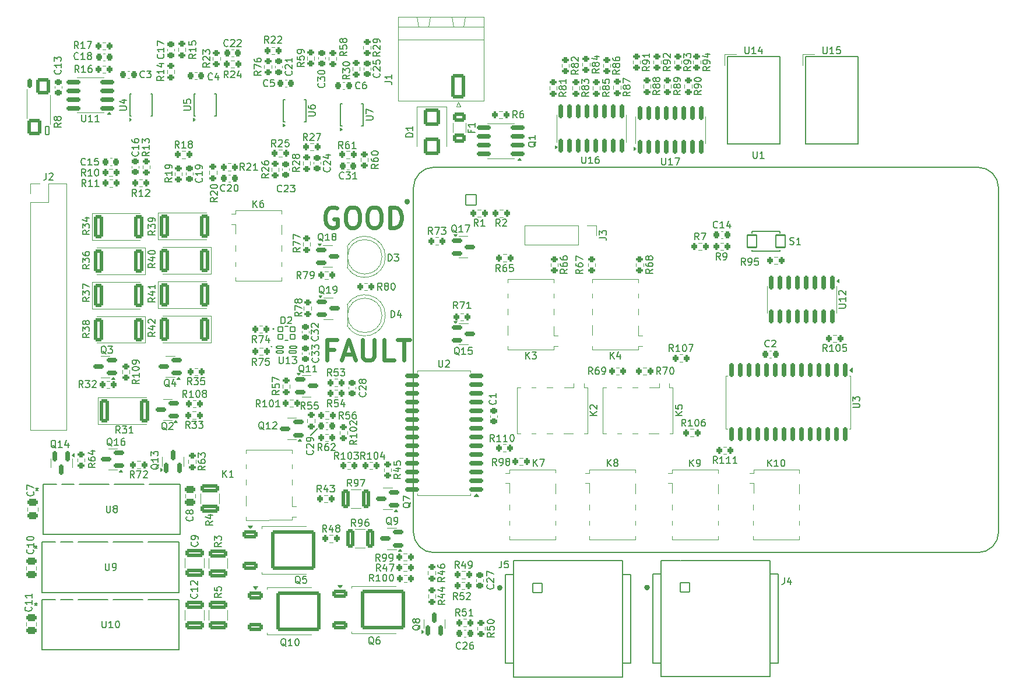
<source format=gbr>
%TF.GenerationSoftware,KiCad,Pcbnew,9.0.2*%
%TF.CreationDate,2025-11-22T22:47:38+01:00*%
%TF.ProjectId,playduino_sheep_tester,706c6179-6475-4696-9e6f-5f7368656570,rev?*%
%TF.SameCoordinates,Original*%
%TF.FileFunction,Legend,Top*%
%TF.FilePolarity,Positive*%
%FSLAX46Y46*%
G04 Gerber Fmt 4.6, Leading zero omitted, Abs format (unit mm)*
G04 Created by KiCad (PCBNEW 9.0.2) date 2025-11-22 22:47:38*
%MOMM*%
%LPD*%
G01*
G04 APERTURE LIST*
G04 Aperture macros list*
%AMRoundRect*
0 Rectangle with rounded corners*
0 $1 Rounding radius*
0 $2 $3 $4 $5 $6 $7 $8 $9 X,Y pos of 4 corners*
0 Add a 4 corners polygon primitive as box body*
4,1,4,$2,$3,$4,$5,$6,$7,$8,$9,$2,$3,0*
0 Add four circle primitives for the rounded corners*
1,1,$1+$1,$2,$3*
1,1,$1+$1,$4,$5*
1,1,$1+$1,$6,$7*
1,1,$1+$1,$8,$9*
0 Add four rect primitives between the rounded corners*
20,1,$1+$1,$2,$3,$4,$5,0*
20,1,$1+$1,$4,$5,$6,$7,0*
20,1,$1+$1,$6,$7,$8,$9,0*
20,1,$1+$1,$8,$9,$2,$3,0*%
G04 Aperture macros list end*
%ADD10C,0.150000*%
%ADD11C,0.600000*%
%ADD12C,0.152400*%
%ADD13C,0.120000*%
%ADD14C,0.127000*%
%ADD15C,0.200000*%
%ADD16C,0.400000*%
%ADD17C,1.498600*%
%ADD18RoundRect,0.200000X-0.200000X-0.275000X0.200000X-0.275000X0.200000X0.275000X-0.200000X0.275000X0*%
%ADD19RoundRect,0.200000X0.200000X0.275000X-0.200000X0.275000X-0.200000X-0.275000X0.200000X-0.275000X0*%
%ADD20RoundRect,0.200000X-0.275000X0.200000X-0.275000X-0.200000X0.275000X-0.200000X0.275000X0.200000X0*%
%ADD21RoundRect,0.225000X0.225000X0.250000X-0.225000X0.250000X-0.225000X-0.250000X0.225000X-0.250000X0*%
%ADD22RoundRect,0.243600X0.771400X-0.901400X0.771400X0.901400X-0.771400X0.901400X-0.771400X-0.901400X0*%
%ADD23RoundRect,0.091200X0.288800X-0.608800X0.288800X0.608800X-0.288800X0.608800X-0.288800X-0.608800X0*%
%ADD24RoundRect,0.190000X0.190000X-0.510000X0.190000X0.510000X-0.190000X0.510000X-0.190000X-0.510000X0*%
%ADD25RoundRect,0.249999X0.790001X1.550001X-0.790001X1.550001X-0.790001X-1.550001X0.790001X-1.550001X0*%
%ADD26O,2.080000X3.600000*%
%ADD27RoundRect,0.250000X-1.100000X0.325000X-1.100000X-0.325000X1.100000X-0.325000X1.100000X0.325000X0*%
%ADD28RoundRect,0.250000X-1.075000X0.312500X-1.075000X-0.312500X1.075000X-0.312500X1.075000X0.312500X0*%
%ADD29RoundRect,0.250000X-0.475000X0.250000X-0.475000X-0.250000X0.475000X-0.250000X0.475000X0.250000X0*%
%ADD30RoundRect,0.250000X0.425000X1.425000X-0.425000X1.425000X-0.425000X-1.425000X0.425000X-1.425000X0*%
%ADD31RoundRect,0.150000X-0.587500X-0.150000X0.587500X-0.150000X0.587500X0.150000X-0.587500X0.150000X0*%
%ADD32RoundRect,0.150000X0.825000X0.150000X-0.825000X0.150000X-0.825000X-0.150000X0.825000X-0.150000X0*%
%ADD33RoundRect,0.250000X-0.312500X-1.075000X0.312500X-1.075000X0.312500X1.075000X-0.312500X1.075000X0*%
%ADD34RoundRect,0.150000X0.150000X-0.587500X0.150000X0.587500X-0.150000X0.587500X-0.150000X-0.587500X0*%
%ADD35R,1.800000X0.800000*%
%ADD36RoundRect,0.200000X0.275000X-0.200000X0.275000X0.200000X-0.275000X0.200000X-0.275000X-0.200000X0*%
%ADD37RoundRect,0.150000X0.587500X0.150000X-0.587500X0.150000X-0.587500X-0.150000X0.587500X-0.150000X0*%
%ADD38RoundRect,0.225000X-0.225000X-0.250000X0.225000X-0.250000X0.225000X0.250000X-0.225000X0.250000X0*%
%ADD39R,1.700000X1.700000*%
%ADD40C,1.700000*%
%ADD41RoundRect,0.250000X-0.850000X-0.350000X0.850000X-0.350000X0.850000X0.350000X-0.850000X0.350000X0*%
%ADD42RoundRect,0.249997X-2.950003X-2.650003X2.950003X-2.650003X2.950003X2.650003X-2.950003X2.650003X0*%
%ADD43RoundRect,0.150000X-0.150000X0.587500X-0.150000X-0.587500X0.150000X-0.587500X0.150000X0.587500X0*%
%ADD44R,0.250000X1.100000*%
%ADD45R,1.800000X1.800000*%
%ADD46C,1.800000*%
%ADD47RoundRect,0.150000X-0.150000X0.875000X-0.150000X-0.875000X0.150000X-0.875000X0.150000X0.875000X0*%
%ADD48RoundRect,0.225000X-0.250000X0.225000X-0.250000X-0.225000X0.250000X-0.225000X0.250000X0.225000X0*%
%ADD49RoundRect,0.225000X0.250000X-0.225000X0.250000X0.225000X-0.250000X0.225000X-0.250000X-0.225000X0*%
%ADD50R,0.800000X1.800000*%
%ADD51RoundRect,0.250000X-0.650000X0.412500X-0.650000X-0.412500X0.650000X-0.412500X0.650000X0.412500X0*%
%ADD52RoundRect,0.102000X-0.350000X-0.350000X0.350000X-0.350000X0.350000X0.350000X-0.350000X0.350000X0*%
%ADD53C,3.250000*%
%ADD54RoundRect,0.102000X-0.699000X-0.699000X0.699000X-0.699000X0.699000X0.699000X-0.699000X0.699000X0*%
%ADD55C,1.602000*%
%ADD56RoundRect,0.102000X-0.450000X-0.175000X0.450000X-0.175000X0.450000X0.175000X-0.450000X0.175000X0*%
%ADD57RoundRect,0.102000X-0.500000X-0.175000X0.500000X-0.175000X0.500000X0.175000X-0.500000X0.175000X0*%
%ADD58RoundRect,0.250000X-0.900000X1.000000X-0.900000X-1.000000X0.900000X-1.000000X0.900000X1.000000X0*%
%ADD59RoundRect,0.150000X-0.150000X0.825000X-0.150000X-0.825000X0.150000X-0.825000X0.150000X0.825000X0*%
%ADD60RoundRect,0.150000X0.150000X-0.825000X0.150000X0.825000X-0.150000X0.825000X-0.150000X-0.825000X0*%
%ADD61RoundRect,0.250000X-0.425000X-1.425000X0.425000X-1.425000X0.425000X1.425000X-0.425000X1.425000X0*%
%ADD62RoundRect,0.102000X-0.675000X-0.900000X0.675000X-0.900000X0.675000X0.900000X-0.675000X0.900000X0*%
%ADD63R,1.600000X1.600000*%
%ADD64C,1.600000*%
%ADD65RoundRect,0.150000X0.875000X0.150000X-0.875000X0.150000X-0.875000X-0.150000X0.875000X-0.150000X0*%
%ADD66RoundRect,0.102000X-0.762000X-0.762000X0.762000X-0.762000X0.762000X0.762000X-0.762000X0.762000X0*%
%ADD67C,1.728000*%
%ADD68C,6.404000*%
G04 APERTURE END LIST*
D10*
X118200000Y-103400000D02*
X119200000Y-102400000D01*
D11*
X121581924Y-90924338D02*
X120581924Y-90924338D01*
X120581924Y-92495767D02*
X120581924Y-89495767D01*
X120581924Y-89495767D02*
X122010496Y-89495767D01*
X123010496Y-91638624D02*
X124439068Y-91638624D01*
X122724782Y-92495767D02*
X123724782Y-89495767D01*
X123724782Y-89495767D02*
X124724782Y-92495767D01*
X125724782Y-89495767D02*
X125724782Y-91924338D01*
X125724782Y-91924338D02*
X125867639Y-92210052D01*
X125867639Y-92210052D02*
X126010497Y-92352910D01*
X126010497Y-92352910D02*
X126296211Y-92495767D01*
X126296211Y-92495767D02*
X126867639Y-92495767D01*
X126867639Y-92495767D02*
X127153354Y-92352910D01*
X127153354Y-92352910D02*
X127296211Y-92210052D01*
X127296211Y-92210052D02*
X127439068Y-91924338D01*
X127439068Y-91924338D02*
X127439068Y-89495767D01*
X130296211Y-92495767D02*
X128867639Y-92495767D01*
X128867639Y-92495767D02*
X128867639Y-89495767D01*
X130867639Y-89495767D02*
X132581925Y-89495767D01*
X131724782Y-92495767D02*
X131724782Y-89495767D01*
X122010450Y-70394514D02*
X121724736Y-70251657D01*
X121724736Y-70251657D02*
X121296164Y-70251657D01*
X121296164Y-70251657D02*
X120867593Y-70394514D01*
X120867593Y-70394514D02*
X120581878Y-70680228D01*
X120581878Y-70680228D02*
X120439021Y-70965942D01*
X120439021Y-70965942D02*
X120296164Y-71537371D01*
X120296164Y-71537371D02*
X120296164Y-71965942D01*
X120296164Y-71965942D02*
X120439021Y-72537371D01*
X120439021Y-72537371D02*
X120581878Y-72823085D01*
X120581878Y-72823085D02*
X120867593Y-73108800D01*
X120867593Y-73108800D02*
X121296164Y-73251657D01*
X121296164Y-73251657D02*
X121581878Y-73251657D01*
X121581878Y-73251657D02*
X122010450Y-73108800D01*
X122010450Y-73108800D02*
X122153307Y-72965942D01*
X122153307Y-72965942D02*
X122153307Y-71965942D01*
X122153307Y-71965942D02*
X121581878Y-71965942D01*
X124010450Y-70251657D02*
X124581878Y-70251657D01*
X124581878Y-70251657D02*
X124867593Y-70394514D01*
X124867593Y-70394514D02*
X125153307Y-70680228D01*
X125153307Y-70680228D02*
X125296164Y-71251657D01*
X125296164Y-71251657D02*
X125296164Y-72251657D01*
X125296164Y-72251657D02*
X125153307Y-72823085D01*
X125153307Y-72823085D02*
X124867593Y-73108800D01*
X124867593Y-73108800D02*
X124581878Y-73251657D01*
X124581878Y-73251657D02*
X124010450Y-73251657D01*
X124010450Y-73251657D02*
X123724736Y-73108800D01*
X123724736Y-73108800D02*
X123439021Y-72823085D01*
X123439021Y-72823085D02*
X123296164Y-72251657D01*
X123296164Y-72251657D02*
X123296164Y-71251657D01*
X123296164Y-71251657D02*
X123439021Y-70680228D01*
X123439021Y-70680228D02*
X123724736Y-70394514D01*
X123724736Y-70394514D02*
X124010450Y-70251657D01*
X127153307Y-70251657D02*
X127724735Y-70251657D01*
X127724735Y-70251657D02*
X128010450Y-70394514D01*
X128010450Y-70394514D02*
X128296164Y-70680228D01*
X128296164Y-70680228D02*
X128439021Y-71251657D01*
X128439021Y-71251657D02*
X128439021Y-72251657D01*
X128439021Y-72251657D02*
X128296164Y-72823085D01*
X128296164Y-72823085D02*
X128010450Y-73108800D01*
X128010450Y-73108800D02*
X127724735Y-73251657D01*
X127724735Y-73251657D02*
X127153307Y-73251657D01*
X127153307Y-73251657D02*
X126867593Y-73108800D01*
X126867593Y-73108800D02*
X126581878Y-72823085D01*
X126581878Y-72823085D02*
X126439021Y-72251657D01*
X126439021Y-72251657D02*
X126439021Y-71251657D01*
X126439021Y-71251657D02*
X126581878Y-70680228D01*
X126581878Y-70680228D02*
X126867593Y-70394514D01*
X126867593Y-70394514D02*
X127153307Y-70251657D01*
X129724735Y-73251657D02*
X129724735Y-70251657D01*
X129724735Y-70251657D02*
X130439021Y-70251657D01*
X130439021Y-70251657D02*
X130867592Y-70394514D01*
X130867592Y-70394514D02*
X131153307Y-70680228D01*
X131153307Y-70680228D02*
X131296164Y-70965942D01*
X131296164Y-70965942D02*
X131439021Y-71537371D01*
X131439021Y-71537371D02*
X131439021Y-71965942D01*
X131439021Y-71965942D02*
X131296164Y-72537371D01*
X131296164Y-72537371D02*
X131153307Y-72823085D01*
X131153307Y-72823085D02*
X130867592Y-73108800D01*
X130867592Y-73108800D02*
X130439021Y-73251657D01*
X130439021Y-73251657D02*
X129724735Y-73251657D01*
D10*
X87911905Y-130346419D02*
X87911905Y-131155942D01*
X87911905Y-131155942D02*
X87959524Y-131251180D01*
X87959524Y-131251180D02*
X88007143Y-131298800D01*
X88007143Y-131298800D02*
X88102381Y-131346419D01*
X88102381Y-131346419D02*
X88292857Y-131346419D01*
X88292857Y-131346419D02*
X88388095Y-131298800D01*
X88388095Y-131298800D02*
X88435714Y-131251180D01*
X88435714Y-131251180D02*
X88483333Y-131155942D01*
X88483333Y-131155942D02*
X88483333Y-130346419D01*
X89483333Y-131346419D02*
X88911905Y-131346419D01*
X89197619Y-131346419D02*
X89197619Y-130346419D01*
X89197619Y-130346419D02*
X89102381Y-130489276D01*
X89102381Y-130489276D02*
X89007143Y-130584514D01*
X89007143Y-130584514D02*
X88911905Y-130632133D01*
X90102381Y-130346419D02*
X90197619Y-130346419D01*
X90197619Y-130346419D02*
X90292857Y-130394038D01*
X90292857Y-130394038D02*
X90340476Y-130441657D01*
X90340476Y-130441657D02*
X90388095Y-130536895D01*
X90388095Y-130536895D02*
X90435714Y-130727371D01*
X90435714Y-130727371D02*
X90435714Y-130965466D01*
X90435714Y-130965466D02*
X90388095Y-131155942D01*
X90388095Y-131155942D02*
X90340476Y-131251180D01*
X90340476Y-131251180D02*
X90292857Y-131298800D01*
X90292857Y-131298800D02*
X90197619Y-131346419D01*
X90197619Y-131346419D02*
X90102381Y-131346419D01*
X90102381Y-131346419D02*
X90007143Y-131298800D01*
X90007143Y-131298800D02*
X89959524Y-131251180D01*
X89959524Y-131251180D02*
X89911905Y-131155942D01*
X89911905Y-131155942D02*
X89864286Y-130965466D01*
X89864286Y-130965466D02*
X89864286Y-130727371D01*
X89864286Y-130727371D02*
X89911905Y-130536895D01*
X89911905Y-130536895D02*
X89959524Y-130441657D01*
X89959524Y-130441657D02*
X90007143Y-130394038D01*
X90007143Y-130394038D02*
X90102381Y-130346419D01*
X78304200Y-127704819D02*
X78304200Y-127942914D01*
X78066105Y-127847676D02*
X78304200Y-127942914D01*
X78304200Y-127942914D02*
X78542295Y-127847676D01*
X78161343Y-128133390D02*
X78304200Y-127942914D01*
X78304200Y-127942914D02*
X78447057Y-128133390D01*
X78304200Y-127704819D02*
X78304200Y-127942914D01*
X78066105Y-127847676D02*
X78304200Y-127942914D01*
X78304200Y-127942914D02*
X78542295Y-127847676D01*
X78161343Y-128133390D02*
X78304200Y-127942914D01*
X78304200Y-127942914D02*
X78447057Y-128133390D01*
X88390176Y-121997206D02*
X88390176Y-122806729D01*
X88390176Y-122806729D02*
X88437795Y-122901967D01*
X88437795Y-122901967D02*
X88485414Y-122949587D01*
X88485414Y-122949587D02*
X88580652Y-122997206D01*
X88580652Y-122997206D02*
X88771128Y-122997206D01*
X88771128Y-122997206D02*
X88866366Y-122949587D01*
X88866366Y-122949587D02*
X88913985Y-122901967D01*
X88913985Y-122901967D02*
X88961604Y-122806729D01*
X88961604Y-122806729D02*
X88961604Y-121997206D01*
X89485414Y-122997206D02*
X89675890Y-122997206D01*
X89675890Y-122997206D02*
X89771128Y-122949587D01*
X89771128Y-122949587D02*
X89818747Y-122901967D01*
X89818747Y-122901967D02*
X89913985Y-122759110D01*
X89913985Y-122759110D02*
X89961604Y-122568634D01*
X89961604Y-122568634D02*
X89961604Y-122187682D01*
X89961604Y-122187682D02*
X89913985Y-122092444D01*
X89913985Y-122092444D02*
X89866366Y-122044825D01*
X89866366Y-122044825D02*
X89771128Y-121997206D01*
X89771128Y-121997206D02*
X89580652Y-121997206D01*
X89580652Y-121997206D02*
X89485414Y-122044825D01*
X89485414Y-122044825D02*
X89437795Y-122092444D01*
X89437795Y-122092444D02*
X89390176Y-122187682D01*
X89390176Y-122187682D02*
X89390176Y-122425777D01*
X89390176Y-122425777D02*
X89437795Y-122521015D01*
X89437795Y-122521015D02*
X89485414Y-122568634D01*
X89485414Y-122568634D02*
X89580652Y-122616253D01*
X89580652Y-122616253D02*
X89771128Y-122616253D01*
X89771128Y-122616253D02*
X89866366Y-122568634D01*
X89866366Y-122568634D02*
X89913985Y-122521015D01*
X89913985Y-122521015D02*
X89961604Y-122425777D01*
X78306281Y-119355606D02*
X78306281Y-119593701D01*
X78068186Y-119498463D02*
X78306281Y-119593701D01*
X78306281Y-119593701D02*
X78544376Y-119498463D01*
X78163424Y-119784177D02*
X78306281Y-119593701D01*
X78306281Y-119593701D02*
X78449138Y-119784177D01*
X78306281Y-119355606D02*
X78306281Y-119593701D01*
X78068186Y-119498463D02*
X78306281Y-119593701D01*
X78306281Y-119593701D02*
X78544376Y-119498463D01*
X78163424Y-119784177D02*
X78306281Y-119593701D01*
X78306281Y-119593701D02*
X78449138Y-119784177D01*
X88548095Y-113598106D02*
X88548095Y-114407629D01*
X88548095Y-114407629D02*
X88595714Y-114502867D01*
X88595714Y-114502867D02*
X88643333Y-114550487D01*
X88643333Y-114550487D02*
X88738571Y-114598106D01*
X88738571Y-114598106D02*
X88929047Y-114598106D01*
X88929047Y-114598106D02*
X89024285Y-114550487D01*
X89024285Y-114550487D02*
X89071904Y-114502867D01*
X89071904Y-114502867D02*
X89119523Y-114407629D01*
X89119523Y-114407629D02*
X89119523Y-113598106D01*
X89738571Y-114026677D02*
X89643333Y-113979058D01*
X89643333Y-113979058D02*
X89595714Y-113931439D01*
X89595714Y-113931439D02*
X89548095Y-113836201D01*
X89548095Y-113836201D02*
X89548095Y-113788582D01*
X89548095Y-113788582D02*
X89595714Y-113693344D01*
X89595714Y-113693344D02*
X89643333Y-113645725D01*
X89643333Y-113645725D02*
X89738571Y-113598106D01*
X89738571Y-113598106D02*
X89929047Y-113598106D01*
X89929047Y-113598106D02*
X90024285Y-113645725D01*
X90024285Y-113645725D02*
X90071904Y-113693344D01*
X90071904Y-113693344D02*
X90119523Y-113788582D01*
X90119523Y-113788582D02*
X90119523Y-113836201D01*
X90119523Y-113836201D02*
X90071904Y-113931439D01*
X90071904Y-113931439D02*
X90024285Y-113979058D01*
X90024285Y-113979058D02*
X89929047Y-114026677D01*
X89929047Y-114026677D02*
X89738571Y-114026677D01*
X89738571Y-114026677D02*
X89643333Y-114074296D01*
X89643333Y-114074296D02*
X89595714Y-114121915D01*
X89595714Y-114121915D02*
X89548095Y-114217153D01*
X89548095Y-114217153D02*
X89548095Y-114407629D01*
X89548095Y-114407629D02*
X89595714Y-114502867D01*
X89595714Y-114502867D02*
X89643333Y-114550487D01*
X89643333Y-114550487D02*
X89738571Y-114598106D01*
X89738571Y-114598106D02*
X89929047Y-114598106D01*
X89929047Y-114598106D02*
X90024285Y-114550487D01*
X90024285Y-114550487D02*
X90071904Y-114502867D01*
X90071904Y-114502867D02*
X90119523Y-114407629D01*
X90119523Y-114407629D02*
X90119523Y-114217153D01*
X90119523Y-114217153D02*
X90071904Y-114121915D01*
X90071904Y-114121915D02*
X90024285Y-114074296D01*
X90024285Y-114074296D02*
X89929047Y-114026677D01*
X78464200Y-110956506D02*
X78464200Y-111194601D01*
X78226105Y-111099363D02*
X78464200Y-111194601D01*
X78464200Y-111194601D02*
X78702295Y-111099363D01*
X78321343Y-111385077D02*
X78464200Y-111194601D01*
X78464200Y-111194601D02*
X78607057Y-111385077D01*
X78464200Y-110956506D02*
X78464200Y-111194601D01*
X78226105Y-111099363D02*
X78464200Y-111194601D01*
X78464200Y-111194601D02*
X78702295Y-111099363D01*
X78321343Y-111385077D02*
X78464200Y-111194601D01*
X78464200Y-111194601D02*
X78607057Y-111385077D01*
X177280952Y-107454819D02*
X176947619Y-106978628D01*
X176709524Y-107454819D02*
X176709524Y-106454819D01*
X176709524Y-106454819D02*
X177090476Y-106454819D01*
X177090476Y-106454819D02*
X177185714Y-106502438D01*
X177185714Y-106502438D02*
X177233333Y-106550057D01*
X177233333Y-106550057D02*
X177280952Y-106645295D01*
X177280952Y-106645295D02*
X177280952Y-106788152D01*
X177280952Y-106788152D02*
X177233333Y-106883390D01*
X177233333Y-106883390D02*
X177185714Y-106931009D01*
X177185714Y-106931009D02*
X177090476Y-106978628D01*
X177090476Y-106978628D02*
X176709524Y-106978628D01*
X178233333Y-107454819D02*
X177661905Y-107454819D01*
X177947619Y-107454819D02*
X177947619Y-106454819D01*
X177947619Y-106454819D02*
X177852381Y-106597676D01*
X177852381Y-106597676D02*
X177757143Y-106692914D01*
X177757143Y-106692914D02*
X177661905Y-106740533D01*
X179185714Y-107454819D02*
X178614286Y-107454819D01*
X178900000Y-107454819D02*
X178900000Y-106454819D01*
X178900000Y-106454819D02*
X178804762Y-106597676D01*
X178804762Y-106597676D02*
X178709524Y-106692914D01*
X178709524Y-106692914D02*
X178614286Y-106740533D01*
X180138095Y-107454819D02*
X179566667Y-107454819D01*
X179852381Y-107454819D02*
X179852381Y-106454819D01*
X179852381Y-106454819D02*
X179757143Y-106597676D01*
X179757143Y-106597676D02*
X179661905Y-106692914D01*
X179661905Y-106692914D02*
X179566667Y-106740533D01*
X144885306Y-104270896D02*
X144551973Y-103794705D01*
X144313878Y-104270896D02*
X144313878Y-103270896D01*
X144313878Y-103270896D02*
X144694830Y-103270896D01*
X144694830Y-103270896D02*
X144790068Y-103318515D01*
X144790068Y-103318515D02*
X144837687Y-103366134D01*
X144837687Y-103366134D02*
X144885306Y-103461372D01*
X144885306Y-103461372D02*
X144885306Y-103604229D01*
X144885306Y-103604229D02*
X144837687Y-103699467D01*
X144837687Y-103699467D02*
X144790068Y-103747086D01*
X144790068Y-103747086D02*
X144694830Y-103794705D01*
X144694830Y-103794705D02*
X144313878Y-103794705D01*
X145837687Y-104270896D02*
X145266259Y-104270896D01*
X145551973Y-104270896D02*
X145551973Y-103270896D01*
X145551973Y-103270896D02*
X145456735Y-103413753D01*
X145456735Y-103413753D02*
X145361497Y-103508991D01*
X145361497Y-103508991D02*
X145266259Y-103556610D01*
X146790068Y-104270896D02*
X146218640Y-104270896D01*
X146504354Y-104270896D02*
X146504354Y-103270896D01*
X146504354Y-103270896D02*
X146409116Y-103413753D01*
X146409116Y-103413753D02*
X146313878Y-103508991D01*
X146313878Y-103508991D02*
X146218640Y-103556610D01*
X147409116Y-103270896D02*
X147504354Y-103270896D01*
X147504354Y-103270896D02*
X147599592Y-103318515D01*
X147599592Y-103318515D02*
X147647211Y-103366134D01*
X147647211Y-103366134D02*
X147694830Y-103461372D01*
X147694830Y-103461372D02*
X147742449Y-103651848D01*
X147742449Y-103651848D02*
X147742449Y-103889943D01*
X147742449Y-103889943D02*
X147694830Y-104080419D01*
X147694830Y-104080419D02*
X147647211Y-104175657D01*
X147647211Y-104175657D02*
X147599592Y-104223277D01*
X147599592Y-104223277D02*
X147504354Y-104270896D01*
X147504354Y-104270896D02*
X147409116Y-104270896D01*
X147409116Y-104270896D02*
X147313878Y-104223277D01*
X147313878Y-104223277D02*
X147266259Y-104175657D01*
X147266259Y-104175657D02*
X147218640Y-104080419D01*
X147218640Y-104080419D02*
X147171021Y-103889943D01*
X147171021Y-103889943D02*
X147171021Y-103651848D01*
X147171021Y-103651848D02*
X147218640Y-103461372D01*
X147218640Y-103461372D02*
X147266259Y-103366134D01*
X147266259Y-103366134D02*
X147313878Y-103318515D01*
X147313878Y-103318515D02*
X147409116Y-103270896D01*
X93284819Y-95294047D02*
X92808628Y-95627380D01*
X93284819Y-95865475D02*
X92284819Y-95865475D01*
X92284819Y-95865475D02*
X92284819Y-95484523D01*
X92284819Y-95484523D02*
X92332438Y-95389285D01*
X92332438Y-95389285D02*
X92380057Y-95341666D01*
X92380057Y-95341666D02*
X92475295Y-95294047D01*
X92475295Y-95294047D02*
X92618152Y-95294047D01*
X92618152Y-95294047D02*
X92713390Y-95341666D01*
X92713390Y-95341666D02*
X92761009Y-95389285D01*
X92761009Y-95389285D02*
X92808628Y-95484523D01*
X92808628Y-95484523D02*
X92808628Y-95865475D01*
X93284819Y-94341666D02*
X93284819Y-94913094D01*
X93284819Y-94627380D02*
X92284819Y-94627380D01*
X92284819Y-94627380D02*
X92427676Y-94722618D01*
X92427676Y-94722618D02*
X92522914Y-94817856D01*
X92522914Y-94817856D02*
X92570533Y-94913094D01*
X92284819Y-93722618D02*
X92284819Y-93627380D01*
X92284819Y-93627380D02*
X92332438Y-93532142D01*
X92332438Y-93532142D02*
X92380057Y-93484523D01*
X92380057Y-93484523D02*
X92475295Y-93436904D01*
X92475295Y-93436904D02*
X92665771Y-93389285D01*
X92665771Y-93389285D02*
X92903866Y-93389285D01*
X92903866Y-93389285D02*
X93094342Y-93436904D01*
X93094342Y-93436904D02*
X93189580Y-93484523D01*
X93189580Y-93484523D02*
X93237200Y-93532142D01*
X93237200Y-93532142D02*
X93284819Y-93627380D01*
X93284819Y-93627380D02*
X93284819Y-93722618D01*
X93284819Y-93722618D02*
X93237200Y-93817856D01*
X93237200Y-93817856D02*
X93189580Y-93865475D01*
X93189580Y-93865475D02*
X93094342Y-93913094D01*
X93094342Y-93913094D02*
X92903866Y-93960713D01*
X92903866Y-93960713D02*
X92665771Y-93960713D01*
X92665771Y-93960713D02*
X92475295Y-93913094D01*
X92475295Y-93913094D02*
X92380057Y-93865475D01*
X92380057Y-93865475D02*
X92332438Y-93817856D01*
X92332438Y-93817856D02*
X92284819Y-93722618D01*
X93284819Y-92913094D02*
X93284819Y-92722618D01*
X93284819Y-92722618D02*
X93237200Y-92627380D01*
X93237200Y-92627380D02*
X93189580Y-92579761D01*
X93189580Y-92579761D02*
X93046723Y-92484523D01*
X93046723Y-92484523D02*
X92856247Y-92436904D01*
X92856247Y-92436904D02*
X92475295Y-92436904D01*
X92475295Y-92436904D02*
X92380057Y-92484523D01*
X92380057Y-92484523D02*
X92332438Y-92532142D01*
X92332438Y-92532142D02*
X92284819Y-92627380D01*
X92284819Y-92627380D02*
X92284819Y-92817856D01*
X92284819Y-92817856D02*
X92332438Y-92913094D01*
X92332438Y-92913094D02*
X92380057Y-92960713D01*
X92380057Y-92960713D02*
X92475295Y-93008332D01*
X92475295Y-93008332D02*
X92713390Y-93008332D01*
X92713390Y-93008332D02*
X92808628Y-92960713D01*
X92808628Y-92960713D02*
X92856247Y-92913094D01*
X92856247Y-92913094D02*
X92903866Y-92817856D01*
X92903866Y-92817856D02*
X92903866Y-92627380D01*
X92903866Y-92627380D02*
X92856247Y-92532142D01*
X92856247Y-92532142D02*
X92808628Y-92484523D01*
X92808628Y-92484523D02*
X92713390Y-92436904D01*
X100211155Y-97852508D02*
X99877822Y-97376317D01*
X99639727Y-97852508D02*
X99639727Y-96852508D01*
X99639727Y-96852508D02*
X100020679Y-96852508D01*
X100020679Y-96852508D02*
X100115917Y-96900127D01*
X100115917Y-96900127D02*
X100163536Y-96947746D01*
X100163536Y-96947746D02*
X100211155Y-97042984D01*
X100211155Y-97042984D02*
X100211155Y-97185841D01*
X100211155Y-97185841D02*
X100163536Y-97281079D01*
X100163536Y-97281079D02*
X100115917Y-97328698D01*
X100115917Y-97328698D02*
X100020679Y-97376317D01*
X100020679Y-97376317D02*
X99639727Y-97376317D01*
X101163536Y-97852508D02*
X100592108Y-97852508D01*
X100877822Y-97852508D02*
X100877822Y-96852508D01*
X100877822Y-96852508D02*
X100782584Y-96995365D01*
X100782584Y-96995365D02*
X100687346Y-97090603D01*
X100687346Y-97090603D02*
X100592108Y-97138222D01*
X101782584Y-96852508D02*
X101877822Y-96852508D01*
X101877822Y-96852508D02*
X101973060Y-96900127D01*
X101973060Y-96900127D02*
X102020679Y-96947746D01*
X102020679Y-96947746D02*
X102068298Y-97042984D01*
X102068298Y-97042984D02*
X102115917Y-97233460D01*
X102115917Y-97233460D02*
X102115917Y-97471555D01*
X102115917Y-97471555D02*
X102068298Y-97662031D01*
X102068298Y-97662031D02*
X102020679Y-97757269D01*
X102020679Y-97757269D02*
X101973060Y-97804889D01*
X101973060Y-97804889D02*
X101877822Y-97852508D01*
X101877822Y-97852508D02*
X101782584Y-97852508D01*
X101782584Y-97852508D02*
X101687346Y-97804889D01*
X101687346Y-97804889D02*
X101639727Y-97757269D01*
X101639727Y-97757269D02*
X101592108Y-97662031D01*
X101592108Y-97662031D02*
X101544489Y-97471555D01*
X101544489Y-97471555D02*
X101544489Y-97233460D01*
X101544489Y-97233460D02*
X101592108Y-97042984D01*
X101592108Y-97042984D02*
X101639727Y-96947746D01*
X101639727Y-96947746D02*
X101687346Y-96900127D01*
X101687346Y-96900127D02*
X101782584Y-96852508D01*
X102687346Y-97281079D02*
X102592108Y-97233460D01*
X102592108Y-97233460D02*
X102544489Y-97185841D01*
X102544489Y-97185841D02*
X102496870Y-97090603D01*
X102496870Y-97090603D02*
X102496870Y-97042984D01*
X102496870Y-97042984D02*
X102544489Y-96947746D01*
X102544489Y-96947746D02*
X102592108Y-96900127D01*
X102592108Y-96900127D02*
X102687346Y-96852508D01*
X102687346Y-96852508D02*
X102877822Y-96852508D01*
X102877822Y-96852508D02*
X102973060Y-96900127D01*
X102973060Y-96900127D02*
X103020679Y-96947746D01*
X103020679Y-96947746D02*
X103068298Y-97042984D01*
X103068298Y-97042984D02*
X103068298Y-97090603D01*
X103068298Y-97090603D02*
X103020679Y-97185841D01*
X103020679Y-97185841D02*
X102973060Y-97233460D01*
X102973060Y-97233460D02*
X102877822Y-97281079D01*
X102877822Y-97281079D02*
X102687346Y-97281079D01*
X102687346Y-97281079D02*
X102592108Y-97328698D01*
X102592108Y-97328698D02*
X102544489Y-97376317D01*
X102544489Y-97376317D02*
X102496870Y-97471555D01*
X102496870Y-97471555D02*
X102496870Y-97662031D01*
X102496870Y-97662031D02*
X102544489Y-97757269D01*
X102544489Y-97757269D02*
X102592108Y-97804889D01*
X102592108Y-97804889D02*
X102687346Y-97852508D01*
X102687346Y-97852508D02*
X102877822Y-97852508D01*
X102877822Y-97852508D02*
X102973060Y-97804889D01*
X102973060Y-97804889D02*
X103020679Y-97757269D01*
X103020679Y-97757269D02*
X103068298Y-97662031D01*
X103068298Y-97662031D02*
X103068298Y-97471555D01*
X103068298Y-97471555D02*
X103020679Y-97376317D01*
X103020679Y-97376317D02*
X102973060Y-97328698D01*
X102973060Y-97328698D02*
X102877822Y-97281079D01*
X170887190Y-91194269D02*
X170553857Y-90718078D01*
X170315762Y-91194269D02*
X170315762Y-90194269D01*
X170315762Y-90194269D02*
X170696714Y-90194269D01*
X170696714Y-90194269D02*
X170791952Y-90241888D01*
X170791952Y-90241888D02*
X170839571Y-90289507D01*
X170839571Y-90289507D02*
X170887190Y-90384745D01*
X170887190Y-90384745D02*
X170887190Y-90527602D01*
X170887190Y-90527602D02*
X170839571Y-90622840D01*
X170839571Y-90622840D02*
X170791952Y-90670459D01*
X170791952Y-90670459D02*
X170696714Y-90718078D01*
X170696714Y-90718078D02*
X170315762Y-90718078D01*
X171839571Y-91194269D02*
X171268143Y-91194269D01*
X171553857Y-91194269D02*
X171553857Y-90194269D01*
X171553857Y-90194269D02*
X171458619Y-90337126D01*
X171458619Y-90337126D02*
X171363381Y-90432364D01*
X171363381Y-90432364D02*
X171268143Y-90479983D01*
X172458619Y-90194269D02*
X172553857Y-90194269D01*
X172553857Y-90194269D02*
X172649095Y-90241888D01*
X172649095Y-90241888D02*
X172696714Y-90289507D01*
X172696714Y-90289507D02*
X172744333Y-90384745D01*
X172744333Y-90384745D02*
X172791952Y-90575221D01*
X172791952Y-90575221D02*
X172791952Y-90813316D01*
X172791952Y-90813316D02*
X172744333Y-91003792D01*
X172744333Y-91003792D02*
X172696714Y-91099030D01*
X172696714Y-91099030D02*
X172649095Y-91146650D01*
X172649095Y-91146650D02*
X172553857Y-91194269D01*
X172553857Y-91194269D02*
X172458619Y-91194269D01*
X172458619Y-91194269D02*
X172363381Y-91146650D01*
X172363381Y-91146650D02*
X172315762Y-91099030D01*
X172315762Y-91099030D02*
X172268143Y-91003792D01*
X172268143Y-91003792D02*
X172220524Y-90813316D01*
X172220524Y-90813316D02*
X172220524Y-90575221D01*
X172220524Y-90575221D02*
X172268143Y-90384745D01*
X172268143Y-90384745D02*
X172315762Y-90289507D01*
X172315762Y-90289507D02*
X172363381Y-90241888D01*
X172363381Y-90241888D02*
X172458619Y-90194269D01*
X173125286Y-90194269D02*
X173791952Y-90194269D01*
X173791952Y-90194269D02*
X173363381Y-91194269D01*
X172680952Y-102054819D02*
X172347619Y-101578628D01*
X172109524Y-102054819D02*
X172109524Y-101054819D01*
X172109524Y-101054819D02*
X172490476Y-101054819D01*
X172490476Y-101054819D02*
X172585714Y-101102438D01*
X172585714Y-101102438D02*
X172633333Y-101150057D01*
X172633333Y-101150057D02*
X172680952Y-101245295D01*
X172680952Y-101245295D02*
X172680952Y-101388152D01*
X172680952Y-101388152D02*
X172633333Y-101483390D01*
X172633333Y-101483390D02*
X172585714Y-101531009D01*
X172585714Y-101531009D02*
X172490476Y-101578628D01*
X172490476Y-101578628D02*
X172109524Y-101578628D01*
X173633333Y-102054819D02*
X173061905Y-102054819D01*
X173347619Y-102054819D02*
X173347619Y-101054819D01*
X173347619Y-101054819D02*
X173252381Y-101197676D01*
X173252381Y-101197676D02*
X173157143Y-101292914D01*
X173157143Y-101292914D02*
X173061905Y-101340533D01*
X174252381Y-101054819D02*
X174347619Y-101054819D01*
X174347619Y-101054819D02*
X174442857Y-101102438D01*
X174442857Y-101102438D02*
X174490476Y-101150057D01*
X174490476Y-101150057D02*
X174538095Y-101245295D01*
X174538095Y-101245295D02*
X174585714Y-101435771D01*
X174585714Y-101435771D02*
X174585714Y-101673866D01*
X174585714Y-101673866D02*
X174538095Y-101864342D01*
X174538095Y-101864342D02*
X174490476Y-101959580D01*
X174490476Y-101959580D02*
X174442857Y-102007200D01*
X174442857Y-102007200D02*
X174347619Y-102054819D01*
X174347619Y-102054819D02*
X174252381Y-102054819D01*
X174252381Y-102054819D02*
X174157143Y-102007200D01*
X174157143Y-102007200D02*
X174109524Y-101959580D01*
X174109524Y-101959580D02*
X174061905Y-101864342D01*
X174061905Y-101864342D02*
X174014286Y-101673866D01*
X174014286Y-101673866D02*
X174014286Y-101435771D01*
X174014286Y-101435771D02*
X174061905Y-101245295D01*
X174061905Y-101245295D02*
X174109524Y-101150057D01*
X174109524Y-101150057D02*
X174157143Y-101102438D01*
X174157143Y-101102438D02*
X174252381Y-101054819D01*
X175442857Y-101054819D02*
X175252381Y-101054819D01*
X175252381Y-101054819D02*
X175157143Y-101102438D01*
X175157143Y-101102438D02*
X175109524Y-101150057D01*
X175109524Y-101150057D02*
X175014286Y-101292914D01*
X175014286Y-101292914D02*
X174966667Y-101483390D01*
X174966667Y-101483390D02*
X174966667Y-101864342D01*
X174966667Y-101864342D02*
X175014286Y-101959580D01*
X175014286Y-101959580D02*
X175061905Y-102007200D01*
X175061905Y-102007200D02*
X175157143Y-102054819D01*
X175157143Y-102054819D02*
X175347619Y-102054819D01*
X175347619Y-102054819D02*
X175442857Y-102007200D01*
X175442857Y-102007200D02*
X175490476Y-101959580D01*
X175490476Y-101959580D02*
X175538095Y-101864342D01*
X175538095Y-101864342D02*
X175538095Y-101626247D01*
X175538095Y-101626247D02*
X175490476Y-101531009D01*
X175490476Y-101531009D02*
X175442857Y-101483390D01*
X175442857Y-101483390D02*
X175347619Y-101435771D01*
X175347619Y-101435771D02*
X175157143Y-101435771D01*
X175157143Y-101435771D02*
X175061905Y-101483390D01*
X175061905Y-101483390D02*
X175014286Y-101531009D01*
X175014286Y-101531009D02*
X174966667Y-101626247D01*
X193201486Y-91190654D02*
X192868153Y-90714463D01*
X192630058Y-91190654D02*
X192630058Y-90190654D01*
X192630058Y-90190654D02*
X193011010Y-90190654D01*
X193011010Y-90190654D02*
X193106248Y-90238273D01*
X193106248Y-90238273D02*
X193153867Y-90285892D01*
X193153867Y-90285892D02*
X193201486Y-90381130D01*
X193201486Y-90381130D02*
X193201486Y-90523987D01*
X193201486Y-90523987D02*
X193153867Y-90619225D01*
X193153867Y-90619225D02*
X193106248Y-90666844D01*
X193106248Y-90666844D02*
X193011010Y-90714463D01*
X193011010Y-90714463D02*
X192630058Y-90714463D01*
X194153867Y-91190654D02*
X193582439Y-91190654D01*
X193868153Y-91190654D02*
X193868153Y-90190654D01*
X193868153Y-90190654D02*
X193772915Y-90333511D01*
X193772915Y-90333511D02*
X193677677Y-90428749D01*
X193677677Y-90428749D02*
X193582439Y-90476368D01*
X194772915Y-90190654D02*
X194868153Y-90190654D01*
X194868153Y-90190654D02*
X194963391Y-90238273D01*
X194963391Y-90238273D02*
X195011010Y-90285892D01*
X195011010Y-90285892D02*
X195058629Y-90381130D01*
X195058629Y-90381130D02*
X195106248Y-90571606D01*
X195106248Y-90571606D02*
X195106248Y-90809701D01*
X195106248Y-90809701D02*
X195058629Y-91000177D01*
X195058629Y-91000177D02*
X195011010Y-91095415D01*
X195011010Y-91095415D02*
X194963391Y-91143035D01*
X194963391Y-91143035D02*
X194868153Y-91190654D01*
X194868153Y-91190654D02*
X194772915Y-91190654D01*
X194772915Y-91190654D02*
X194677677Y-91143035D01*
X194677677Y-91143035D02*
X194630058Y-91095415D01*
X194630058Y-91095415D02*
X194582439Y-91000177D01*
X194582439Y-91000177D02*
X194534820Y-90809701D01*
X194534820Y-90809701D02*
X194534820Y-90571606D01*
X194534820Y-90571606D02*
X194582439Y-90381130D01*
X194582439Y-90381130D02*
X194630058Y-90285892D01*
X194630058Y-90285892D02*
X194677677Y-90238273D01*
X194677677Y-90238273D02*
X194772915Y-90190654D01*
X196011010Y-90190654D02*
X195534820Y-90190654D01*
X195534820Y-90190654D02*
X195487201Y-90666844D01*
X195487201Y-90666844D02*
X195534820Y-90619225D01*
X195534820Y-90619225D02*
X195630058Y-90571606D01*
X195630058Y-90571606D02*
X195868153Y-90571606D01*
X195868153Y-90571606D02*
X195963391Y-90619225D01*
X195963391Y-90619225D02*
X196011010Y-90666844D01*
X196011010Y-90666844D02*
X196058629Y-90762082D01*
X196058629Y-90762082D02*
X196058629Y-91000177D01*
X196058629Y-91000177D02*
X196011010Y-91095415D01*
X196011010Y-91095415D02*
X195963391Y-91143035D01*
X195963391Y-91143035D02*
X195868153Y-91190654D01*
X195868153Y-91190654D02*
X195630058Y-91190654D01*
X195630058Y-91190654D02*
X195534820Y-91143035D01*
X195534820Y-91143035D02*
X195487201Y-91095415D01*
X126080952Y-106824819D02*
X125747619Y-106348628D01*
X125509524Y-106824819D02*
X125509524Y-105824819D01*
X125509524Y-105824819D02*
X125890476Y-105824819D01*
X125890476Y-105824819D02*
X125985714Y-105872438D01*
X125985714Y-105872438D02*
X126033333Y-105920057D01*
X126033333Y-105920057D02*
X126080952Y-106015295D01*
X126080952Y-106015295D02*
X126080952Y-106158152D01*
X126080952Y-106158152D02*
X126033333Y-106253390D01*
X126033333Y-106253390D02*
X125985714Y-106301009D01*
X125985714Y-106301009D02*
X125890476Y-106348628D01*
X125890476Y-106348628D02*
X125509524Y-106348628D01*
X127033333Y-106824819D02*
X126461905Y-106824819D01*
X126747619Y-106824819D02*
X126747619Y-105824819D01*
X126747619Y-105824819D02*
X126652381Y-105967676D01*
X126652381Y-105967676D02*
X126557143Y-106062914D01*
X126557143Y-106062914D02*
X126461905Y-106110533D01*
X127652381Y-105824819D02*
X127747619Y-105824819D01*
X127747619Y-105824819D02*
X127842857Y-105872438D01*
X127842857Y-105872438D02*
X127890476Y-105920057D01*
X127890476Y-105920057D02*
X127938095Y-106015295D01*
X127938095Y-106015295D02*
X127985714Y-106205771D01*
X127985714Y-106205771D02*
X127985714Y-106443866D01*
X127985714Y-106443866D02*
X127938095Y-106634342D01*
X127938095Y-106634342D02*
X127890476Y-106729580D01*
X127890476Y-106729580D02*
X127842857Y-106777200D01*
X127842857Y-106777200D02*
X127747619Y-106824819D01*
X127747619Y-106824819D02*
X127652381Y-106824819D01*
X127652381Y-106824819D02*
X127557143Y-106777200D01*
X127557143Y-106777200D02*
X127509524Y-106729580D01*
X127509524Y-106729580D02*
X127461905Y-106634342D01*
X127461905Y-106634342D02*
X127414286Y-106443866D01*
X127414286Y-106443866D02*
X127414286Y-106205771D01*
X127414286Y-106205771D02*
X127461905Y-106015295D01*
X127461905Y-106015295D02*
X127509524Y-105920057D01*
X127509524Y-105920057D02*
X127557143Y-105872438D01*
X127557143Y-105872438D02*
X127652381Y-105824819D01*
X128842857Y-106158152D02*
X128842857Y-106824819D01*
X128604762Y-105777200D02*
X128366667Y-106491485D01*
X128366667Y-106491485D02*
X128985714Y-106491485D01*
X122280952Y-106854819D02*
X121947619Y-106378628D01*
X121709524Y-106854819D02*
X121709524Y-105854819D01*
X121709524Y-105854819D02*
X122090476Y-105854819D01*
X122090476Y-105854819D02*
X122185714Y-105902438D01*
X122185714Y-105902438D02*
X122233333Y-105950057D01*
X122233333Y-105950057D02*
X122280952Y-106045295D01*
X122280952Y-106045295D02*
X122280952Y-106188152D01*
X122280952Y-106188152D02*
X122233333Y-106283390D01*
X122233333Y-106283390D02*
X122185714Y-106331009D01*
X122185714Y-106331009D02*
X122090476Y-106378628D01*
X122090476Y-106378628D02*
X121709524Y-106378628D01*
X123233333Y-106854819D02*
X122661905Y-106854819D01*
X122947619Y-106854819D02*
X122947619Y-105854819D01*
X122947619Y-105854819D02*
X122852381Y-105997676D01*
X122852381Y-105997676D02*
X122757143Y-106092914D01*
X122757143Y-106092914D02*
X122661905Y-106140533D01*
X123852381Y-105854819D02*
X123947619Y-105854819D01*
X123947619Y-105854819D02*
X124042857Y-105902438D01*
X124042857Y-105902438D02*
X124090476Y-105950057D01*
X124090476Y-105950057D02*
X124138095Y-106045295D01*
X124138095Y-106045295D02*
X124185714Y-106235771D01*
X124185714Y-106235771D02*
X124185714Y-106473866D01*
X124185714Y-106473866D02*
X124138095Y-106664342D01*
X124138095Y-106664342D02*
X124090476Y-106759580D01*
X124090476Y-106759580D02*
X124042857Y-106807200D01*
X124042857Y-106807200D02*
X123947619Y-106854819D01*
X123947619Y-106854819D02*
X123852381Y-106854819D01*
X123852381Y-106854819D02*
X123757143Y-106807200D01*
X123757143Y-106807200D02*
X123709524Y-106759580D01*
X123709524Y-106759580D02*
X123661905Y-106664342D01*
X123661905Y-106664342D02*
X123614286Y-106473866D01*
X123614286Y-106473866D02*
X123614286Y-106235771D01*
X123614286Y-106235771D02*
X123661905Y-106045295D01*
X123661905Y-106045295D02*
X123709524Y-105950057D01*
X123709524Y-105950057D02*
X123757143Y-105902438D01*
X123757143Y-105902438D02*
X123852381Y-105854819D01*
X124519048Y-105854819D02*
X125138095Y-105854819D01*
X125138095Y-105854819D02*
X124804762Y-106235771D01*
X124804762Y-106235771D02*
X124947619Y-106235771D01*
X124947619Y-106235771D02*
X125042857Y-106283390D01*
X125042857Y-106283390D02*
X125090476Y-106331009D01*
X125090476Y-106331009D02*
X125138095Y-106426247D01*
X125138095Y-106426247D02*
X125138095Y-106664342D01*
X125138095Y-106664342D02*
X125090476Y-106759580D01*
X125090476Y-106759580D02*
X125042857Y-106807200D01*
X125042857Y-106807200D02*
X124947619Y-106854819D01*
X124947619Y-106854819D02*
X124661905Y-106854819D01*
X124661905Y-106854819D02*
X124566667Y-106807200D01*
X124566667Y-106807200D02*
X124519048Y-106759580D01*
X124884819Y-104119047D02*
X124408628Y-104452380D01*
X124884819Y-104690475D02*
X123884819Y-104690475D01*
X123884819Y-104690475D02*
X123884819Y-104309523D01*
X123884819Y-104309523D02*
X123932438Y-104214285D01*
X123932438Y-104214285D02*
X123980057Y-104166666D01*
X123980057Y-104166666D02*
X124075295Y-104119047D01*
X124075295Y-104119047D02*
X124218152Y-104119047D01*
X124218152Y-104119047D02*
X124313390Y-104166666D01*
X124313390Y-104166666D02*
X124361009Y-104214285D01*
X124361009Y-104214285D02*
X124408628Y-104309523D01*
X124408628Y-104309523D02*
X124408628Y-104690475D01*
X124884819Y-103166666D02*
X124884819Y-103738094D01*
X124884819Y-103452380D02*
X123884819Y-103452380D01*
X123884819Y-103452380D02*
X124027676Y-103547618D01*
X124027676Y-103547618D02*
X124122914Y-103642856D01*
X124122914Y-103642856D02*
X124170533Y-103738094D01*
X123884819Y-102547618D02*
X123884819Y-102452380D01*
X123884819Y-102452380D02*
X123932438Y-102357142D01*
X123932438Y-102357142D02*
X123980057Y-102309523D01*
X123980057Y-102309523D02*
X124075295Y-102261904D01*
X124075295Y-102261904D02*
X124265771Y-102214285D01*
X124265771Y-102214285D02*
X124503866Y-102214285D01*
X124503866Y-102214285D02*
X124694342Y-102261904D01*
X124694342Y-102261904D02*
X124789580Y-102309523D01*
X124789580Y-102309523D02*
X124837200Y-102357142D01*
X124837200Y-102357142D02*
X124884819Y-102452380D01*
X124884819Y-102452380D02*
X124884819Y-102547618D01*
X124884819Y-102547618D02*
X124837200Y-102642856D01*
X124837200Y-102642856D02*
X124789580Y-102690475D01*
X124789580Y-102690475D02*
X124694342Y-102738094D01*
X124694342Y-102738094D02*
X124503866Y-102785713D01*
X124503866Y-102785713D02*
X124265771Y-102785713D01*
X124265771Y-102785713D02*
X124075295Y-102738094D01*
X124075295Y-102738094D02*
X123980057Y-102690475D01*
X123980057Y-102690475D02*
X123932438Y-102642856D01*
X123932438Y-102642856D02*
X123884819Y-102547618D01*
X123980057Y-101833332D02*
X123932438Y-101785713D01*
X123932438Y-101785713D02*
X123884819Y-101690475D01*
X123884819Y-101690475D02*
X123884819Y-101452380D01*
X123884819Y-101452380D02*
X123932438Y-101357142D01*
X123932438Y-101357142D02*
X123980057Y-101309523D01*
X123980057Y-101309523D02*
X124075295Y-101261904D01*
X124075295Y-101261904D02*
X124170533Y-101261904D01*
X124170533Y-101261904D02*
X124313390Y-101309523D01*
X124313390Y-101309523D02*
X124884819Y-101880951D01*
X124884819Y-101880951D02*
X124884819Y-101261904D01*
X110880952Y-99254819D02*
X110547619Y-98778628D01*
X110309524Y-99254819D02*
X110309524Y-98254819D01*
X110309524Y-98254819D02*
X110690476Y-98254819D01*
X110690476Y-98254819D02*
X110785714Y-98302438D01*
X110785714Y-98302438D02*
X110833333Y-98350057D01*
X110833333Y-98350057D02*
X110880952Y-98445295D01*
X110880952Y-98445295D02*
X110880952Y-98588152D01*
X110880952Y-98588152D02*
X110833333Y-98683390D01*
X110833333Y-98683390D02*
X110785714Y-98731009D01*
X110785714Y-98731009D02*
X110690476Y-98778628D01*
X110690476Y-98778628D02*
X110309524Y-98778628D01*
X111833333Y-99254819D02*
X111261905Y-99254819D01*
X111547619Y-99254819D02*
X111547619Y-98254819D01*
X111547619Y-98254819D02*
X111452381Y-98397676D01*
X111452381Y-98397676D02*
X111357143Y-98492914D01*
X111357143Y-98492914D02*
X111261905Y-98540533D01*
X112452381Y-98254819D02*
X112547619Y-98254819D01*
X112547619Y-98254819D02*
X112642857Y-98302438D01*
X112642857Y-98302438D02*
X112690476Y-98350057D01*
X112690476Y-98350057D02*
X112738095Y-98445295D01*
X112738095Y-98445295D02*
X112785714Y-98635771D01*
X112785714Y-98635771D02*
X112785714Y-98873866D01*
X112785714Y-98873866D02*
X112738095Y-99064342D01*
X112738095Y-99064342D02*
X112690476Y-99159580D01*
X112690476Y-99159580D02*
X112642857Y-99207200D01*
X112642857Y-99207200D02*
X112547619Y-99254819D01*
X112547619Y-99254819D02*
X112452381Y-99254819D01*
X112452381Y-99254819D02*
X112357143Y-99207200D01*
X112357143Y-99207200D02*
X112309524Y-99159580D01*
X112309524Y-99159580D02*
X112261905Y-99064342D01*
X112261905Y-99064342D02*
X112214286Y-98873866D01*
X112214286Y-98873866D02*
X112214286Y-98635771D01*
X112214286Y-98635771D02*
X112261905Y-98445295D01*
X112261905Y-98445295D02*
X112309524Y-98350057D01*
X112309524Y-98350057D02*
X112357143Y-98302438D01*
X112357143Y-98302438D02*
X112452381Y-98254819D01*
X113738095Y-99254819D02*
X113166667Y-99254819D01*
X113452381Y-99254819D02*
X113452381Y-98254819D01*
X113452381Y-98254819D02*
X113357143Y-98397676D01*
X113357143Y-98397676D02*
X113261905Y-98492914D01*
X113261905Y-98492914D02*
X113166667Y-98540533D01*
X128344654Y-123121582D02*
X128011321Y-122645391D01*
X127773226Y-123121582D02*
X127773226Y-122121582D01*
X127773226Y-122121582D02*
X128154178Y-122121582D01*
X128154178Y-122121582D02*
X128249416Y-122169201D01*
X128249416Y-122169201D02*
X128297035Y-122216820D01*
X128297035Y-122216820D02*
X128344654Y-122312058D01*
X128344654Y-122312058D02*
X128344654Y-122454915D01*
X128344654Y-122454915D02*
X128297035Y-122550153D01*
X128297035Y-122550153D02*
X128249416Y-122597772D01*
X128249416Y-122597772D02*
X128154178Y-122645391D01*
X128154178Y-122645391D02*
X127773226Y-122645391D01*
X129201797Y-122454915D02*
X129201797Y-123121582D01*
X128963702Y-122073963D02*
X128725607Y-122788248D01*
X128725607Y-122788248D02*
X129344654Y-122788248D01*
X129630369Y-122121582D02*
X130297035Y-122121582D01*
X130297035Y-122121582D02*
X129868464Y-123121582D01*
X127358696Y-124576546D02*
X127025363Y-124100355D01*
X126787268Y-124576546D02*
X126787268Y-123576546D01*
X126787268Y-123576546D02*
X127168220Y-123576546D01*
X127168220Y-123576546D02*
X127263458Y-123624165D01*
X127263458Y-123624165D02*
X127311077Y-123671784D01*
X127311077Y-123671784D02*
X127358696Y-123767022D01*
X127358696Y-123767022D02*
X127358696Y-123909879D01*
X127358696Y-123909879D02*
X127311077Y-124005117D01*
X127311077Y-124005117D02*
X127263458Y-124052736D01*
X127263458Y-124052736D02*
X127168220Y-124100355D01*
X127168220Y-124100355D02*
X126787268Y-124100355D01*
X128311077Y-124576546D02*
X127739649Y-124576546D01*
X128025363Y-124576546D02*
X128025363Y-123576546D01*
X128025363Y-123576546D02*
X127930125Y-123719403D01*
X127930125Y-123719403D02*
X127834887Y-123814641D01*
X127834887Y-123814641D02*
X127739649Y-123862260D01*
X128930125Y-123576546D02*
X129025363Y-123576546D01*
X129025363Y-123576546D02*
X129120601Y-123624165D01*
X129120601Y-123624165D02*
X129168220Y-123671784D01*
X129168220Y-123671784D02*
X129215839Y-123767022D01*
X129215839Y-123767022D02*
X129263458Y-123957498D01*
X129263458Y-123957498D02*
X129263458Y-124195593D01*
X129263458Y-124195593D02*
X129215839Y-124386069D01*
X129215839Y-124386069D02*
X129168220Y-124481307D01*
X129168220Y-124481307D02*
X129120601Y-124528927D01*
X129120601Y-124528927D02*
X129025363Y-124576546D01*
X129025363Y-124576546D02*
X128930125Y-124576546D01*
X128930125Y-124576546D02*
X128834887Y-124528927D01*
X128834887Y-124528927D02*
X128787268Y-124481307D01*
X128787268Y-124481307D02*
X128739649Y-124386069D01*
X128739649Y-124386069D02*
X128692030Y-124195593D01*
X128692030Y-124195593D02*
X128692030Y-123957498D01*
X128692030Y-123957498D02*
X128739649Y-123767022D01*
X128739649Y-123767022D02*
X128787268Y-123671784D01*
X128787268Y-123671784D02*
X128834887Y-123624165D01*
X128834887Y-123624165D02*
X128930125Y-123576546D01*
X129882506Y-123576546D02*
X129977744Y-123576546D01*
X129977744Y-123576546D02*
X130072982Y-123624165D01*
X130072982Y-123624165D02*
X130120601Y-123671784D01*
X130120601Y-123671784D02*
X130168220Y-123767022D01*
X130168220Y-123767022D02*
X130215839Y-123957498D01*
X130215839Y-123957498D02*
X130215839Y-124195593D01*
X130215839Y-124195593D02*
X130168220Y-124386069D01*
X130168220Y-124386069D02*
X130120601Y-124481307D01*
X130120601Y-124481307D02*
X130072982Y-124528927D01*
X130072982Y-124528927D02*
X129977744Y-124576546D01*
X129977744Y-124576546D02*
X129882506Y-124576546D01*
X129882506Y-124576546D02*
X129787268Y-124528927D01*
X129787268Y-124528927D02*
X129739649Y-124481307D01*
X129739649Y-124481307D02*
X129692030Y-124386069D01*
X129692030Y-124386069D02*
X129644411Y-124195593D01*
X129644411Y-124195593D02*
X129644411Y-123957498D01*
X129644411Y-123957498D02*
X129692030Y-123767022D01*
X129692030Y-123767022D02*
X129739649Y-123671784D01*
X129739649Y-123671784D02*
X129787268Y-123624165D01*
X129787268Y-123624165D02*
X129882506Y-123576546D01*
X128271256Y-121638578D02*
X127937923Y-121162387D01*
X127699828Y-121638578D02*
X127699828Y-120638578D01*
X127699828Y-120638578D02*
X128080780Y-120638578D01*
X128080780Y-120638578D02*
X128176018Y-120686197D01*
X128176018Y-120686197D02*
X128223637Y-120733816D01*
X128223637Y-120733816D02*
X128271256Y-120829054D01*
X128271256Y-120829054D02*
X128271256Y-120971911D01*
X128271256Y-120971911D02*
X128223637Y-121067149D01*
X128223637Y-121067149D02*
X128176018Y-121114768D01*
X128176018Y-121114768D02*
X128080780Y-121162387D01*
X128080780Y-121162387D02*
X127699828Y-121162387D01*
X128747447Y-121638578D02*
X128937923Y-121638578D01*
X128937923Y-121638578D02*
X129033161Y-121590959D01*
X129033161Y-121590959D02*
X129080780Y-121543339D01*
X129080780Y-121543339D02*
X129176018Y-121400482D01*
X129176018Y-121400482D02*
X129223637Y-121210006D01*
X129223637Y-121210006D02*
X129223637Y-120829054D01*
X129223637Y-120829054D02*
X129176018Y-120733816D01*
X129176018Y-120733816D02*
X129128399Y-120686197D01*
X129128399Y-120686197D02*
X129033161Y-120638578D01*
X129033161Y-120638578D02*
X128842685Y-120638578D01*
X128842685Y-120638578D02*
X128747447Y-120686197D01*
X128747447Y-120686197D02*
X128699828Y-120733816D01*
X128699828Y-120733816D02*
X128652209Y-120829054D01*
X128652209Y-120829054D02*
X128652209Y-121067149D01*
X128652209Y-121067149D02*
X128699828Y-121162387D01*
X128699828Y-121162387D02*
X128747447Y-121210006D01*
X128747447Y-121210006D02*
X128842685Y-121257625D01*
X128842685Y-121257625D02*
X129033161Y-121257625D01*
X129033161Y-121257625D02*
X129128399Y-121210006D01*
X129128399Y-121210006D02*
X129176018Y-121162387D01*
X129176018Y-121162387D02*
X129223637Y-121067149D01*
X129699828Y-121638578D02*
X129890304Y-121638578D01*
X129890304Y-121638578D02*
X129985542Y-121590959D01*
X129985542Y-121590959D02*
X130033161Y-121543339D01*
X130033161Y-121543339D02*
X130128399Y-121400482D01*
X130128399Y-121400482D02*
X130176018Y-121210006D01*
X130176018Y-121210006D02*
X130176018Y-120829054D01*
X130176018Y-120829054D02*
X130128399Y-120733816D01*
X130128399Y-120733816D02*
X130080780Y-120686197D01*
X130080780Y-120686197D02*
X129985542Y-120638578D01*
X129985542Y-120638578D02*
X129795066Y-120638578D01*
X129795066Y-120638578D02*
X129699828Y-120686197D01*
X129699828Y-120686197D02*
X129652209Y-120733816D01*
X129652209Y-120733816D02*
X129604590Y-120829054D01*
X129604590Y-120829054D02*
X129604590Y-121067149D01*
X129604590Y-121067149D02*
X129652209Y-121162387D01*
X129652209Y-121162387D02*
X129699828Y-121210006D01*
X129699828Y-121210006D02*
X129795066Y-121257625D01*
X129795066Y-121257625D02*
X129985542Y-121257625D01*
X129985542Y-121257625D02*
X130080780Y-121210006D01*
X130080780Y-121210006D02*
X130128399Y-121162387D01*
X130128399Y-121162387D02*
X130176018Y-121067149D01*
X145218636Y-107747157D02*
X144885303Y-107270966D01*
X144647208Y-107747157D02*
X144647208Y-106747157D01*
X144647208Y-106747157D02*
X145028160Y-106747157D01*
X145028160Y-106747157D02*
X145123398Y-106794776D01*
X145123398Y-106794776D02*
X145171017Y-106842395D01*
X145171017Y-106842395D02*
X145218636Y-106937633D01*
X145218636Y-106937633D02*
X145218636Y-107080490D01*
X145218636Y-107080490D02*
X145171017Y-107175728D01*
X145171017Y-107175728D02*
X145123398Y-107223347D01*
X145123398Y-107223347D02*
X145028160Y-107270966D01*
X145028160Y-107270966D02*
X144647208Y-107270966D01*
X145694827Y-107747157D02*
X145885303Y-107747157D01*
X145885303Y-107747157D02*
X145980541Y-107699538D01*
X145980541Y-107699538D02*
X146028160Y-107651918D01*
X146028160Y-107651918D02*
X146123398Y-107509061D01*
X146123398Y-107509061D02*
X146171017Y-107318585D01*
X146171017Y-107318585D02*
X146171017Y-106937633D01*
X146171017Y-106937633D02*
X146123398Y-106842395D01*
X146123398Y-106842395D02*
X146075779Y-106794776D01*
X146075779Y-106794776D02*
X145980541Y-106747157D01*
X145980541Y-106747157D02*
X145790065Y-106747157D01*
X145790065Y-106747157D02*
X145694827Y-106794776D01*
X145694827Y-106794776D02*
X145647208Y-106842395D01*
X145647208Y-106842395D02*
X145599589Y-106937633D01*
X145599589Y-106937633D02*
X145599589Y-107175728D01*
X145599589Y-107175728D02*
X145647208Y-107270966D01*
X145647208Y-107270966D02*
X145694827Y-107318585D01*
X145694827Y-107318585D02*
X145790065Y-107366204D01*
X145790065Y-107366204D02*
X145980541Y-107366204D01*
X145980541Y-107366204D02*
X146075779Y-107318585D01*
X146075779Y-107318585D02*
X146123398Y-107270966D01*
X146123398Y-107270966D02*
X146171017Y-107175728D01*
X146742446Y-107175728D02*
X146647208Y-107128109D01*
X146647208Y-107128109D02*
X146599589Y-107080490D01*
X146599589Y-107080490D02*
X146551970Y-106985252D01*
X146551970Y-106985252D02*
X146551970Y-106937633D01*
X146551970Y-106937633D02*
X146599589Y-106842395D01*
X146599589Y-106842395D02*
X146647208Y-106794776D01*
X146647208Y-106794776D02*
X146742446Y-106747157D01*
X146742446Y-106747157D02*
X146932922Y-106747157D01*
X146932922Y-106747157D02*
X147028160Y-106794776D01*
X147028160Y-106794776D02*
X147075779Y-106842395D01*
X147075779Y-106842395D02*
X147123398Y-106937633D01*
X147123398Y-106937633D02*
X147123398Y-106985252D01*
X147123398Y-106985252D02*
X147075779Y-107080490D01*
X147075779Y-107080490D02*
X147028160Y-107128109D01*
X147028160Y-107128109D02*
X146932922Y-107175728D01*
X146932922Y-107175728D02*
X146742446Y-107175728D01*
X146742446Y-107175728D02*
X146647208Y-107223347D01*
X146647208Y-107223347D02*
X146599589Y-107270966D01*
X146599589Y-107270966D02*
X146551970Y-107366204D01*
X146551970Y-107366204D02*
X146551970Y-107556680D01*
X146551970Y-107556680D02*
X146599589Y-107651918D01*
X146599589Y-107651918D02*
X146647208Y-107699538D01*
X146647208Y-107699538D02*
X146742446Y-107747157D01*
X146742446Y-107747157D02*
X146932922Y-107747157D01*
X146932922Y-107747157D02*
X147028160Y-107699538D01*
X147028160Y-107699538D02*
X147075779Y-107651918D01*
X147075779Y-107651918D02*
X147123398Y-107556680D01*
X147123398Y-107556680D02*
X147123398Y-107366204D01*
X147123398Y-107366204D02*
X147075779Y-107270966D01*
X147075779Y-107270966D02*
X147028160Y-107223347D01*
X147028160Y-107223347D02*
X146932922Y-107175728D01*
X85557142Y-67218289D02*
X85223809Y-66742098D01*
X84985714Y-67218289D02*
X84985714Y-66218289D01*
X84985714Y-66218289D02*
X85366666Y-66218289D01*
X85366666Y-66218289D02*
X85461904Y-66265908D01*
X85461904Y-66265908D02*
X85509523Y-66313527D01*
X85509523Y-66313527D02*
X85557142Y-66408765D01*
X85557142Y-66408765D02*
X85557142Y-66551622D01*
X85557142Y-66551622D02*
X85509523Y-66646860D01*
X85509523Y-66646860D02*
X85461904Y-66694479D01*
X85461904Y-66694479D02*
X85366666Y-66742098D01*
X85366666Y-66742098D02*
X84985714Y-66742098D01*
X86509523Y-67218289D02*
X85938095Y-67218289D01*
X86223809Y-67218289D02*
X86223809Y-66218289D01*
X86223809Y-66218289D02*
X86128571Y-66361146D01*
X86128571Y-66361146D02*
X86033333Y-66456384D01*
X86033333Y-66456384D02*
X85938095Y-66504003D01*
X87461904Y-67218289D02*
X86890476Y-67218289D01*
X87176190Y-67218289D02*
X87176190Y-66218289D01*
X87176190Y-66218289D02*
X87080952Y-66361146D01*
X87080952Y-66361146D02*
X86985714Y-66456384D01*
X86985714Y-66456384D02*
X86890476Y-66504003D01*
X85506985Y-65705225D02*
X85173652Y-65229034D01*
X84935557Y-65705225D02*
X84935557Y-64705225D01*
X84935557Y-64705225D02*
X85316509Y-64705225D01*
X85316509Y-64705225D02*
X85411747Y-64752844D01*
X85411747Y-64752844D02*
X85459366Y-64800463D01*
X85459366Y-64800463D02*
X85506985Y-64895701D01*
X85506985Y-64895701D02*
X85506985Y-65038558D01*
X85506985Y-65038558D02*
X85459366Y-65133796D01*
X85459366Y-65133796D02*
X85411747Y-65181415D01*
X85411747Y-65181415D02*
X85316509Y-65229034D01*
X85316509Y-65229034D02*
X84935557Y-65229034D01*
X86459366Y-65705225D02*
X85887938Y-65705225D01*
X86173652Y-65705225D02*
X86173652Y-64705225D01*
X86173652Y-64705225D02*
X86078414Y-64848082D01*
X86078414Y-64848082D02*
X85983176Y-64943320D01*
X85983176Y-64943320D02*
X85887938Y-64990939D01*
X87078414Y-64705225D02*
X87173652Y-64705225D01*
X87173652Y-64705225D02*
X87268890Y-64752844D01*
X87268890Y-64752844D02*
X87316509Y-64800463D01*
X87316509Y-64800463D02*
X87364128Y-64895701D01*
X87364128Y-64895701D02*
X87411747Y-65086177D01*
X87411747Y-65086177D02*
X87411747Y-65324272D01*
X87411747Y-65324272D02*
X87364128Y-65514748D01*
X87364128Y-65514748D02*
X87316509Y-65609986D01*
X87316509Y-65609986D02*
X87268890Y-65657606D01*
X87268890Y-65657606D02*
X87173652Y-65705225D01*
X87173652Y-65705225D02*
X87078414Y-65705225D01*
X87078414Y-65705225D02*
X86983176Y-65657606D01*
X86983176Y-65657606D02*
X86935557Y-65609986D01*
X86935557Y-65609986D02*
X86887938Y-65514748D01*
X86887938Y-65514748D02*
X86840319Y-65324272D01*
X86840319Y-65324272D02*
X86840319Y-65086177D01*
X86840319Y-65086177D02*
X86887938Y-64895701D01*
X86887938Y-64895701D02*
X86935557Y-64800463D01*
X86935557Y-64800463D02*
X86983176Y-64752844D01*
X86983176Y-64752844D02*
X87078414Y-64705225D01*
X85473548Y-64038405D02*
X85425929Y-64086025D01*
X85425929Y-64086025D02*
X85283072Y-64133644D01*
X85283072Y-64133644D02*
X85187834Y-64133644D01*
X85187834Y-64133644D02*
X85044977Y-64086025D01*
X85044977Y-64086025D02*
X84949739Y-63990786D01*
X84949739Y-63990786D02*
X84902120Y-63895548D01*
X84902120Y-63895548D02*
X84854501Y-63705072D01*
X84854501Y-63705072D02*
X84854501Y-63562215D01*
X84854501Y-63562215D02*
X84902120Y-63371739D01*
X84902120Y-63371739D02*
X84949739Y-63276501D01*
X84949739Y-63276501D02*
X85044977Y-63181263D01*
X85044977Y-63181263D02*
X85187834Y-63133644D01*
X85187834Y-63133644D02*
X85283072Y-63133644D01*
X85283072Y-63133644D02*
X85425929Y-63181263D01*
X85425929Y-63181263D02*
X85473548Y-63228882D01*
X86425929Y-64133644D02*
X85854501Y-64133644D01*
X86140215Y-64133644D02*
X86140215Y-63133644D01*
X86140215Y-63133644D02*
X86044977Y-63276501D01*
X86044977Y-63276501D02*
X85949739Y-63371739D01*
X85949739Y-63371739D02*
X85854501Y-63419358D01*
X87330691Y-63133644D02*
X86854501Y-63133644D01*
X86854501Y-63133644D02*
X86806882Y-63609834D01*
X86806882Y-63609834D02*
X86854501Y-63562215D01*
X86854501Y-63562215D02*
X86949739Y-63514596D01*
X86949739Y-63514596D02*
X87187834Y-63514596D01*
X87187834Y-63514596D02*
X87283072Y-63562215D01*
X87283072Y-63562215D02*
X87330691Y-63609834D01*
X87330691Y-63609834D02*
X87378310Y-63705072D01*
X87378310Y-63705072D02*
X87378310Y-63943167D01*
X87378310Y-63943167D02*
X87330691Y-64038405D01*
X87330691Y-64038405D02*
X87283072Y-64086025D01*
X87283072Y-64086025D02*
X87187834Y-64133644D01*
X87187834Y-64133644D02*
X86949739Y-64133644D01*
X86949739Y-64133644D02*
X86854501Y-64086025D01*
X86854501Y-64086025D02*
X86806882Y-64038405D01*
X139557142Y-84952413D02*
X139223809Y-84476222D01*
X138985714Y-84952413D02*
X138985714Y-83952413D01*
X138985714Y-83952413D02*
X139366666Y-83952413D01*
X139366666Y-83952413D02*
X139461904Y-84000032D01*
X139461904Y-84000032D02*
X139509523Y-84047651D01*
X139509523Y-84047651D02*
X139557142Y-84142889D01*
X139557142Y-84142889D02*
X139557142Y-84285746D01*
X139557142Y-84285746D02*
X139509523Y-84380984D01*
X139509523Y-84380984D02*
X139461904Y-84428603D01*
X139461904Y-84428603D02*
X139366666Y-84476222D01*
X139366666Y-84476222D02*
X138985714Y-84476222D01*
X139890476Y-83952413D02*
X140557142Y-83952413D01*
X140557142Y-83952413D02*
X140128571Y-84952413D01*
X141461904Y-84952413D02*
X140890476Y-84952413D01*
X141176190Y-84952413D02*
X141176190Y-83952413D01*
X141176190Y-83952413D02*
X141080952Y-84095270D01*
X141080952Y-84095270D02*
X140985714Y-84190508D01*
X140985714Y-84190508D02*
X140890476Y-84238127D01*
X81949819Y-58001666D02*
X81473628Y-58334999D01*
X81949819Y-58573094D02*
X80949819Y-58573094D01*
X80949819Y-58573094D02*
X80949819Y-58192142D01*
X80949819Y-58192142D02*
X80997438Y-58096904D01*
X80997438Y-58096904D02*
X81045057Y-58049285D01*
X81045057Y-58049285D02*
X81140295Y-58001666D01*
X81140295Y-58001666D02*
X81283152Y-58001666D01*
X81283152Y-58001666D02*
X81378390Y-58049285D01*
X81378390Y-58049285D02*
X81426009Y-58096904D01*
X81426009Y-58096904D02*
X81473628Y-58192142D01*
X81473628Y-58192142D02*
X81473628Y-58573094D01*
X81378390Y-57430237D02*
X81330771Y-57525475D01*
X81330771Y-57525475D02*
X81283152Y-57573094D01*
X81283152Y-57573094D02*
X81187914Y-57620713D01*
X81187914Y-57620713D02*
X81140295Y-57620713D01*
X81140295Y-57620713D02*
X81045057Y-57573094D01*
X81045057Y-57573094D02*
X80997438Y-57525475D01*
X80997438Y-57525475D02*
X80949819Y-57430237D01*
X80949819Y-57430237D02*
X80949819Y-57239761D01*
X80949819Y-57239761D02*
X80997438Y-57144523D01*
X80997438Y-57144523D02*
X81045057Y-57096904D01*
X81045057Y-57096904D02*
X81140295Y-57049285D01*
X81140295Y-57049285D02*
X81187914Y-57049285D01*
X81187914Y-57049285D02*
X81283152Y-57096904D01*
X81283152Y-57096904D02*
X81330771Y-57144523D01*
X81330771Y-57144523D02*
X81378390Y-57239761D01*
X81378390Y-57239761D02*
X81378390Y-57430237D01*
X81378390Y-57430237D02*
X81426009Y-57525475D01*
X81426009Y-57525475D02*
X81473628Y-57573094D01*
X81473628Y-57573094D02*
X81568866Y-57620713D01*
X81568866Y-57620713D02*
X81759342Y-57620713D01*
X81759342Y-57620713D02*
X81854580Y-57573094D01*
X81854580Y-57573094D02*
X81902200Y-57525475D01*
X81902200Y-57525475D02*
X81949819Y-57430237D01*
X81949819Y-57430237D02*
X81949819Y-57239761D01*
X81949819Y-57239761D02*
X81902200Y-57144523D01*
X81902200Y-57144523D02*
X81854580Y-57096904D01*
X81854580Y-57096904D02*
X81759342Y-57049285D01*
X81759342Y-57049285D02*
X81568866Y-57049285D01*
X81568866Y-57049285D02*
X81473628Y-57096904D01*
X81473628Y-57096904D02*
X81426009Y-57144523D01*
X81426009Y-57144523D02*
X81378390Y-57239761D01*
X129004819Y-52008333D02*
X129719104Y-52008333D01*
X129719104Y-52008333D02*
X129861961Y-52055952D01*
X129861961Y-52055952D02*
X129957200Y-52151190D01*
X129957200Y-52151190D02*
X130004819Y-52294047D01*
X130004819Y-52294047D02*
X130004819Y-52389285D01*
X130004819Y-51008333D02*
X130004819Y-51579761D01*
X130004819Y-51294047D02*
X129004819Y-51294047D01*
X129004819Y-51294047D02*
X129147676Y-51389285D01*
X129147676Y-51389285D02*
X129242914Y-51484523D01*
X129242914Y-51484523D02*
X129290533Y-51579761D01*
X101665126Y-126434151D02*
X101712746Y-126481770D01*
X101712746Y-126481770D02*
X101760365Y-126624627D01*
X101760365Y-126624627D02*
X101760365Y-126719865D01*
X101760365Y-126719865D02*
X101712746Y-126862722D01*
X101712746Y-126862722D02*
X101617507Y-126957960D01*
X101617507Y-126957960D02*
X101522269Y-127005579D01*
X101522269Y-127005579D02*
X101331793Y-127053198D01*
X101331793Y-127053198D02*
X101188936Y-127053198D01*
X101188936Y-127053198D02*
X100998460Y-127005579D01*
X100998460Y-127005579D02*
X100903222Y-126957960D01*
X100903222Y-126957960D02*
X100807984Y-126862722D01*
X100807984Y-126862722D02*
X100760365Y-126719865D01*
X100760365Y-126719865D02*
X100760365Y-126624627D01*
X100760365Y-126624627D02*
X100807984Y-126481770D01*
X100807984Y-126481770D02*
X100855603Y-126434151D01*
X101760365Y-125481770D02*
X101760365Y-126053198D01*
X101760365Y-125767484D02*
X100760365Y-125767484D01*
X100760365Y-125767484D02*
X100903222Y-125862722D01*
X100903222Y-125862722D02*
X100998460Y-125957960D01*
X100998460Y-125957960D02*
X101046079Y-126053198D01*
X100855603Y-125100817D02*
X100807984Y-125053198D01*
X100807984Y-125053198D02*
X100760365Y-124957960D01*
X100760365Y-124957960D02*
X100760365Y-124719865D01*
X100760365Y-124719865D02*
X100807984Y-124624627D01*
X100807984Y-124624627D02*
X100855603Y-124577008D01*
X100855603Y-124577008D02*
X100950841Y-124529389D01*
X100950841Y-124529389D02*
X101046079Y-124529389D01*
X101046079Y-124529389D02*
X101188936Y-124577008D01*
X101188936Y-124577008D02*
X101760365Y-125148436D01*
X101760365Y-125148436D02*
X101760365Y-124529389D01*
X103965768Y-115846255D02*
X103489577Y-116179588D01*
X103965768Y-116417683D02*
X102965768Y-116417683D01*
X102965768Y-116417683D02*
X102965768Y-116036731D01*
X102965768Y-116036731D02*
X103013387Y-115941493D01*
X103013387Y-115941493D02*
X103061006Y-115893874D01*
X103061006Y-115893874D02*
X103156244Y-115846255D01*
X103156244Y-115846255D02*
X103299101Y-115846255D01*
X103299101Y-115846255D02*
X103394339Y-115893874D01*
X103394339Y-115893874D02*
X103441958Y-115941493D01*
X103441958Y-115941493D02*
X103489577Y-116036731D01*
X103489577Y-116036731D02*
X103489577Y-116417683D01*
X103299101Y-114989112D02*
X103965768Y-114989112D01*
X102918149Y-115227207D02*
X103632434Y-115465302D01*
X103632434Y-115465302D02*
X103632434Y-114846255D01*
X159157142Y-94504819D02*
X158823809Y-94028628D01*
X158585714Y-94504819D02*
X158585714Y-93504819D01*
X158585714Y-93504819D02*
X158966666Y-93504819D01*
X158966666Y-93504819D02*
X159061904Y-93552438D01*
X159061904Y-93552438D02*
X159109523Y-93600057D01*
X159109523Y-93600057D02*
X159157142Y-93695295D01*
X159157142Y-93695295D02*
X159157142Y-93838152D01*
X159157142Y-93838152D02*
X159109523Y-93933390D01*
X159109523Y-93933390D02*
X159061904Y-93981009D01*
X159061904Y-93981009D02*
X158966666Y-94028628D01*
X158966666Y-94028628D02*
X158585714Y-94028628D01*
X160014285Y-93504819D02*
X159823809Y-93504819D01*
X159823809Y-93504819D02*
X159728571Y-93552438D01*
X159728571Y-93552438D02*
X159680952Y-93600057D01*
X159680952Y-93600057D02*
X159585714Y-93742914D01*
X159585714Y-93742914D02*
X159538095Y-93933390D01*
X159538095Y-93933390D02*
X159538095Y-94314342D01*
X159538095Y-94314342D02*
X159585714Y-94409580D01*
X159585714Y-94409580D02*
X159633333Y-94457200D01*
X159633333Y-94457200D02*
X159728571Y-94504819D01*
X159728571Y-94504819D02*
X159919047Y-94504819D01*
X159919047Y-94504819D02*
X160014285Y-94457200D01*
X160014285Y-94457200D02*
X160061904Y-94409580D01*
X160061904Y-94409580D02*
X160109523Y-94314342D01*
X160109523Y-94314342D02*
X160109523Y-94076247D01*
X160109523Y-94076247D02*
X160061904Y-93981009D01*
X160061904Y-93981009D02*
X160014285Y-93933390D01*
X160014285Y-93933390D02*
X159919047Y-93885771D01*
X159919047Y-93885771D02*
X159728571Y-93885771D01*
X159728571Y-93885771D02*
X159633333Y-93933390D01*
X159633333Y-93933390D02*
X159585714Y-93981009D01*
X159585714Y-93981009D02*
X159538095Y-94076247D01*
X160585714Y-94504819D02*
X160776190Y-94504819D01*
X160776190Y-94504819D02*
X160871428Y-94457200D01*
X160871428Y-94457200D02*
X160919047Y-94409580D01*
X160919047Y-94409580D02*
X161014285Y-94266723D01*
X161014285Y-94266723D02*
X161061904Y-94076247D01*
X161061904Y-94076247D02*
X161061904Y-93695295D01*
X161061904Y-93695295D02*
X161014285Y-93600057D01*
X161014285Y-93600057D02*
X160966666Y-93552438D01*
X160966666Y-93552438D02*
X160871428Y-93504819D01*
X160871428Y-93504819D02*
X160680952Y-93504819D01*
X160680952Y-93504819D02*
X160585714Y-93552438D01*
X160585714Y-93552438D02*
X160538095Y-93600057D01*
X160538095Y-93600057D02*
X160490476Y-93695295D01*
X160490476Y-93695295D02*
X160490476Y-93933390D01*
X160490476Y-93933390D02*
X160538095Y-94028628D01*
X160538095Y-94028628D02*
X160585714Y-94076247D01*
X160585714Y-94076247D02*
X160680952Y-94123866D01*
X160680952Y-94123866D02*
X160871428Y-94123866D01*
X160871428Y-94123866D02*
X160966666Y-94076247D01*
X160966666Y-94076247D02*
X161014285Y-94028628D01*
X161014285Y-94028628D02*
X161061904Y-93933390D01*
X120532142Y-117424819D02*
X120198809Y-116948628D01*
X119960714Y-117424819D02*
X119960714Y-116424819D01*
X119960714Y-116424819D02*
X120341666Y-116424819D01*
X120341666Y-116424819D02*
X120436904Y-116472438D01*
X120436904Y-116472438D02*
X120484523Y-116520057D01*
X120484523Y-116520057D02*
X120532142Y-116615295D01*
X120532142Y-116615295D02*
X120532142Y-116758152D01*
X120532142Y-116758152D02*
X120484523Y-116853390D01*
X120484523Y-116853390D02*
X120436904Y-116901009D01*
X120436904Y-116901009D02*
X120341666Y-116948628D01*
X120341666Y-116948628D02*
X119960714Y-116948628D01*
X121389285Y-116758152D02*
X121389285Y-117424819D01*
X121151190Y-116377200D02*
X120913095Y-117091485D01*
X120913095Y-117091485D02*
X121532142Y-117091485D01*
X122055952Y-116853390D02*
X121960714Y-116805771D01*
X121960714Y-116805771D02*
X121913095Y-116758152D01*
X121913095Y-116758152D02*
X121865476Y-116662914D01*
X121865476Y-116662914D02*
X121865476Y-116615295D01*
X121865476Y-116615295D02*
X121913095Y-116520057D01*
X121913095Y-116520057D02*
X121960714Y-116472438D01*
X121960714Y-116472438D02*
X122055952Y-116424819D01*
X122055952Y-116424819D02*
X122246428Y-116424819D01*
X122246428Y-116424819D02*
X122341666Y-116472438D01*
X122341666Y-116472438D02*
X122389285Y-116520057D01*
X122389285Y-116520057D02*
X122436904Y-116615295D01*
X122436904Y-116615295D02*
X122436904Y-116662914D01*
X122436904Y-116662914D02*
X122389285Y-116758152D01*
X122389285Y-116758152D02*
X122341666Y-116805771D01*
X122341666Y-116805771D02*
X122246428Y-116853390D01*
X122246428Y-116853390D02*
X122055952Y-116853390D01*
X122055952Y-116853390D02*
X121960714Y-116901009D01*
X121960714Y-116901009D02*
X121913095Y-116948628D01*
X121913095Y-116948628D02*
X121865476Y-117043866D01*
X121865476Y-117043866D02*
X121865476Y-117234342D01*
X121865476Y-117234342D02*
X121913095Y-117329580D01*
X121913095Y-117329580D02*
X121960714Y-117377200D01*
X121960714Y-117377200D02*
X122055952Y-117424819D01*
X122055952Y-117424819D02*
X122246428Y-117424819D01*
X122246428Y-117424819D02*
X122341666Y-117377200D01*
X122341666Y-117377200D02*
X122389285Y-117329580D01*
X122389285Y-117329580D02*
X122436904Y-117234342D01*
X122436904Y-117234342D02*
X122436904Y-117043866D01*
X122436904Y-117043866D02*
X122389285Y-116948628D01*
X122389285Y-116948628D02*
X122341666Y-116901009D01*
X122341666Y-116901009D02*
X122246428Y-116853390D01*
X101041080Y-115193167D02*
X101088700Y-115240786D01*
X101088700Y-115240786D02*
X101136319Y-115383643D01*
X101136319Y-115383643D02*
X101136319Y-115478881D01*
X101136319Y-115478881D02*
X101088700Y-115621738D01*
X101088700Y-115621738D02*
X100993461Y-115716976D01*
X100993461Y-115716976D02*
X100898223Y-115764595D01*
X100898223Y-115764595D02*
X100707747Y-115812214D01*
X100707747Y-115812214D02*
X100564890Y-115812214D01*
X100564890Y-115812214D02*
X100374414Y-115764595D01*
X100374414Y-115764595D02*
X100279176Y-115716976D01*
X100279176Y-115716976D02*
X100183938Y-115621738D01*
X100183938Y-115621738D02*
X100136319Y-115478881D01*
X100136319Y-115478881D02*
X100136319Y-115383643D01*
X100136319Y-115383643D02*
X100183938Y-115240786D01*
X100183938Y-115240786D02*
X100231557Y-115193167D01*
X100564890Y-114621738D02*
X100517271Y-114716976D01*
X100517271Y-114716976D02*
X100469652Y-114764595D01*
X100469652Y-114764595D02*
X100374414Y-114812214D01*
X100374414Y-114812214D02*
X100326795Y-114812214D01*
X100326795Y-114812214D02*
X100231557Y-114764595D01*
X100231557Y-114764595D02*
X100183938Y-114716976D01*
X100183938Y-114716976D02*
X100136319Y-114621738D01*
X100136319Y-114621738D02*
X100136319Y-114431262D01*
X100136319Y-114431262D02*
X100183938Y-114336024D01*
X100183938Y-114336024D02*
X100231557Y-114288405D01*
X100231557Y-114288405D02*
X100326795Y-114240786D01*
X100326795Y-114240786D02*
X100374414Y-114240786D01*
X100374414Y-114240786D02*
X100469652Y-114288405D01*
X100469652Y-114288405D02*
X100517271Y-114336024D01*
X100517271Y-114336024D02*
X100564890Y-114431262D01*
X100564890Y-114431262D02*
X100564890Y-114621738D01*
X100564890Y-114621738D02*
X100612509Y-114716976D01*
X100612509Y-114716976D02*
X100660128Y-114764595D01*
X100660128Y-114764595D02*
X100755366Y-114812214D01*
X100755366Y-114812214D02*
X100945842Y-114812214D01*
X100945842Y-114812214D02*
X101041080Y-114764595D01*
X101041080Y-114764595D02*
X101088700Y-114716976D01*
X101088700Y-114716976D02*
X101136319Y-114621738D01*
X101136319Y-114621738D02*
X101136319Y-114431262D01*
X101136319Y-114431262D02*
X101088700Y-114336024D01*
X101088700Y-114336024D02*
X101041080Y-114288405D01*
X101041080Y-114288405D02*
X100945842Y-114240786D01*
X100945842Y-114240786D02*
X100755366Y-114240786D01*
X100755366Y-114240786D02*
X100660128Y-114288405D01*
X100660128Y-114288405D02*
X100612509Y-114336024D01*
X100612509Y-114336024D02*
X100564890Y-114431262D01*
X160099819Y-50142857D02*
X159623628Y-50476190D01*
X160099819Y-50714285D02*
X159099819Y-50714285D01*
X159099819Y-50714285D02*
X159099819Y-50333333D01*
X159099819Y-50333333D02*
X159147438Y-50238095D01*
X159147438Y-50238095D02*
X159195057Y-50190476D01*
X159195057Y-50190476D02*
X159290295Y-50142857D01*
X159290295Y-50142857D02*
X159433152Y-50142857D01*
X159433152Y-50142857D02*
X159528390Y-50190476D01*
X159528390Y-50190476D02*
X159576009Y-50238095D01*
X159576009Y-50238095D02*
X159623628Y-50333333D01*
X159623628Y-50333333D02*
X159623628Y-50714285D01*
X159528390Y-49571428D02*
X159480771Y-49666666D01*
X159480771Y-49666666D02*
X159433152Y-49714285D01*
X159433152Y-49714285D02*
X159337914Y-49761904D01*
X159337914Y-49761904D02*
X159290295Y-49761904D01*
X159290295Y-49761904D02*
X159195057Y-49714285D01*
X159195057Y-49714285D02*
X159147438Y-49666666D01*
X159147438Y-49666666D02*
X159099819Y-49571428D01*
X159099819Y-49571428D02*
X159099819Y-49380952D01*
X159099819Y-49380952D02*
X159147438Y-49285714D01*
X159147438Y-49285714D02*
X159195057Y-49238095D01*
X159195057Y-49238095D02*
X159290295Y-49190476D01*
X159290295Y-49190476D02*
X159337914Y-49190476D01*
X159337914Y-49190476D02*
X159433152Y-49238095D01*
X159433152Y-49238095D02*
X159480771Y-49285714D01*
X159480771Y-49285714D02*
X159528390Y-49380952D01*
X159528390Y-49380952D02*
X159528390Y-49571428D01*
X159528390Y-49571428D02*
X159576009Y-49666666D01*
X159576009Y-49666666D02*
X159623628Y-49714285D01*
X159623628Y-49714285D02*
X159718866Y-49761904D01*
X159718866Y-49761904D02*
X159909342Y-49761904D01*
X159909342Y-49761904D02*
X160004580Y-49714285D01*
X160004580Y-49714285D02*
X160052200Y-49666666D01*
X160052200Y-49666666D02*
X160099819Y-49571428D01*
X160099819Y-49571428D02*
X160099819Y-49380952D01*
X160099819Y-49380952D02*
X160052200Y-49285714D01*
X160052200Y-49285714D02*
X160004580Y-49238095D01*
X160004580Y-49238095D02*
X159909342Y-49190476D01*
X159909342Y-49190476D02*
X159718866Y-49190476D01*
X159718866Y-49190476D02*
X159623628Y-49238095D01*
X159623628Y-49238095D02*
X159576009Y-49285714D01*
X159576009Y-49285714D02*
X159528390Y-49380952D01*
X159433152Y-48333333D02*
X160099819Y-48333333D01*
X159052200Y-48571428D02*
X159766485Y-48809523D01*
X159766485Y-48809523D02*
X159766485Y-48190476D01*
X95629819Y-88412857D02*
X95153628Y-88746190D01*
X95629819Y-88984285D02*
X94629819Y-88984285D01*
X94629819Y-88984285D02*
X94629819Y-88603333D01*
X94629819Y-88603333D02*
X94677438Y-88508095D01*
X94677438Y-88508095D02*
X94725057Y-88460476D01*
X94725057Y-88460476D02*
X94820295Y-88412857D01*
X94820295Y-88412857D02*
X94963152Y-88412857D01*
X94963152Y-88412857D02*
X95058390Y-88460476D01*
X95058390Y-88460476D02*
X95106009Y-88508095D01*
X95106009Y-88508095D02*
X95153628Y-88603333D01*
X95153628Y-88603333D02*
X95153628Y-88984285D01*
X94963152Y-87555714D02*
X95629819Y-87555714D01*
X94582200Y-87793809D02*
X95296485Y-88031904D01*
X95296485Y-88031904D02*
X95296485Y-87412857D01*
X94725057Y-87079523D02*
X94677438Y-87031904D01*
X94677438Y-87031904D02*
X94629819Y-86936666D01*
X94629819Y-86936666D02*
X94629819Y-86698571D01*
X94629819Y-86698571D02*
X94677438Y-86603333D01*
X94677438Y-86603333D02*
X94725057Y-86555714D01*
X94725057Y-86555714D02*
X94820295Y-86508095D01*
X94820295Y-86508095D02*
X94915533Y-86508095D01*
X94915533Y-86508095D02*
X95058390Y-86555714D01*
X95058390Y-86555714D02*
X95629819Y-87127142D01*
X95629819Y-87127142D02*
X95629819Y-86508095D01*
X139821071Y-91701266D02*
X139725833Y-91653647D01*
X139725833Y-91653647D02*
X139630595Y-91558409D01*
X139630595Y-91558409D02*
X139487738Y-91415551D01*
X139487738Y-91415551D02*
X139392500Y-91367932D01*
X139392500Y-91367932D02*
X139297262Y-91367932D01*
X139344881Y-91606028D02*
X139249643Y-91558409D01*
X139249643Y-91558409D02*
X139154405Y-91463170D01*
X139154405Y-91463170D02*
X139106786Y-91272694D01*
X139106786Y-91272694D02*
X139106786Y-90939361D01*
X139106786Y-90939361D02*
X139154405Y-90748885D01*
X139154405Y-90748885D02*
X139249643Y-90653647D01*
X139249643Y-90653647D02*
X139344881Y-90606028D01*
X139344881Y-90606028D02*
X139535357Y-90606028D01*
X139535357Y-90606028D02*
X139630595Y-90653647D01*
X139630595Y-90653647D02*
X139725833Y-90748885D01*
X139725833Y-90748885D02*
X139773452Y-90939361D01*
X139773452Y-90939361D02*
X139773452Y-91272694D01*
X139773452Y-91272694D02*
X139725833Y-91463170D01*
X139725833Y-91463170D02*
X139630595Y-91558409D01*
X139630595Y-91558409D02*
X139535357Y-91606028D01*
X139535357Y-91606028D02*
X139344881Y-91606028D01*
X140725833Y-91606028D02*
X140154405Y-91606028D01*
X140440119Y-91606028D02*
X140440119Y-90606028D01*
X140440119Y-90606028D02*
X140344881Y-90748885D01*
X140344881Y-90748885D02*
X140249643Y-90844123D01*
X140249643Y-90844123D02*
X140154405Y-90891742D01*
X141630595Y-90606028D02*
X141154405Y-90606028D01*
X141154405Y-90606028D02*
X141106786Y-91082218D01*
X141106786Y-91082218D02*
X141154405Y-91034599D01*
X141154405Y-91034599D02*
X141249643Y-90986980D01*
X141249643Y-90986980D02*
X141487738Y-90986980D01*
X141487738Y-90986980D02*
X141582976Y-91034599D01*
X141582976Y-91034599D02*
X141630595Y-91082218D01*
X141630595Y-91082218D02*
X141678214Y-91177456D01*
X141678214Y-91177456D02*
X141678214Y-91415551D01*
X141678214Y-91415551D02*
X141630595Y-91510789D01*
X141630595Y-91510789D02*
X141582976Y-91558409D01*
X141582976Y-91558409D02*
X141487738Y-91606028D01*
X141487738Y-91606028D02*
X141249643Y-91606028D01*
X141249643Y-91606028D02*
X141154405Y-91558409D01*
X141154405Y-91558409D02*
X141106786Y-91510789D01*
X84966905Y-56809819D02*
X84966905Y-57619342D01*
X84966905Y-57619342D02*
X85014524Y-57714580D01*
X85014524Y-57714580D02*
X85062143Y-57762200D01*
X85062143Y-57762200D02*
X85157381Y-57809819D01*
X85157381Y-57809819D02*
X85347857Y-57809819D01*
X85347857Y-57809819D02*
X85443095Y-57762200D01*
X85443095Y-57762200D02*
X85490714Y-57714580D01*
X85490714Y-57714580D02*
X85538333Y-57619342D01*
X85538333Y-57619342D02*
X85538333Y-56809819D01*
X86538333Y-57809819D02*
X85966905Y-57809819D01*
X86252619Y-57809819D02*
X86252619Y-56809819D01*
X86252619Y-56809819D02*
X86157381Y-56952676D01*
X86157381Y-56952676D02*
X86062143Y-57047914D01*
X86062143Y-57047914D02*
X85966905Y-57095533D01*
X87490714Y-57809819D02*
X86919286Y-57809819D01*
X87205000Y-57809819D02*
X87205000Y-56809819D01*
X87205000Y-56809819D02*
X87109762Y-56952676D01*
X87109762Y-56952676D02*
X87014524Y-57047914D01*
X87014524Y-57047914D02*
X86919286Y-57095533D01*
X124757142Y-116574819D02*
X124423809Y-116098628D01*
X124185714Y-116574819D02*
X124185714Y-115574819D01*
X124185714Y-115574819D02*
X124566666Y-115574819D01*
X124566666Y-115574819D02*
X124661904Y-115622438D01*
X124661904Y-115622438D02*
X124709523Y-115670057D01*
X124709523Y-115670057D02*
X124757142Y-115765295D01*
X124757142Y-115765295D02*
X124757142Y-115908152D01*
X124757142Y-115908152D02*
X124709523Y-116003390D01*
X124709523Y-116003390D02*
X124661904Y-116051009D01*
X124661904Y-116051009D02*
X124566666Y-116098628D01*
X124566666Y-116098628D02*
X124185714Y-116098628D01*
X125233333Y-116574819D02*
X125423809Y-116574819D01*
X125423809Y-116574819D02*
X125519047Y-116527200D01*
X125519047Y-116527200D02*
X125566666Y-116479580D01*
X125566666Y-116479580D02*
X125661904Y-116336723D01*
X125661904Y-116336723D02*
X125709523Y-116146247D01*
X125709523Y-116146247D02*
X125709523Y-115765295D01*
X125709523Y-115765295D02*
X125661904Y-115670057D01*
X125661904Y-115670057D02*
X125614285Y-115622438D01*
X125614285Y-115622438D02*
X125519047Y-115574819D01*
X125519047Y-115574819D02*
X125328571Y-115574819D01*
X125328571Y-115574819D02*
X125233333Y-115622438D01*
X125233333Y-115622438D02*
X125185714Y-115670057D01*
X125185714Y-115670057D02*
X125138095Y-115765295D01*
X125138095Y-115765295D02*
X125138095Y-116003390D01*
X125138095Y-116003390D02*
X125185714Y-116098628D01*
X125185714Y-116098628D02*
X125233333Y-116146247D01*
X125233333Y-116146247D02*
X125328571Y-116193866D01*
X125328571Y-116193866D02*
X125519047Y-116193866D01*
X125519047Y-116193866D02*
X125614285Y-116146247D01*
X125614285Y-116146247D02*
X125661904Y-116098628D01*
X125661904Y-116098628D02*
X125709523Y-116003390D01*
X126566666Y-115574819D02*
X126376190Y-115574819D01*
X126376190Y-115574819D02*
X126280952Y-115622438D01*
X126280952Y-115622438D02*
X126233333Y-115670057D01*
X126233333Y-115670057D02*
X126138095Y-115812914D01*
X126138095Y-115812914D02*
X126090476Y-116003390D01*
X126090476Y-116003390D02*
X126090476Y-116384342D01*
X126090476Y-116384342D02*
X126138095Y-116479580D01*
X126138095Y-116479580D02*
X126185714Y-116527200D01*
X126185714Y-116527200D02*
X126280952Y-116574819D01*
X126280952Y-116574819D02*
X126471428Y-116574819D01*
X126471428Y-116574819D02*
X126566666Y-116527200D01*
X126566666Y-116527200D02*
X126614285Y-116479580D01*
X126614285Y-116479580D02*
X126661904Y-116384342D01*
X126661904Y-116384342D02*
X126661904Y-116146247D01*
X126661904Y-116146247D02*
X126614285Y-116051009D01*
X126614285Y-116051009D02*
X126566666Y-116003390D01*
X126566666Y-116003390D02*
X126471428Y-115955771D01*
X126471428Y-115955771D02*
X126280952Y-115955771D01*
X126280952Y-115955771D02*
X126185714Y-116003390D01*
X126185714Y-116003390D02*
X126138095Y-116051009D01*
X126138095Y-116051009D02*
X126090476Y-116146247D01*
X119867664Y-105599053D02*
X119534331Y-105122862D01*
X119296236Y-105599053D02*
X119296236Y-104599053D01*
X119296236Y-104599053D02*
X119677188Y-104599053D01*
X119677188Y-104599053D02*
X119772426Y-104646672D01*
X119772426Y-104646672D02*
X119820045Y-104694291D01*
X119820045Y-104694291D02*
X119867664Y-104789529D01*
X119867664Y-104789529D02*
X119867664Y-104932386D01*
X119867664Y-104932386D02*
X119820045Y-105027624D01*
X119820045Y-105027624D02*
X119772426Y-105075243D01*
X119772426Y-105075243D02*
X119677188Y-105122862D01*
X119677188Y-105122862D02*
X119296236Y-105122862D01*
X120724807Y-104599053D02*
X120534331Y-104599053D01*
X120534331Y-104599053D02*
X120439093Y-104646672D01*
X120439093Y-104646672D02*
X120391474Y-104694291D01*
X120391474Y-104694291D02*
X120296236Y-104837148D01*
X120296236Y-104837148D02*
X120248617Y-105027624D01*
X120248617Y-105027624D02*
X120248617Y-105408576D01*
X120248617Y-105408576D02*
X120296236Y-105503814D01*
X120296236Y-105503814D02*
X120343855Y-105551434D01*
X120343855Y-105551434D02*
X120439093Y-105599053D01*
X120439093Y-105599053D02*
X120629569Y-105599053D01*
X120629569Y-105599053D02*
X120724807Y-105551434D01*
X120724807Y-105551434D02*
X120772426Y-105503814D01*
X120772426Y-105503814D02*
X120820045Y-105408576D01*
X120820045Y-105408576D02*
X120820045Y-105170481D01*
X120820045Y-105170481D02*
X120772426Y-105075243D01*
X120772426Y-105075243D02*
X120724807Y-105027624D01*
X120724807Y-105027624D02*
X120629569Y-104980005D01*
X120629569Y-104980005D02*
X120439093Y-104980005D01*
X120439093Y-104980005D02*
X120343855Y-105027624D01*
X120343855Y-105027624D02*
X120296236Y-105075243D01*
X120296236Y-105075243D02*
X120248617Y-105170481D01*
X121200998Y-104694291D02*
X121248617Y-104646672D01*
X121248617Y-104646672D02*
X121343855Y-104599053D01*
X121343855Y-104599053D02*
X121581950Y-104599053D01*
X121581950Y-104599053D02*
X121677188Y-104646672D01*
X121677188Y-104646672D02*
X121724807Y-104694291D01*
X121724807Y-104694291D02*
X121772426Y-104789529D01*
X121772426Y-104789529D02*
X121772426Y-104884767D01*
X121772426Y-104884767D02*
X121724807Y-105027624D01*
X121724807Y-105027624D02*
X121153379Y-105599053D01*
X121153379Y-105599053D02*
X121772426Y-105599053D01*
X173429819Y-49795357D02*
X172953628Y-50128690D01*
X173429819Y-50366785D02*
X172429819Y-50366785D01*
X172429819Y-50366785D02*
X172429819Y-49985833D01*
X172429819Y-49985833D02*
X172477438Y-49890595D01*
X172477438Y-49890595D02*
X172525057Y-49842976D01*
X172525057Y-49842976D02*
X172620295Y-49795357D01*
X172620295Y-49795357D02*
X172763152Y-49795357D01*
X172763152Y-49795357D02*
X172858390Y-49842976D01*
X172858390Y-49842976D02*
X172906009Y-49890595D01*
X172906009Y-49890595D02*
X172953628Y-49985833D01*
X172953628Y-49985833D02*
X172953628Y-50366785D01*
X173429819Y-49319166D02*
X173429819Y-49128690D01*
X173429819Y-49128690D02*
X173382200Y-49033452D01*
X173382200Y-49033452D02*
X173334580Y-48985833D01*
X173334580Y-48985833D02*
X173191723Y-48890595D01*
X173191723Y-48890595D02*
X173001247Y-48842976D01*
X173001247Y-48842976D02*
X172620295Y-48842976D01*
X172620295Y-48842976D02*
X172525057Y-48890595D01*
X172525057Y-48890595D02*
X172477438Y-48938214D01*
X172477438Y-48938214D02*
X172429819Y-49033452D01*
X172429819Y-49033452D02*
X172429819Y-49223928D01*
X172429819Y-49223928D02*
X172477438Y-49319166D01*
X172477438Y-49319166D02*
X172525057Y-49366785D01*
X172525057Y-49366785D02*
X172620295Y-49414404D01*
X172620295Y-49414404D02*
X172858390Y-49414404D01*
X172858390Y-49414404D02*
X172953628Y-49366785D01*
X172953628Y-49366785D02*
X173001247Y-49319166D01*
X173001247Y-49319166D02*
X173048866Y-49223928D01*
X173048866Y-49223928D02*
X173048866Y-49033452D01*
X173048866Y-49033452D02*
X173001247Y-48938214D01*
X173001247Y-48938214D02*
X172953628Y-48890595D01*
X172953628Y-48890595D02*
X172858390Y-48842976D01*
X172429819Y-48509642D02*
X172429819Y-47890595D01*
X172429819Y-47890595D02*
X172810771Y-48223928D01*
X172810771Y-48223928D02*
X172810771Y-48081071D01*
X172810771Y-48081071D02*
X172858390Y-47985833D01*
X172858390Y-47985833D02*
X172906009Y-47938214D01*
X172906009Y-47938214D02*
X173001247Y-47890595D01*
X173001247Y-47890595D02*
X173239342Y-47890595D01*
X173239342Y-47890595D02*
X173334580Y-47938214D01*
X173334580Y-47938214D02*
X173382200Y-47985833D01*
X173382200Y-47985833D02*
X173429819Y-48081071D01*
X173429819Y-48081071D02*
X173429819Y-48366785D01*
X173429819Y-48366785D02*
X173382200Y-48462023D01*
X173382200Y-48462023D02*
X173334580Y-48509642D01*
X84472230Y-48687785D02*
X84424611Y-48735405D01*
X84424611Y-48735405D02*
X84281754Y-48783024D01*
X84281754Y-48783024D02*
X84186516Y-48783024D01*
X84186516Y-48783024D02*
X84043659Y-48735405D01*
X84043659Y-48735405D02*
X83948421Y-48640166D01*
X83948421Y-48640166D02*
X83900802Y-48544928D01*
X83900802Y-48544928D02*
X83853183Y-48354452D01*
X83853183Y-48354452D02*
X83853183Y-48211595D01*
X83853183Y-48211595D02*
X83900802Y-48021119D01*
X83900802Y-48021119D02*
X83948421Y-47925881D01*
X83948421Y-47925881D02*
X84043659Y-47830643D01*
X84043659Y-47830643D02*
X84186516Y-47783024D01*
X84186516Y-47783024D02*
X84281754Y-47783024D01*
X84281754Y-47783024D02*
X84424611Y-47830643D01*
X84424611Y-47830643D02*
X84472230Y-47878262D01*
X85424611Y-48783024D02*
X84853183Y-48783024D01*
X85138897Y-48783024D02*
X85138897Y-47783024D01*
X85138897Y-47783024D02*
X85043659Y-47925881D01*
X85043659Y-47925881D02*
X84948421Y-48021119D01*
X84948421Y-48021119D02*
X84853183Y-48068738D01*
X85996040Y-48211595D02*
X85900802Y-48163976D01*
X85900802Y-48163976D02*
X85853183Y-48116357D01*
X85853183Y-48116357D02*
X85805564Y-48021119D01*
X85805564Y-48021119D02*
X85805564Y-47973500D01*
X85805564Y-47973500D02*
X85853183Y-47878262D01*
X85853183Y-47878262D02*
X85900802Y-47830643D01*
X85900802Y-47830643D02*
X85996040Y-47783024D01*
X85996040Y-47783024D02*
X86186516Y-47783024D01*
X86186516Y-47783024D02*
X86281754Y-47830643D01*
X86281754Y-47830643D02*
X86329373Y-47878262D01*
X86329373Y-47878262D02*
X86376992Y-47973500D01*
X86376992Y-47973500D02*
X86376992Y-48021119D01*
X86376992Y-48021119D02*
X86329373Y-48116357D01*
X86329373Y-48116357D02*
X86281754Y-48163976D01*
X86281754Y-48163976D02*
X86186516Y-48211595D01*
X86186516Y-48211595D02*
X85996040Y-48211595D01*
X85996040Y-48211595D02*
X85900802Y-48259214D01*
X85900802Y-48259214D02*
X85853183Y-48306833D01*
X85853183Y-48306833D02*
X85805564Y-48402071D01*
X85805564Y-48402071D02*
X85805564Y-48592547D01*
X85805564Y-48592547D02*
X85853183Y-48687785D01*
X85853183Y-48687785D02*
X85900802Y-48735405D01*
X85900802Y-48735405D02*
X85996040Y-48783024D01*
X85996040Y-48783024D02*
X86186516Y-48783024D01*
X86186516Y-48783024D02*
X86281754Y-48735405D01*
X86281754Y-48735405D02*
X86329373Y-48687785D01*
X86329373Y-48687785D02*
X86376992Y-48592547D01*
X86376992Y-48592547D02*
X86376992Y-48402071D01*
X86376992Y-48402071D02*
X86329373Y-48306833D01*
X86329373Y-48306833D02*
X86281754Y-48259214D01*
X86281754Y-48259214D02*
X86186516Y-48211595D01*
X134127652Y-130939425D02*
X134080033Y-131034663D01*
X134080033Y-131034663D02*
X133984795Y-131129901D01*
X133984795Y-131129901D02*
X133841937Y-131272758D01*
X133841937Y-131272758D02*
X133794318Y-131367996D01*
X133794318Y-131367996D02*
X133794318Y-131463234D01*
X134032414Y-131415615D02*
X133984795Y-131510853D01*
X133984795Y-131510853D02*
X133889556Y-131606091D01*
X133889556Y-131606091D02*
X133699080Y-131653710D01*
X133699080Y-131653710D02*
X133365747Y-131653710D01*
X133365747Y-131653710D02*
X133175271Y-131606091D01*
X133175271Y-131606091D02*
X133080033Y-131510853D01*
X133080033Y-131510853D02*
X133032414Y-131415615D01*
X133032414Y-131415615D02*
X133032414Y-131225139D01*
X133032414Y-131225139D02*
X133080033Y-131129901D01*
X133080033Y-131129901D02*
X133175271Y-131034663D01*
X133175271Y-131034663D02*
X133365747Y-130987044D01*
X133365747Y-130987044D02*
X133699080Y-130987044D01*
X133699080Y-130987044D02*
X133889556Y-131034663D01*
X133889556Y-131034663D02*
X133984795Y-131129901D01*
X133984795Y-131129901D02*
X134032414Y-131225139D01*
X134032414Y-131225139D02*
X134032414Y-131415615D01*
X133460985Y-130415615D02*
X133413366Y-130510853D01*
X133413366Y-130510853D02*
X133365747Y-130558472D01*
X133365747Y-130558472D02*
X133270509Y-130606091D01*
X133270509Y-130606091D02*
X133222890Y-130606091D01*
X133222890Y-130606091D02*
X133127652Y-130558472D01*
X133127652Y-130558472D02*
X133080033Y-130510853D01*
X133080033Y-130510853D02*
X133032414Y-130415615D01*
X133032414Y-130415615D02*
X133032414Y-130225139D01*
X133032414Y-130225139D02*
X133080033Y-130129901D01*
X133080033Y-130129901D02*
X133127652Y-130082282D01*
X133127652Y-130082282D02*
X133222890Y-130034663D01*
X133222890Y-130034663D02*
X133270509Y-130034663D01*
X133270509Y-130034663D02*
X133365747Y-130082282D01*
X133365747Y-130082282D02*
X133413366Y-130129901D01*
X133413366Y-130129901D02*
X133460985Y-130225139D01*
X133460985Y-130225139D02*
X133460985Y-130415615D01*
X133460985Y-130415615D02*
X133508604Y-130510853D01*
X133508604Y-130510853D02*
X133556223Y-130558472D01*
X133556223Y-130558472D02*
X133651461Y-130606091D01*
X133651461Y-130606091D02*
X133841937Y-130606091D01*
X133841937Y-130606091D02*
X133937175Y-130558472D01*
X133937175Y-130558472D02*
X133984795Y-130510853D01*
X133984795Y-130510853D02*
X134032414Y-130415615D01*
X134032414Y-130415615D02*
X134032414Y-130225139D01*
X134032414Y-130225139D02*
X133984795Y-130129901D01*
X133984795Y-130129901D02*
X133937175Y-130082282D01*
X133937175Y-130082282D02*
X133841937Y-130034663D01*
X133841937Y-130034663D02*
X133651461Y-130034663D01*
X133651461Y-130034663D02*
X133556223Y-130082282D01*
X133556223Y-130082282D02*
X133508604Y-130129901D01*
X133508604Y-130129901D02*
X133460985Y-130225139D01*
X161291905Y-107889819D02*
X161291905Y-106889819D01*
X161863333Y-107889819D02*
X161434762Y-107318390D01*
X161863333Y-106889819D02*
X161291905Y-107461247D01*
X162434762Y-107318390D02*
X162339524Y-107270771D01*
X162339524Y-107270771D02*
X162291905Y-107223152D01*
X162291905Y-107223152D02*
X162244286Y-107127914D01*
X162244286Y-107127914D02*
X162244286Y-107080295D01*
X162244286Y-107080295D02*
X162291905Y-106985057D01*
X162291905Y-106985057D02*
X162339524Y-106937438D01*
X162339524Y-106937438D02*
X162434762Y-106889819D01*
X162434762Y-106889819D02*
X162625238Y-106889819D01*
X162625238Y-106889819D02*
X162720476Y-106937438D01*
X162720476Y-106937438D02*
X162768095Y-106985057D01*
X162768095Y-106985057D02*
X162815714Y-107080295D01*
X162815714Y-107080295D02*
X162815714Y-107127914D01*
X162815714Y-107127914D02*
X162768095Y-107223152D01*
X162768095Y-107223152D02*
X162720476Y-107270771D01*
X162720476Y-107270771D02*
X162625238Y-107318390D01*
X162625238Y-107318390D02*
X162434762Y-107318390D01*
X162434762Y-107318390D02*
X162339524Y-107366009D01*
X162339524Y-107366009D02*
X162291905Y-107413628D01*
X162291905Y-107413628D02*
X162244286Y-107508866D01*
X162244286Y-107508866D02*
X162244286Y-107699342D01*
X162244286Y-107699342D02*
X162291905Y-107794580D01*
X162291905Y-107794580D02*
X162339524Y-107842200D01*
X162339524Y-107842200D02*
X162434762Y-107889819D01*
X162434762Y-107889819D02*
X162625238Y-107889819D01*
X162625238Y-107889819D02*
X162720476Y-107842200D01*
X162720476Y-107842200D02*
X162768095Y-107794580D01*
X162768095Y-107794580D02*
X162815714Y-107699342D01*
X162815714Y-107699342D02*
X162815714Y-107508866D01*
X162815714Y-107508866D02*
X162768095Y-107413628D01*
X162768095Y-107413628D02*
X162720476Y-107366009D01*
X162720476Y-107366009D02*
X162625238Y-107318390D01*
X96902135Y-51209585D02*
X96425944Y-51542918D01*
X96902135Y-51781013D02*
X95902135Y-51781013D01*
X95902135Y-51781013D02*
X95902135Y-51400061D01*
X95902135Y-51400061D02*
X95949754Y-51304823D01*
X95949754Y-51304823D02*
X95997373Y-51257204D01*
X95997373Y-51257204D02*
X96092611Y-51209585D01*
X96092611Y-51209585D02*
X96235468Y-51209585D01*
X96235468Y-51209585D02*
X96330706Y-51257204D01*
X96330706Y-51257204D02*
X96378325Y-51304823D01*
X96378325Y-51304823D02*
X96425944Y-51400061D01*
X96425944Y-51400061D02*
X96425944Y-51781013D01*
X96902135Y-50257204D02*
X96902135Y-50828632D01*
X96902135Y-50542918D02*
X95902135Y-50542918D01*
X95902135Y-50542918D02*
X96044992Y-50638156D01*
X96044992Y-50638156D02*
X96140230Y-50733394D01*
X96140230Y-50733394D02*
X96187849Y-50828632D01*
X96235468Y-49400061D02*
X96902135Y-49400061D01*
X95854516Y-49638156D02*
X96568801Y-49876251D01*
X96568801Y-49876251D02*
X96568801Y-49257204D01*
X97312261Y-102609696D02*
X97217023Y-102562077D01*
X97217023Y-102562077D02*
X97121785Y-102466839D01*
X97121785Y-102466839D02*
X96978928Y-102323981D01*
X96978928Y-102323981D02*
X96883690Y-102276362D01*
X96883690Y-102276362D02*
X96788452Y-102276362D01*
X96836071Y-102514458D02*
X96740833Y-102466839D01*
X96740833Y-102466839D02*
X96645595Y-102371600D01*
X96645595Y-102371600D02*
X96597976Y-102181124D01*
X96597976Y-102181124D02*
X96597976Y-101847791D01*
X96597976Y-101847791D02*
X96645595Y-101657315D01*
X96645595Y-101657315D02*
X96740833Y-101562077D01*
X96740833Y-101562077D02*
X96836071Y-101514458D01*
X96836071Y-101514458D02*
X97026547Y-101514458D01*
X97026547Y-101514458D02*
X97121785Y-101562077D01*
X97121785Y-101562077D02*
X97217023Y-101657315D01*
X97217023Y-101657315D02*
X97264642Y-101847791D01*
X97264642Y-101847791D02*
X97264642Y-102181124D01*
X97264642Y-102181124D02*
X97217023Y-102371600D01*
X97217023Y-102371600D02*
X97121785Y-102466839D01*
X97121785Y-102466839D02*
X97026547Y-102514458D01*
X97026547Y-102514458D02*
X96836071Y-102514458D01*
X97645595Y-101609696D02*
X97693214Y-101562077D01*
X97693214Y-101562077D02*
X97788452Y-101514458D01*
X97788452Y-101514458D02*
X98026547Y-101514458D01*
X98026547Y-101514458D02*
X98121785Y-101562077D01*
X98121785Y-101562077D02*
X98169404Y-101609696D01*
X98169404Y-101609696D02*
X98217023Y-101704934D01*
X98217023Y-101704934D02*
X98217023Y-101800172D01*
X98217023Y-101800172D02*
X98169404Y-101943029D01*
X98169404Y-101943029D02*
X97597976Y-102514458D01*
X97597976Y-102514458D02*
X98217023Y-102514458D01*
X158599819Y-53542857D02*
X158123628Y-53876190D01*
X158599819Y-54114285D02*
X157599819Y-54114285D01*
X157599819Y-54114285D02*
X157599819Y-53733333D01*
X157599819Y-53733333D02*
X157647438Y-53638095D01*
X157647438Y-53638095D02*
X157695057Y-53590476D01*
X157695057Y-53590476D02*
X157790295Y-53542857D01*
X157790295Y-53542857D02*
X157933152Y-53542857D01*
X157933152Y-53542857D02*
X158028390Y-53590476D01*
X158028390Y-53590476D02*
X158076009Y-53638095D01*
X158076009Y-53638095D02*
X158123628Y-53733333D01*
X158123628Y-53733333D02*
X158123628Y-54114285D01*
X158028390Y-52971428D02*
X157980771Y-53066666D01*
X157980771Y-53066666D02*
X157933152Y-53114285D01*
X157933152Y-53114285D02*
X157837914Y-53161904D01*
X157837914Y-53161904D02*
X157790295Y-53161904D01*
X157790295Y-53161904D02*
X157695057Y-53114285D01*
X157695057Y-53114285D02*
X157647438Y-53066666D01*
X157647438Y-53066666D02*
X157599819Y-52971428D01*
X157599819Y-52971428D02*
X157599819Y-52780952D01*
X157599819Y-52780952D02*
X157647438Y-52685714D01*
X157647438Y-52685714D02*
X157695057Y-52638095D01*
X157695057Y-52638095D02*
X157790295Y-52590476D01*
X157790295Y-52590476D02*
X157837914Y-52590476D01*
X157837914Y-52590476D02*
X157933152Y-52638095D01*
X157933152Y-52638095D02*
X157980771Y-52685714D01*
X157980771Y-52685714D02*
X158028390Y-52780952D01*
X158028390Y-52780952D02*
X158028390Y-52971428D01*
X158028390Y-52971428D02*
X158076009Y-53066666D01*
X158076009Y-53066666D02*
X158123628Y-53114285D01*
X158123628Y-53114285D02*
X158218866Y-53161904D01*
X158218866Y-53161904D02*
X158409342Y-53161904D01*
X158409342Y-53161904D02*
X158504580Y-53114285D01*
X158504580Y-53114285D02*
X158552200Y-53066666D01*
X158552200Y-53066666D02*
X158599819Y-52971428D01*
X158599819Y-52971428D02*
X158599819Y-52780952D01*
X158599819Y-52780952D02*
X158552200Y-52685714D01*
X158552200Y-52685714D02*
X158504580Y-52638095D01*
X158504580Y-52638095D02*
X158409342Y-52590476D01*
X158409342Y-52590476D02*
X158218866Y-52590476D01*
X158218866Y-52590476D02*
X158123628Y-52638095D01*
X158123628Y-52638095D02*
X158076009Y-52685714D01*
X158076009Y-52685714D02*
X158028390Y-52780952D01*
X157599819Y-52257142D02*
X157599819Y-51638095D01*
X157599819Y-51638095D02*
X157980771Y-51971428D01*
X157980771Y-51971428D02*
X157980771Y-51828571D01*
X157980771Y-51828571D02*
X158028390Y-51733333D01*
X158028390Y-51733333D02*
X158076009Y-51685714D01*
X158076009Y-51685714D02*
X158171247Y-51638095D01*
X158171247Y-51638095D02*
X158409342Y-51638095D01*
X158409342Y-51638095D02*
X158504580Y-51685714D01*
X158504580Y-51685714D02*
X158552200Y-51733333D01*
X158552200Y-51733333D02*
X158599819Y-51828571D01*
X158599819Y-51828571D02*
X158599819Y-52114285D01*
X158599819Y-52114285D02*
X158552200Y-52209523D01*
X158552200Y-52209523D02*
X158504580Y-52257142D01*
X121271577Y-99218979D02*
X120938244Y-98742788D01*
X120700149Y-99218979D02*
X120700149Y-98218979D01*
X120700149Y-98218979D02*
X121081101Y-98218979D01*
X121081101Y-98218979D02*
X121176339Y-98266598D01*
X121176339Y-98266598D02*
X121223958Y-98314217D01*
X121223958Y-98314217D02*
X121271577Y-98409455D01*
X121271577Y-98409455D02*
X121271577Y-98552312D01*
X121271577Y-98552312D02*
X121223958Y-98647550D01*
X121223958Y-98647550D02*
X121176339Y-98695169D01*
X121176339Y-98695169D02*
X121081101Y-98742788D01*
X121081101Y-98742788D02*
X120700149Y-98742788D01*
X122176339Y-98218979D02*
X121700149Y-98218979D01*
X121700149Y-98218979D02*
X121652530Y-98695169D01*
X121652530Y-98695169D02*
X121700149Y-98647550D01*
X121700149Y-98647550D02*
X121795387Y-98599931D01*
X121795387Y-98599931D02*
X122033482Y-98599931D01*
X122033482Y-98599931D02*
X122128720Y-98647550D01*
X122128720Y-98647550D02*
X122176339Y-98695169D01*
X122176339Y-98695169D02*
X122223958Y-98790407D01*
X122223958Y-98790407D02*
X122223958Y-99028502D01*
X122223958Y-99028502D02*
X122176339Y-99123740D01*
X122176339Y-99123740D02*
X122128720Y-99171360D01*
X122128720Y-99171360D02*
X122033482Y-99218979D01*
X122033482Y-99218979D02*
X121795387Y-99218979D01*
X121795387Y-99218979D02*
X121700149Y-99171360D01*
X121700149Y-99171360D02*
X121652530Y-99123740D01*
X123081101Y-98552312D02*
X123081101Y-99218979D01*
X122843006Y-98171360D02*
X122604911Y-98885645D01*
X122604911Y-98885645D02*
X123223958Y-98885645D01*
X144853977Y-132074086D02*
X144377786Y-132407419D01*
X144853977Y-132645514D02*
X143853977Y-132645514D01*
X143853977Y-132645514D02*
X143853977Y-132264562D01*
X143853977Y-132264562D02*
X143901596Y-132169324D01*
X143901596Y-132169324D02*
X143949215Y-132121705D01*
X143949215Y-132121705D02*
X144044453Y-132074086D01*
X144044453Y-132074086D02*
X144187310Y-132074086D01*
X144187310Y-132074086D02*
X144282548Y-132121705D01*
X144282548Y-132121705D02*
X144330167Y-132169324D01*
X144330167Y-132169324D02*
X144377786Y-132264562D01*
X144377786Y-132264562D02*
X144377786Y-132645514D01*
X143853977Y-131169324D02*
X143853977Y-131645514D01*
X143853977Y-131645514D02*
X144330167Y-131693133D01*
X144330167Y-131693133D02*
X144282548Y-131645514D01*
X144282548Y-131645514D02*
X144234929Y-131550276D01*
X144234929Y-131550276D02*
X144234929Y-131312181D01*
X144234929Y-131312181D02*
X144282548Y-131216943D01*
X144282548Y-131216943D02*
X144330167Y-131169324D01*
X144330167Y-131169324D02*
X144425405Y-131121705D01*
X144425405Y-131121705D02*
X144663500Y-131121705D01*
X144663500Y-131121705D02*
X144758738Y-131169324D01*
X144758738Y-131169324D02*
X144806358Y-131216943D01*
X144806358Y-131216943D02*
X144853977Y-131312181D01*
X144853977Y-131312181D02*
X144853977Y-131550276D01*
X144853977Y-131550276D02*
X144806358Y-131645514D01*
X144806358Y-131645514D02*
X144758738Y-131693133D01*
X143853977Y-130502657D02*
X143853977Y-130407419D01*
X143853977Y-130407419D02*
X143901596Y-130312181D01*
X143901596Y-130312181D02*
X143949215Y-130264562D01*
X143949215Y-130264562D02*
X144044453Y-130216943D01*
X144044453Y-130216943D02*
X144234929Y-130169324D01*
X144234929Y-130169324D02*
X144473024Y-130169324D01*
X144473024Y-130169324D02*
X144663500Y-130216943D01*
X144663500Y-130216943D02*
X144758738Y-130264562D01*
X144758738Y-130264562D02*
X144806358Y-130312181D01*
X144806358Y-130312181D02*
X144853977Y-130407419D01*
X144853977Y-130407419D02*
X144853977Y-130502657D01*
X144853977Y-130502657D02*
X144806358Y-130597895D01*
X144806358Y-130597895D02*
X144758738Y-130645514D01*
X144758738Y-130645514D02*
X144663500Y-130693133D01*
X144663500Y-130693133D02*
X144473024Y-130740752D01*
X144473024Y-130740752D02*
X144234929Y-130740752D01*
X144234929Y-130740752D02*
X144044453Y-130693133D01*
X144044453Y-130693133D02*
X143949215Y-130645514D01*
X143949215Y-130645514D02*
X143901596Y-130597895D01*
X143901596Y-130597895D02*
X143853977Y-130502657D01*
X177312142Y-73179580D02*
X177264523Y-73227200D01*
X177264523Y-73227200D02*
X177121666Y-73274819D01*
X177121666Y-73274819D02*
X177026428Y-73274819D01*
X177026428Y-73274819D02*
X176883571Y-73227200D01*
X176883571Y-73227200D02*
X176788333Y-73131961D01*
X176788333Y-73131961D02*
X176740714Y-73036723D01*
X176740714Y-73036723D02*
X176693095Y-72846247D01*
X176693095Y-72846247D02*
X176693095Y-72703390D01*
X176693095Y-72703390D02*
X176740714Y-72512914D01*
X176740714Y-72512914D02*
X176788333Y-72417676D01*
X176788333Y-72417676D02*
X176883571Y-72322438D01*
X176883571Y-72322438D02*
X177026428Y-72274819D01*
X177026428Y-72274819D02*
X177121666Y-72274819D01*
X177121666Y-72274819D02*
X177264523Y-72322438D01*
X177264523Y-72322438D02*
X177312142Y-72370057D01*
X178264523Y-73274819D02*
X177693095Y-73274819D01*
X177978809Y-73274819D02*
X177978809Y-72274819D01*
X177978809Y-72274819D02*
X177883571Y-72417676D01*
X177883571Y-72417676D02*
X177788333Y-72512914D01*
X177788333Y-72512914D02*
X177693095Y-72560533D01*
X179121666Y-72608152D02*
X179121666Y-73274819D01*
X178883571Y-72227200D02*
X178645476Y-72941485D01*
X178645476Y-72941485D02*
X179264523Y-72941485D01*
X105461905Y-109454819D02*
X105461905Y-108454819D01*
X106033333Y-109454819D02*
X105604762Y-108883390D01*
X106033333Y-108454819D02*
X105461905Y-109026247D01*
X106985714Y-109454819D02*
X106414286Y-109454819D01*
X106700000Y-109454819D02*
X106700000Y-108454819D01*
X106700000Y-108454819D02*
X106604762Y-108597676D01*
X106604762Y-108597676D02*
X106509524Y-108692914D01*
X106509524Y-108692914D02*
X106414286Y-108740533D01*
X145717122Y-72996707D02*
X145383789Y-72520516D01*
X145145694Y-72996707D02*
X145145694Y-71996707D01*
X145145694Y-71996707D02*
X145526646Y-71996707D01*
X145526646Y-71996707D02*
X145621884Y-72044326D01*
X145621884Y-72044326D02*
X145669503Y-72091945D01*
X145669503Y-72091945D02*
X145717122Y-72187183D01*
X145717122Y-72187183D02*
X145717122Y-72330040D01*
X145717122Y-72330040D02*
X145669503Y-72425278D01*
X145669503Y-72425278D02*
X145621884Y-72472897D01*
X145621884Y-72472897D02*
X145526646Y-72520516D01*
X145526646Y-72520516D02*
X145145694Y-72520516D01*
X146098075Y-72091945D02*
X146145694Y-72044326D01*
X146145694Y-72044326D02*
X146240932Y-71996707D01*
X146240932Y-71996707D02*
X146479027Y-71996707D01*
X146479027Y-71996707D02*
X146574265Y-72044326D01*
X146574265Y-72044326D02*
X146621884Y-72091945D01*
X146621884Y-72091945D02*
X146669503Y-72187183D01*
X146669503Y-72187183D02*
X146669503Y-72282421D01*
X146669503Y-72282421D02*
X146621884Y-72425278D01*
X146621884Y-72425278D02*
X146050456Y-72996707D01*
X146050456Y-72996707D02*
X146669503Y-72996707D01*
X98073475Y-65973570D02*
X97597284Y-66306903D01*
X98073475Y-66544998D02*
X97073475Y-66544998D01*
X97073475Y-66544998D02*
X97073475Y-66164046D01*
X97073475Y-66164046D02*
X97121094Y-66068808D01*
X97121094Y-66068808D02*
X97168713Y-66021189D01*
X97168713Y-66021189D02*
X97263951Y-65973570D01*
X97263951Y-65973570D02*
X97406808Y-65973570D01*
X97406808Y-65973570D02*
X97502046Y-66021189D01*
X97502046Y-66021189D02*
X97549665Y-66068808D01*
X97549665Y-66068808D02*
X97597284Y-66164046D01*
X97597284Y-66164046D02*
X97597284Y-66544998D01*
X98073475Y-65021189D02*
X98073475Y-65592617D01*
X98073475Y-65306903D02*
X97073475Y-65306903D01*
X97073475Y-65306903D02*
X97216332Y-65402141D01*
X97216332Y-65402141D02*
X97311570Y-65497379D01*
X97311570Y-65497379D02*
X97359189Y-65592617D01*
X98073475Y-64544998D02*
X98073475Y-64354522D01*
X98073475Y-64354522D02*
X98025856Y-64259284D01*
X98025856Y-64259284D02*
X97978236Y-64211665D01*
X97978236Y-64211665D02*
X97835379Y-64116427D01*
X97835379Y-64116427D02*
X97644903Y-64068808D01*
X97644903Y-64068808D02*
X97263951Y-64068808D01*
X97263951Y-64068808D02*
X97168713Y-64116427D01*
X97168713Y-64116427D02*
X97121094Y-64164046D01*
X97121094Y-64164046D02*
X97073475Y-64259284D01*
X97073475Y-64259284D02*
X97073475Y-64449760D01*
X97073475Y-64449760D02*
X97121094Y-64544998D01*
X97121094Y-64544998D02*
X97168713Y-64592617D01*
X97168713Y-64592617D02*
X97263951Y-64640236D01*
X97263951Y-64640236D02*
X97502046Y-64640236D01*
X97502046Y-64640236D02*
X97597284Y-64592617D01*
X97597284Y-64592617D02*
X97644903Y-64544998D01*
X97644903Y-64544998D02*
X97692522Y-64449760D01*
X97692522Y-64449760D02*
X97692522Y-64259284D01*
X97692522Y-64259284D02*
X97644903Y-64164046D01*
X97644903Y-64164046D02*
X97597284Y-64116427D01*
X97597284Y-64116427D02*
X97502046Y-64068808D01*
X171929819Y-53295357D02*
X171453628Y-53628690D01*
X171929819Y-53866785D02*
X170929819Y-53866785D01*
X170929819Y-53866785D02*
X170929819Y-53485833D01*
X170929819Y-53485833D02*
X170977438Y-53390595D01*
X170977438Y-53390595D02*
X171025057Y-53342976D01*
X171025057Y-53342976D02*
X171120295Y-53295357D01*
X171120295Y-53295357D02*
X171263152Y-53295357D01*
X171263152Y-53295357D02*
X171358390Y-53342976D01*
X171358390Y-53342976D02*
X171406009Y-53390595D01*
X171406009Y-53390595D02*
X171453628Y-53485833D01*
X171453628Y-53485833D02*
X171453628Y-53866785D01*
X171358390Y-52723928D02*
X171310771Y-52819166D01*
X171310771Y-52819166D02*
X171263152Y-52866785D01*
X171263152Y-52866785D02*
X171167914Y-52914404D01*
X171167914Y-52914404D02*
X171120295Y-52914404D01*
X171120295Y-52914404D02*
X171025057Y-52866785D01*
X171025057Y-52866785D02*
X170977438Y-52819166D01*
X170977438Y-52819166D02*
X170929819Y-52723928D01*
X170929819Y-52723928D02*
X170929819Y-52533452D01*
X170929819Y-52533452D02*
X170977438Y-52438214D01*
X170977438Y-52438214D02*
X171025057Y-52390595D01*
X171025057Y-52390595D02*
X171120295Y-52342976D01*
X171120295Y-52342976D02*
X171167914Y-52342976D01*
X171167914Y-52342976D02*
X171263152Y-52390595D01*
X171263152Y-52390595D02*
X171310771Y-52438214D01*
X171310771Y-52438214D02*
X171358390Y-52533452D01*
X171358390Y-52533452D02*
X171358390Y-52723928D01*
X171358390Y-52723928D02*
X171406009Y-52819166D01*
X171406009Y-52819166D02*
X171453628Y-52866785D01*
X171453628Y-52866785D02*
X171548866Y-52914404D01*
X171548866Y-52914404D02*
X171739342Y-52914404D01*
X171739342Y-52914404D02*
X171834580Y-52866785D01*
X171834580Y-52866785D02*
X171882200Y-52819166D01*
X171882200Y-52819166D02*
X171929819Y-52723928D01*
X171929819Y-52723928D02*
X171929819Y-52533452D01*
X171929819Y-52533452D02*
X171882200Y-52438214D01*
X171882200Y-52438214D02*
X171834580Y-52390595D01*
X171834580Y-52390595D02*
X171739342Y-52342976D01*
X171739342Y-52342976D02*
X171548866Y-52342976D01*
X171548866Y-52342976D02*
X171453628Y-52390595D01*
X171453628Y-52390595D02*
X171406009Y-52438214D01*
X171406009Y-52438214D02*
X171358390Y-52533452D01*
X171929819Y-51866785D02*
X171929819Y-51676309D01*
X171929819Y-51676309D02*
X171882200Y-51581071D01*
X171882200Y-51581071D02*
X171834580Y-51533452D01*
X171834580Y-51533452D02*
X171691723Y-51438214D01*
X171691723Y-51438214D02*
X171501247Y-51390595D01*
X171501247Y-51390595D02*
X171120295Y-51390595D01*
X171120295Y-51390595D02*
X171025057Y-51438214D01*
X171025057Y-51438214D02*
X170977438Y-51485833D01*
X170977438Y-51485833D02*
X170929819Y-51581071D01*
X170929819Y-51581071D02*
X170929819Y-51771547D01*
X170929819Y-51771547D02*
X170977438Y-51866785D01*
X170977438Y-51866785D02*
X171025057Y-51914404D01*
X171025057Y-51914404D02*
X171120295Y-51962023D01*
X171120295Y-51962023D02*
X171358390Y-51962023D01*
X171358390Y-51962023D02*
X171453628Y-51914404D01*
X171453628Y-51914404D02*
X171501247Y-51866785D01*
X171501247Y-51866785D02*
X171548866Y-51771547D01*
X171548866Y-51771547D02*
X171548866Y-51581071D01*
X171548866Y-51581071D02*
X171501247Y-51485833D01*
X171501247Y-51485833D02*
X171453628Y-51438214D01*
X171453628Y-51438214D02*
X171358390Y-51390595D01*
X79796666Y-65284819D02*
X79796666Y-65999104D01*
X79796666Y-65999104D02*
X79749047Y-66141961D01*
X79749047Y-66141961D02*
X79653809Y-66237200D01*
X79653809Y-66237200D02*
X79510952Y-66284819D01*
X79510952Y-66284819D02*
X79415714Y-66284819D01*
X80225238Y-65380057D02*
X80272857Y-65332438D01*
X80272857Y-65332438D02*
X80368095Y-65284819D01*
X80368095Y-65284819D02*
X80606190Y-65284819D01*
X80606190Y-65284819D02*
X80701428Y-65332438D01*
X80701428Y-65332438D02*
X80749047Y-65380057D01*
X80749047Y-65380057D02*
X80796666Y-65475295D01*
X80796666Y-65475295D02*
X80796666Y-65570533D01*
X80796666Y-65570533D02*
X80749047Y-65713390D01*
X80749047Y-65713390D02*
X80177619Y-66284819D01*
X80177619Y-66284819D02*
X80796666Y-66284819D01*
X116904887Y-85488906D02*
X116428696Y-85822239D01*
X116904887Y-86060334D02*
X115904887Y-86060334D01*
X115904887Y-86060334D02*
X115904887Y-85679382D01*
X115904887Y-85679382D02*
X115952506Y-85584144D01*
X115952506Y-85584144D02*
X116000125Y-85536525D01*
X116000125Y-85536525D02*
X116095363Y-85488906D01*
X116095363Y-85488906D02*
X116238220Y-85488906D01*
X116238220Y-85488906D02*
X116333458Y-85536525D01*
X116333458Y-85536525D02*
X116381077Y-85584144D01*
X116381077Y-85584144D02*
X116428696Y-85679382D01*
X116428696Y-85679382D02*
X116428696Y-86060334D01*
X115904887Y-85155572D02*
X115904887Y-84488906D01*
X115904887Y-84488906D02*
X116904887Y-84917477D01*
X116333458Y-83965096D02*
X116285839Y-84060334D01*
X116285839Y-84060334D02*
X116238220Y-84107953D01*
X116238220Y-84107953D02*
X116142982Y-84155572D01*
X116142982Y-84155572D02*
X116095363Y-84155572D01*
X116095363Y-84155572D02*
X116000125Y-84107953D01*
X116000125Y-84107953D02*
X115952506Y-84060334D01*
X115952506Y-84060334D02*
X115904887Y-83965096D01*
X115904887Y-83965096D02*
X115904887Y-83774620D01*
X115904887Y-83774620D02*
X115952506Y-83679382D01*
X115952506Y-83679382D02*
X116000125Y-83631763D01*
X116000125Y-83631763D02*
X116095363Y-83584144D01*
X116095363Y-83584144D02*
X116142982Y-83584144D01*
X116142982Y-83584144D02*
X116238220Y-83631763D01*
X116238220Y-83631763D02*
X116285839Y-83679382D01*
X116285839Y-83679382D02*
X116333458Y-83774620D01*
X116333458Y-83774620D02*
X116333458Y-83965096D01*
X116333458Y-83965096D02*
X116381077Y-84060334D01*
X116381077Y-84060334D02*
X116428696Y-84107953D01*
X116428696Y-84107953D02*
X116523934Y-84155572D01*
X116523934Y-84155572D02*
X116714410Y-84155572D01*
X116714410Y-84155572D02*
X116809648Y-84107953D01*
X116809648Y-84107953D02*
X116857268Y-84060334D01*
X116857268Y-84060334D02*
X116904887Y-83965096D01*
X116904887Y-83965096D02*
X116904887Y-83774620D01*
X116904887Y-83774620D02*
X116857268Y-83679382D01*
X116857268Y-83679382D02*
X116809648Y-83631763D01*
X116809648Y-83631763D02*
X116714410Y-83584144D01*
X116714410Y-83584144D02*
X116523934Y-83584144D01*
X116523934Y-83584144D02*
X116428696Y-83631763D01*
X116428696Y-83631763D02*
X116381077Y-83679382D01*
X116381077Y-83679382D02*
X116333458Y-83774620D01*
X116704761Y-124950057D02*
X116609523Y-124902438D01*
X116609523Y-124902438D02*
X116514285Y-124807200D01*
X116514285Y-124807200D02*
X116371428Y-124664342D01*
X116371428Y-124664342D02*
X116276190Y-124616723D01*
X116276190Y-124616723D02*
X116180952Y-124616723D01*
X116228571Y-124854819D02*
X116133333Y-124807200D01*
X116133333Y-124807200D02*
X116038095Y-124711961D01*
X116038095Y-124711961D02*
X115990476Y-124521485D01*
X115990476Y-124521485D02*
X115990476Y-124188152D01*
X115990476Y-124188152D02*
X116038095Y-123997676D01*
X116038095Y-123997676D02*
X116133333Y-123902438D01*
X116133333Y-123902438D02*
X116228571Y-123854819D01*
X116228571Y-123854819D02*
X116419047Y-123854819D01*
X116419047Y-123854819D02*
X116514285Y-123902438D01*
X116514285Y-123902438D02*
X116609523Y-123997676D01*
X116609523Y-123997676D02*
X116657142Y-124188152D01*
X116657142Y-124188152D02*
X116657142Y-124521485D01*
X116657142Y-124521485D02*
X116609523Y-124711961D01*
X116609523Y-124711961D02*
X116514285Y-124807200D01*
X116514285Y-124807200D02*
X116419047Y-124854819D01*
X116419047Y-124854819D02*
X116228571Y-124854819D01*
X117561904Y-123854819D02*
X117085714Y-123854819D01*
X117085714Y-123854819D02*
X117038095Y-124331009D01*
X117038095Y-124331009D02*
X117085714Y-124283390D01*
X117085714Y-124283390D02*
X117180952Y-124235771D01*
X117180952Y-124235771D02*
X117419047Y-124235771D01*
X117419047Y-124235771D02*
X117514285Y-124283390D01*
X117514285Y-124283390D02*
X117561904Y-124331009D01*
X117561904Y-124331009D02*
X117609523Y-124426247D01*
X117609523Y-124426247D02*
X117609523Y-124664342D01*
X117609523Y-124664342D02*
X117561904Y-124759580D01*
X117561904Y-124759580D02*
X117514285Y-124807200D01*
X117514285Y-124807200D02*
X117419047Y-124854819D01*
X117419047Y-124854819D02*
X117180952Y-124854819D01*
X117180952Y-124854819D02*
X117085714Y-124807200D01*
X117085714Y-124807200D02*
X117038095Y-124759580D01*
X122934593Y-100981431D02*
X122601260Y-100505240D01*
X122363165Y-100981431D02*
X122363165Y-99981431D01*
X122363165Y-99981431D02*
X122744117Y-99981431D01*
X122744117Y-99981431D02*
X122839355Y-100029050D01*
X122839355Y-100029050D02*
X122886974Y-100076669D01*
X122886974Y-100076669D02*
X122934593Y-100171907D01*
X122934593Y-100171907D02*
X122934593Y-100314764D01*
X122934593Y-100314764D02*
X122886974Y-100410002D01*
X122886974Y-100410002D02*
X122839355Y-100457621D01*
X122839355Y-100457621D02*
X122744117Y-100505240D01*
X122744117Y-100505240D02*
X122363165Y-100505240D01*
X123839355Y-99981431D02*
X123363165Y-99981431D01*
X123363165Y-99981431D02*
X123315546Y-100457621D01*
X123315546Y-100457621D02*
X123363165Y-100410002D01*
X123363165Y-100410002D02*
X123458403Y-100362383D01*
X123458403Y-100362383D02*
X123696498Y-100362383D01*
X123696498Y-100362383D02*
X123791736Y-100410002D01*
X123791736Y-100410002D02*
X123839355Y-100457621D01*
X123839355Y-100457621D02*
X123886974Y-100552859D01*
X123886974Y-100552859D02*
X123886974Y-100790954D01*
X123886974Y-100790954D02*
X123839355Y-100886192D01*
X123839355Y-100886192D02*
X123791736Y-100933812D01*
X123791736Y-100933812D02*
X123696498Y-100981431D01*
X123696498Y-100981431D02*
X123458403Y-100981431D01*
X123458403Y-100981431D02*
X123363165Y-100933812D01*
X123363165Y-100933812D02*
X123315546Y-100886192D01*
X124744117Y-99981431D02*
X124553641Y-99981431D01*
X124553641Y-99981431D02*
X124458403Y-100029050D01*
X124458403Y-100029050D02*
X124410784Y-100076669D01*
X124410784Y-100076669D02*
X124315546Y-100219526D01*
X124315546Y-100219526D02*
X124267927Y-100410002D01*
X124267927Y-100410002D02*
X124267927Y-100790954D01*
X124267927Y-100790954D02*
X124315546Y-100886192D01*
X124315546Y-100886192D02*
X124363165Y-100933812D01*
X124363165Y-100933812D02*
X124458403Y-100981431D01*
X124458403Y-100981431D02*
X124648879Y-100981431D01*
X124648879Y-100981431D02*
X124744117Y-100933812D01*
X124744117Y-100933812D02*
X124791736Y-100886192D01*
X124791736Y-100886192D02*
X124839355Y-100790954D01*
X124839355Y-100790954D02*
X124839355Y-100552859D01*
X124839355Y-100552859D02*
X124791736Y-100457621D01*
X124791736Y-100457621D02*
X124744117Y-100410002D01*
X124744117Y-100410002D02*
X124648879Y-100362383D01*
X124648879Y-100362383D02*
X124458403Y-100362383D01*
X124458403Y-100362383D02*
X124363165Y-100410002D01*
X124363165Y-100410002D02*
X124315546Y-100457621D01*
X124315546Y-100457621D02*
X124267927Y-100552859D01*
X88504761Y-91550057D02*
X88409523Y-91502438D01*
X88409523Y-91502438D02*
X88314285Y-91407200D01*
X88314285Y-91407200D02*
X88171428Y-91264342D01*
X88171428Y-91264342D02*
X88076190Y-91216723D01*
X88076190Y-91216723D02*
X87980952Y-91216723D01*
X88028571Y-91454819D02*
X87933333Y-91407200D01*
X87933333Y-91407200D02*
X87838095Y-91311961D01*
X87838095Y-91311961D02*
X87790476Y-91121485D01*
X87790476Y-91121485D02*
X87790476Y-90788152D01*
X87790476Y-90788152D02*
X87838095Y-90597676D01*
X87838095Y-90597676D02*
X87933333Y-90502438D01*
X87933333Y-90502438D02*
X88028571Y-90454819D01*
X88028571Y-90454819D02*
X88219047Y-90454819D01*
X88219047Y-90454819D02*
X88314285Y-90502438D01*
X88314285Y-90502438D02*
X88409523Y-90597676D01*
X88409523Y-90597676D02*
X88457142Y-90788152D01*
X88457142Y-90788152D02*
X88457142Y-91121485D01*
X88457142Y-91121485D02*
X88409523Y-91311961D01*
X88409523Y-91311961D02*
X88314285Y-91407200D01*
X88314285Y-91407200D02*
X88219047Y-91454819D01*
X88219047Y-91454819D02*
X88028571Y-91454819D01*
X88790476Y-90454819D02*
X89409523Y-90454819D01*
X89409523Y-90454819D02*
X89076190Y-90835771D01*
X89076190Y-90835771D02*
X89219047Y-90835771D01*
X89219047Y-90835771D02*
X89314285Y-90883390D01*
X89314285Y-90883390D02*
X89361904Y-90931009D01*
X89361904Y-90931009D02*
X89409523Y-91026247D01*
X89409523Y-91026247D02*
X89409523Y-91264342D01*
X89409523Y-91264342D02*
X89361904Y-91359580D01*
X89361904Y-91359580D02*
X89314285Y-91407200D01*
X89314285Y-91407200D02*
X89219047Y-91454819D01*
X89219047Y-91454819D02*
X88933333Y-91454819D01*
X88933333Y-91454819D02*
X88838095Y-91407200D01*
X88838095Y-91407200D02*
X88790476Y-91359580D01*
X181357142Y-78654819D02*
X181023809Y-78178628D01*
X180785714Y-78654819D02*
X180785714Y-77654819D01*
X180785714Y-77654819D02*
X181166666Y-77654819D01*
X181166666Y-77654819D02*
X181261904Y-77702438D01*
X181261904Y-77702438D02*
X181309523Y-77750057D01*
X181309523Y-77750057D02*
X181357142Y-77845295D01*
X181357142Y-77845295D02*
X181357142Y-77988152D01*
X181357142Y-77988152D02*
X181309523Y-78083390D01*
X181309523Y-78083390D02*
X181261904Y-78131009D01*
X181261904Y-78131009D02*
X181166666Y-78178628D01*
X181166666Y-78178628D02*
X180785714Y-78178628D01*
X181833333Y-78654819D02*
X182023809Y-78654819D01*
X182023809Y-78654819D02*
X182119047Y-78607200D01*
X182119047Y-78607200D02*
X182166666Y-78559580D01*
X182166666Y-78559580D02*
X182261904Y-78416723D01*
X182261904Y-78416723D02*
X182309523Y-78226247D01*
X182309523Y-78226247D02*
X182309523Y-77845295D01*
X182309523Y-77845295D02*
X182261904Y-77750057D01*
X182261904Y-77750057D02*
X182214285Y-77702438D01*
X182214285Y-77702438D02*
X182119047Y-77654819D01*
X182119047Y-77654819D02*
X181928571Y-77654819D01*
X181928571Y-77654819D02*
X181833333Y-77702438D01*
X181833333Y-77702438D02*
X181785714Y-77750057D01*
X181785714Y-77750057D02*
X181738095Y-77845295D01*
X181738095Y-77845295D02*
X181738095Y-78083390D01*
X181738095Y-78083390D02*
X181785714Y-78178628D01*
X181785714Y-78178628D02*
X181833333Y-78226247D01*
X181833333Y-78226247D02*
X181928571Y-78273866D01*
X181928571Y-78273866D02*
X182119047Y-78273866D01*
X182119047Y-78273866D02*
X182214285Y-78226247D01*
X182214285Y-78226247D02*
X182261904Y-78178628D01*
X182261904Y-78178628D02*
X182309523Y-78083390D01*
X183214285Y-77654819D02*
X182738095Y-77654819D01*
X182738095Y-77654819D02*
X182690476Y-78131009D01*
X182690476Y-78131009D02*
X182738095Y-78083390D01*
X182738095Y-78083390D02*
X182833333Y-78035771D01*
X182833333Y-78035771D02*
X183071428Y-78035771D01*
X183071428Y-78035771D02*
X183166666Y-78083390D01*
X183166666Y-78083390D02*
X183214285Y-78131009D01*
X183214285Y-78131009D02*
X183261904Y-78226247D01*
X183261904Y-78226247D02*
X183261904Y-78464342D01*
X183261904Y-78464342D02*
X183214285Y-78559580D01*
X183214285Y-78559580D02*
X183166666Y-78607200D01*
X183166666Y-78607200D02*
X183071428Y-78654819D01*
X183071428Y-78654819D02*
X182833333Y-78654819D01*
X182833333Y-78654819D02*
X182738095Y-78607200D01*
X182738095Y-78607200D02*
X182690476Y-78559580D01*
X120182734Y-82812130D02*
X120087496Y-82764511D01*
X120087496Y-82764511D02*
X119992258Y-82669273D01*
X119992258Y-82669273D02*
X119849401Y-82526415D01*
X119849401Y-82526415D02*
X119754163Y-82478796D01*
X119754163Y-82478796D02*
X119658925Y-82478796D01*
X119706544Y-82716892D02*
X119611306Y-82669273D01*
X119611306Y-82669273D02*
X119516068Y-82574034D01*
X119516068Y-82574034D02*
X119468449Y-82383558D01*
X119468449Y-82383558D02*
X119468449Y-82050225D01*
X119468449Y-82050225D02*
X119516068Y-81859749D01*
X119516068Y-81859749D02*
X119611306Y-81764511D01*
X119611306Y-81764511D02*
X119706544Y-81716892D01*
X119706544Y-81716892D02*
X119897020Y-81716892D01*
X119897020Y-81716892D02*
X119992258Y-81764511D01*
X119992258Y-81764511D02*
X120087496Y-81859749D01*
X120087496Y-81859749D02*
X120135115Y-82050225D01*
X120135115Y-82050225D02*
X120135115Y-82383558D01*
X120135115Y-82383558D02*
X120087496Y-82574034D01*
X120087496Y-82574034D02*
X119992258Y-82669273D01*
X119992258Y-82669273D02*
X119897020Y-82716892D01*
X119897020Y-82716892D02*
X119706544Y-82716892D01*
X121087496Y-82716892D02*
X120516068Y-82716892D01*
X120801782Y-82716892D02*
X120801782Y-81716892D01*
X120801782Y-81716892D02*
X120706544Y-81859749D01*
X120706544Y-81859749D02*
X120611306Y-81954987D01*
X120611306Y-81954987D02*
X120516068Y-82002606D01*
X121563687Y-82716892D02*
X121754163Y-82716892D01*
X121754163Y-82716892D02*
X121849401Y-82669273D01*
X121849401Y-82669273D02*
X121897020Y-82621653D01*
X121897020Y-82621653D02*
X121992258Y-82478796D01*
X121992258Y-82478796D02*
X122039877Y-82288320D01*
X122039877Y-82288320D02*
X122039877Y-81907368D01*
X122039877Y-81907368D02*
X121992258Y-81812130D01*
X121992258Y-81812130D02*
X121944639Y-81764511D01*
X121944639Y-81764511D02*
X121849401Y-81716892D01*
X121849401Y-81716892D02*
X121658925Y-81716892D01*
X121658925Y-81716892D02*
X121563687Y-81764511D01*
X121563687Y-81764511D02*
X121516068Y-81812130D01*
X121516068Y-81812130D02*
X121468449Y-81907368D01*
X121468449Y-81907368D02*
X121468449Y-82145463D01*
X121468449Y-82145463D02*
X121516068Y-82240701D01*
X121516068Y-82240701D02*
X121563687Y-82288320D01*
X121563687Y-82288320D02*
X121658925Y-82335939D01*
X121658925Y-82335939D02*
X121849401Y-82335939D01*
X121849401Y-82335939D02*
X121944639Y-82288320D01*
X121944639Y-82288320D02*
X121992258Y-82240701D01*
X121992258Y-82240701D02*
X122039877Y-82145463D01*
X81222809Y-105216221D02*
X81127571Y-105168602D01*
X81127571Y-105168602D02*
X81032333Y-105073364D01*
X81032333Y-105073364D02*
X80889476Y-104930506D01*
X80889476Y-104930506D02*
X80794238Y-104882887D01*
X80794238Y-104882887D02*
X80699000Y-104882887D01*
X80746619Y-105120983D02*
X80651381Y-105073364D01*
X80651381Y-105073364D02*
X80556143Y-104978125D01*
X80556143Y-104978125D02*
X80508524Y-104787649D01*
X80508524Y-104787649D02*
X80508524Y-104454316D01*
X80508524Y-104454316D02*
X80556143Y-104263840D01*
X80556143Y-104263840D02*
X80651381Y-104168602D01*
X80651381Y-104168602D02*
X80746619Y-104120983D01*
X80746619Y-104120983D02*
X80937095Y-104120983D01*
X80937095Y-104120983D02*
X81032333Y-104168602D01*
X81032333Y-104168602D02*
X81127571Y-104263840D01*
X81127571Y-104263840D02*
X81175190Y-104454316D01*
X81175190Y-104454316D02*
X81175190Y-104787649D01*
X81175190Y-104787649D02*
X81127571Y-104978125D01*
X81127571Y-104978125D02*
X81032333Y-105073364D01*
X81032333Y-105073364D02*
X80937095Y-105120983D01*
X80937095Y-105120983D02*
X80746619Y-105120983D01*
X82127571Y-105120983D02*
X81556143Y-105120983D01*
X81841857Y-105120983D02*
X81841857Y-104120983D01*
X81841857Y-104120983D02*
X81746619Y-104263840D01*
X81746619Y-104263840D02*
X81651381Y-104359078D01*
X81651381Y-104359078D02*
X81556143Y-104406697D01*
X82984714Y-104454316D02*
X82984714Y-105120983D01*
X82746619Y-104073364D02*
X82508524Y-104787649D01*
X82508524Y-104787649D02*
X83127571Y-104787649D01*
X149452762Y-92274048D02*
X149452762Y-91274048D01*
X150024190Y-92274048D02*
X149595619Y-91702619D01*
X150024190Y-91274048D02*
X149452762Y-91845476D01*
X150357524Y-91274048D02*
X150976571Y-91274048D01*
X150976571Y-91274048D02*
X150643238Y-91655000D01*
X150643238Y-91655000D02*
X150786095Y-91655000D01*
X150786095Y-91655000D02*
X150881333Y-91702619D01*
X150881333Y-91702619D02*
X150928952Y-91750238D01*
X150928952Y-91750238D02*
X150976571Y-91845476D01*
X150976571Y-91845476D02*
X150976571Y-92083571D01*
X150976571Y-92083571D02*
X150928952Y-92178809D01*
X150928952Y-92178809D02*
X150881333Y-92226429D01*
X150881333Y-92226429D02*
X150786095Y-92274048D01*
X150786095Y-92274048D02*
X150500381Y-92274048D01*
X150500381Y-92274048D02*
X150405143Y-92226429D01*
X150405143Y-92226429D02*
X150357524Y-92178809D01*
X90482772Y-56133699D02*
X91292295Y-56133699D01*
X91292295Y-56133699D02*
X91387533Y-56086080D01*
X91387533Y-56086080D02*
X91435153Y-56038461D01*
X91435153Y-56038461D02*
X91482772Y-55943223D01*
X91482772Y-55943223D02*
X91482772Y-55752747D01*
X91482772Y-55752747D02*
X91435153Y-55657509D01*
X91435153Y-55657509D02*
X91387533Y-55609890D01*
X91387533Y-55609890D02*
X91292295Y-55562271D01*
X91292295Y-55562271D02*
X90482772Y-55562271D01*
X90816105Y-54657509D02*
X91482772Y-54657509D01*
X90435153Y-54895604D02*
X91149438Y-55133699D01*
X91149438Y-55133699D02*
X91149438Y-54514652D01*
X100652142Y-102344458D02*
X100318809Y-101868267D01*
X100080714Y-102344458D02*
X100080714Y-101344458D01*
X100080714Y-101344458D02*
X100461666Y-101344458D01*
X100461666Y-101344458D02*
X100556904Y-101392077D01*
X100556904Y-101392077D02*
X100604523Y-101439696D01*
X100604523Y-101439696D02*
X100652142Y-101534934D01*
X100652142Y-101534934D02*
X100652142Y-101677791D01*
X100652142Y-101677791D02*
X100604523Y-101773029D01*
X100604523Y-101773029D02*
X100556904Y-101820648D01*
X100556904Y-101820648D02*
X100461666Y-101868267D01*
X100461666Y-101868267D02*
X100080714Y-101868267D01*
X100985476Y-101344458D02*
X101604523Y-101344458D01*
X101604523Y-101344458D02*
X101271190Y-101725410D01*
X101271190Y-101725410D02*
X101414047Y-101725410D01*
X101414047Y-101725410D02*
X101509285Y-101773029D01*
X101509285Y-101773029D02*
X101556904Y-101820648D01*
X101556904Y-101820648D02*
X101604523Y-101915886D01*
X101604523Y-101915886D02*
X101604523Y-102153981D01*
X101604523Y-102153981D02*
X101556904Y-102249219D01*
X101556904Y-102249219D02*
X101509285Y-102296839D01*
X101509285Y-102296839D02*
X101414047Y-102344458D01*
X101414047Y-102344458D02*
X101128333Y-102344458D01*
X101128333Y-102344458D02*
X101033095Y-102296839D01*
X101033095Y-102296839D02*
X100985476Y-102249219D01*
X101937857Y-101344458D02*
X102556904Y-101344458D01*
X102556904Y-101344458D02*
X102223571Y-101725410D01*
X102223571Y-101725410D02*
X102366428Y-101725410D01*
X102366428Y-101725410D02*
X102461666Y-101773029D01*
X102461666Y-101773029D02*
X102509285Y-101820648D01*
X102509285Y-101820648D02*
X102556904Y-101915886D01*
X102556904Y-101915886D02*
X102556904Y-102153981D01*
X102556904Y-102153981D02*
X102509285Y-102249219D01*
X102509285Y-102249219D02*
X102461666Y-102296839D01*
X102461666Y-102296839D02*
X102366428Y-102344458D01*
X102366428Y-102344458D02*
X102080714Y-102344458D01*
X102080714Y-102344458D02*
X101985476Y-102296839D01*
X101985476Y-102296839D02*
X101937857Y-102249219D01*
X137722742Y-127377985D02*
X137246551Y-127711318D01*
X137722742Y-127949413D02*
X136722742Y-127949413D01*
X136722742Y-127949413D02*
X136722742Y-127568461D01*
X136722742Y-127568461D02*
X136770361Y-127473223D01*
X136770361Y-127473223D02*
X136817980Y-127425604D01*
X136817980Y-127425604D02*
X136913218Y-127377985D01*
X136913218Y-127377985D02*
X137056075Y-127377985D01*
X137056075Y-127377985D02*
X137151313Y-127425604D01*
X137151313Y-127425604D02*
X137198932Y-127473223D01*
X137198932Y-127473223D02*
X137246551Y-127568461D01*
X137246551Y-127568461D02*
X137246551Y-127949413D01*
X137056075Y-126520842D02*
X137722742Y-126520842D01*
X136675123Y-126758937D02*
X137389408Y-126997032D01*
X137389408Y-126997032D02*
X137389408Y-126377985D01*
X137056075Y-125568461D02*
X137722742Y-125568461D01*
X136675123Y-125806556D02*
X137389408Y-126044651D01*
X137389408Y-126044651D02*
X137389408Y-125425604D01*
X86924565Y-107476818D02*
X86448374Y-107810151D01*
X86924565Y-108048246D02*
X85924565Y-108048246D01*
X85924565Y-108048246D02*
X85924565Y-107667294D01*
X85924565Y-107667294D02*
X85972184Y-107572056D01*
X85972184Y-107572056D02*
X86019803Y-107524437D01*
X86019803Y-107524437D02*
X86115041Y-107476818D01*
X86115041Y-107476818D02*
X86257898Y-107476818D01*
X86257898Y-107476818D02*
X86353136Y-107524437D01*
X86353136Y-107524437D02*
X86400755Y-107572056D01*
X86400755Y-107572056D02*
X86448374Y-107667294D01*
X86448374Y-107667294D02*
X86448374Y-108048246D01*
X85924565Y-106619675D02*
X85924565Y-106810151D01*
X85924565Y-106810151D02*
X85972184Y-106905389D01*
X85972184Y-106905389D02*
X86019803Y-106953008D01*
X86019803Y-106953008D02*
X86162660Y-107048246D01*
X86162660Y-107048246D02*
X86353136Y-107095865D01*
X86353136Y-107095865D02*
X86734088Y-107095865D01*
X86734088Y-107095865D02*
X86829326Y-107048246D01*
X86829326Y-107048246D02*
X86876946Y-107000627D01*
X86876946Y-107000627D02*
X86924565Y-106905389D01*
X86924565Y-106905389D02*
X86924565Y-106714913D01*
X86924565Y-106714913D02*
X86876946Y-106619675D01*
X86876946Y-106619675D02*
X86829326Y-106572056D01*
X86829326Y-106572056D02*
X86734088Y-106524437D01*
X86734088Y-106524437D02*
X86495993Y-106524437D01*
X86495993Y-106524437D02*
X86400755Y-106572056D01*
X86400755Y-106572056D02*
X86353136Y-106619675D01*
X86353136Y-106619675D02*
X86305517Y-106714913D01*
X86305517Y-106714913D02*
X86305517Y-106905389D01*
X86305517Y-106905389D02*
X86353136Y-107000627D01*
X86353136Y-107000627D02*
X86400755Y-107048246D01*
X86400755Y-107048246D02*
X86495993Y-107095865D01*
X86257898Y-105667294D02*
X86924565Y-105667294D01*
X85876946Y-105905389D02*
X86591231Y-106143484D01*
X86591231Y-106143484D02*
X86591231Y-105524437D01*
X132735165Y-113152869D02*
X132687546Y-113248107D01*
X132687546Y-113248107D02*
X132592308Y-113343345D01*
X132592308Y-113343345D02*
X132449450Y-113486202D01*
X132449450Y-113486202D02*
X132401831Y-113581440D01*
X132401831Y-113581440D02*
X132401831Y-113676678D01*
X132639927Y-113629059D02*
X132592308Y-113724297D01*
X132592308Y-113724297D02*
X132497069Y-113819535D01*
X132497069Y-113819535D02*
X132306593Y-113867154D01*
X132306593Y-113867154D02*
X131973260Y-113867154D01*
X131973260Y-113867154D02*
X131782784Y-113819535D01*
X131782784Y-113819535D02*
X131687546Y-113724297D01*
X131687546Y-113724297D02*
X131639927Y-113629059D01*
X131639927Y-113629059D02*
X131639927Y-113438583D01*
X131639927Y-113438583D02*
X131687546Y-113343345D01*
X131687546Y-113343345D02*
X131782784Y-113248107D01*
X131782784Y-113248107D02*
X131973260Y-113200488D01*
X131973260Y-113200488D02*
X132306593Y-113200488D01*
X132306593Y-113200488D02*
X132497069Y-113248107D01*
X132497069Y-113248107D02*
X132592308Y-113343345D01*
X132592308Y-113343345D02*
X132639927Y-113438583D01*
X132639927Y-113438583D02*
X132639927Y-113629059D01*
X131639927Y-112867154D02*
X131639927Y-112200488D01*
X131639927Y-112200488D02*
X132639927Y-112629059D01*
X94759865Y-62203429D02*
X94283674Y-62536762D01*
X94759865Y-62774857D02*
X93759865Y-62774857D01*
X93759865Y-62774857D02*
X93759865Y-62393905D01*
X93759865Y-62393905D02*
X93807484Y-62298667D01*
X93807484Y-62298667D02*
X93855103Y-62251048D01*
X93855103Y-62251048D02*
X93950341Y-62203429D01*
X93950341Y-62203429D02*
X94093198Y-62203429D01*
X94093198Y-62203429D02*
X94188436Y-62251048D01*
X94188436Y-62251048D02*
X94236055Y-62298667D01*
X94236055Y-62298667D02*
X94283674Y-62393905D01*
X94283674Y-62393905D02*
X94283674Y-62774857D01*
X94759865Y-61251048D02*
X94759865Y-61822476D01*
X94759865Y-61536762D02*
X93759865Y-61536762D01*
X93759865Y-61536762D02*
X93902722Y-61632000D01*
X93902722Y-61632000D02*
X93997960Y-61727238D01*
X93997960Y-61727238D02*
X94045579Y-61822476D01*
X93759865Y-60917714D02*
X93759865Y-60298667D01*
X93759865Y-60298667D02*
X94140817Y-60632000D01*
X94140817Y-60632000D02*
X94140817Y-60489143D01*
X94140817Y-60489143D02*
X94188436Y-60393905D01*
X94188436Y-60393905D02*
X94236055Y-60346286D01*
X94236055Y-60346286D02*
X94331293Y-60298667D01*
X94331293Y-60298667D02*
X94569388Y-60298667D01*
X94569388Y-60298667D02*
X94664626Y-60346286D01*
X94664626Y-60346286D02*
X94712246Y-60393905D01*
X94712246Y-60393905D02*
X94759865Y-60489143D01*
X94759865Y-60489143D02*
X94759865Y-60774857D01*
X94759865Y-60774857D02*
X94712246Y-60870095D01*
X94712246Y-60870095D02*
X94664626Y-60917714D01*
X121256101Y-94747076D02*
X120922768Y-94270885D01*
X120684673Y-94747076D02*
X120684673Y-93747076D01*
X120684673Y-93747076D02*
X121065625Y-93747076D01*
X121065625Y-93747076D02*
X121160863Y-93794695D01*
X121160863Y-93794695D02*
X121208482Y-93842314D01*
X121208482Y-93842314D02*
X121256101Y-93937552D01*
X121256101Y-93937552D02*
X121256101Y-94080409D01*
X121256101Y-94080409D02*
X121208482Y-94175647D01*
X121208482Y-94175647D02*
X121160863Y-94223266D01*
X121160863Y-94223266D02*
X121065625Y-94270885D01*
X121065625Y-94270885D02*
X120684673Y-94270885D01*
X122160863Y-93747076D02*
X121684673Y-93747076D01*
X121684673Y-93747076D02*
X121637054Y-94223266D01*
X121637054Y-94223266D02*
X121684673Y-94175647D01*
X121684673Y-94175647D02*
X121779911Y-94128028D01*
X121779911Y-94128028D02*
X122018006Y-94128028D01*
X122018006Y-94128028D02*
X122113244Y-94175647D01*
X122113244Y-94175647D02*
X122160863Y-94223266D01*
X122160863Y-94223266D02*
X122208482Y-94318504D01*
X122208482Y-94318504D02*
X122208482Y-94556599D01*
X122208482Y-94556599D02*
X122160863Y-94651837D01*
X122160863Y-94651837D02*
X122113244Y-94699457D01*
X122113244Y-94699457D02*
X122018006Y-94747076D01*
X122018006Y-94747076D02*
X121779911Y-94747076D01*
X121779911Y-94747076D02*
X121684673Y-94699457D01*
X121684673Y-94699457D02*
X121637054Y-94651837D01*
X122541816Y-93747076D02*
X123160863Y-93747076D01*
X123160863Y-93747076D02*
X122827530Y-94128028D01*
X122827530Y-94128028D02*
X122970387Y-94128028D01*
X122970387Y-94128028D02*
X123065625Y-94175647D01*
X123065625Y-94175647D02*
X123113244Y-94223266D01*
X123113244Y-94223266D02*
X123160863Y-94318504D01*
X123160863Y-94318504D02*
X123160863Y-94556599D01*
X123160863Y-94556599D02*
X123113244Y-94651837D01*
X123113244Y-94651837D02*
X123065625Y-94699457D01*
X123065625Y-94699457D02*
X122970387Y-94747076D01*
X122970387Y-94747076D02*
X122684673Y-94747076D01*
X122684673Y-94747076D02*
X122589435Y-94699457D01*
X122589435Y-94699457D02*
X122541816Y-94651837D01*
X129461905Y-78054819D02*
X129461905Y-77054819D01*
X129461905Y-77054819D02*
X129700000Y-77054819D01*
X129700000Y-77054819D02*
X129842857Y-77102438D01*
X129842857Y-77102438D02*
X129938095Y-77197676D01*
X129938095Y-77197676D02*
X129985714Y-77292914D01*
X129985714Y-77292914D02*
X130033333Y-77483390D01*
X130033333Y-77483390D02*
X130033333Y-77626247D01*
X130033333Y-77626247D02*
X129985714Y-77816723D01*
X129985714Y-77816723D02*
X129938095Y-77911961D01*
X129938095Y-77911961D02*
X129842857Y-78007200D01*
X129842857Y-78007200D02*
X129700000Y-78054819D01*
X129700000Y-78054819D02*
X129461905Y-78054819D01*
X130366667Y-77054819D02*
X130985714Y-77054819D01*
X130985714Y-77054819D02*
X130652381Y-77435771D01*
X130652381Y-77435771D02*
X130795238Y-77435771D01*
X130795238Y-77435771D02*
X130890476Y-77483390D01*
X130890476Y-77483390D02*
X130938095Y-77531009D01*
X130938095Y-77531009D02*
X130985714Y-77626247D01*
X130985714Y-77626247D02*
X130985714Y-77864342D01*
X130985714Y-77864342D02*
X130938095Y-77959580D01*
X130938095Y-77959580D02*
X130890476Y-78007200D01*
X130890476Y-78007200D02*
X130795238Y-78054819D01*
X130795238Y-78054819D02*
X130509524Y-78054819D01*
X130509524Y-78054819D02*
X130414286Y-78007200D01*
X130414286Y-78007200D02*
X130366667Y-77959580D01*
X142538333Y-72986216D02*
X142205000Y-72510025D01*
X141966905Y-72986216D02*
X141966905Y-71986216D01*
X141966905Y-71986216D02*
X142347857Y-71986216D01*
X142347857Y-71986216D02*
X142443095Y-72033835D01*
X142443095Y-72033835D02*
X142490714Y-72081454D01*
X142490714Y-72081454D02*
X142538333Y-72176692D01*
X142538333Y-72176692D02*
X142538333Y-72319549D01*
X142538333Y-72319549D02*
X142490714Y-72414787D01*
X142490714Y-72414787D02*
X142443095Y-72462406D01*
X142443095Y-72462406D02*
X142347857Y-72510025D01*
X142347857Y-72510025D02*
X141966905Y-72510025D01*
X143490714Y-72986216D02*
X142919286Y-72986216D01*
X143205000Y-72986216D02*
X143205000Y-71986216D01*
X143205000Y-71986216D02*
X143109762Y-72129073D01*
X143109762Y-72129073D02*
X143014524Y-72224311D01*
X143014524Y-72224311D02*
X142919286Y-72271930D01*
X196953989Y-99336447D02*
X197763512Y-99336447D01*
X197763512Y-99336447D02*
X197858750Y-99288828D01*
X197858750Y-99288828D02*
X197906370Y-99241209D01*
X197906370Y-99241209D02*
X197953989Y-99145971D01*
X197953989Y-99145971D02*
X197953989Y-98955495D01*
X197953989Y-98955495D02*
X197906370Y-98860257D01*
X197906370Y-98860257D02*
X197858750Y-98812638D01*
X197858750Y-98812638D02*
X197763512Y-98765019D01*
X197763512Y-98765019D02*
X196953989Y-98765019D01*
X196953989Y-98384066D02*
X196953989Y-97765019D01*
X196953989Y-97765019D02*
X197334941Y-98098352D01*
X197334941Y-98098352D02*
X197334941Y-97955495D01*
X197334941Y-97955495D02*
X197382560Y-97860257D01*
X197382560Y-97860257D02*
X197430179Y-97812638D01*
X197430179Y-97812638D02*
X197525417Y-97765019D01*
X197525417Y-97765019D02*
X197763512Y-97765019D01*
X197763512Y-97765019D02*
X197858750Y-97812638D01*
X197858750Y-97812638D02*
X197906370Y-97860257D01*
X197906370Y-97860257D02*
X197953989Y-97955495D01*
X197953989Y-97955495D02*
X197953989Y-98241209D01*
X197953989Y-98241209D02*
X197906370Y-98336447D01*
X197906370Y-98336447D02*
X197858750Y-98384066D01*
X116577464Y-64467857D02*
X116101273Y-64801190D01*
X116577464Y-65039285D02*
X115577464Y-65039285D01*
X115577464Y-65039285D02*
X115577464Y-64658333D01*
X115577464Y-64658333D02*
X115625083Y-64563095D01*
X115625083Y-64563095D02*
X115672702Y-64515476D01*
X115672702Y-64515476D02*
X115767940Y-64467857D01*
X115767940Y-64467857D02*
X115910797Y-64467857D01*
X115910797Y-64467857D02*
X116006035Y-64515476D01*
X116006035Y-64515476D02*
X116053654Y-64563095D01*
X116053654Y-64563095D02*
X116101273Y-64658333D01*
X116101273Y-64658333D02*
X116101273Y-65039285D01*
X115672702Y-64086904D02*
X115625083Y-64039285D01*
X115625083Y-64039285D02*
X115577464Y-63944047D01*
X115577464Y-63944047D02*
X115577464Y-63705952D01*
X115577464Y-63705952D02*
X115625083Y-63610714D01*
X115625083Y-63610714D02*
X115672702Y-63563095D01*
X115672702Y-63563095D02*
X115767940Y-63515476D01*
X115767940Y-63515476D02*
X115863178Y-63515476D01*
X115863178Y-63515476D02*
X116006035Y-63563095D01*
X116006035Y-63563095D02*
X116577464Y-64134523D01*
X116577464Y-64134523D02*
X116577464Y-63515476D01*
X116006035Y-62944047D02*
X115958416Y-63039285D01*
X115958416Y-63039285D02*
X115910797Y-63086904D01*
X115910797Y-63086904D02*
X115815559Y-63134523D01*
X115815559Y-63134523D02*
X115767940Y-63134523D01*
X115767940Y-63134523D02*
X115672702Y-63086904D01*
X115672702Y-63086904D02*
X115625083Y-63039285D01*
X115625083Y-63039285D02*
X115577464Y-62944047D01*
X115577464Y-62944047D02*
X115577464Y-62753571D01*
X115577464Y-62753571D02*
X115625083Y-62658333D01*
X115625083Y-62658333D02*
X115672702Y-62610714D01*
X115672702Y-62610714D02*
X115767940Y-62563095D01*
X115767940Y-62563095D02*
X115815559Y-62563095D01*
X115815559Y-62563095D02*
X115910797Y-62610714D01*
X115910797Y-62610714D02*
X115958416Y-62658333D01*
X115958416Y-62658333D02*
X116006035Y-62753571D01*
X116006035Y-62753571D02*
X116006035Y-62944047D01*
X116006035Y-62944047D02*
X116053654Y-63039285D01*
X116053654Y-63039285D02*
X116101273Y-63086904D01*
X116101273Y-63086904D02*
X116196511Y-63134523D01*
X116196511Y-63134523D02*
X116386987Y-63134523D01*
X116386987Y-63134523D02*
X116482225Y-63086904D01*
X116482225Y-63086904D02*
X116529845Y-63039285D01*
X116529845Y-63039285D02*
X116577464Y-62944047D01*
X116577464Y-62944047D02*
X116577464Y-62753571D01*
X116577464Y-62753571D02*
X116529845Y-62658333D01*
X116529845Y-62658333D02*
X116482225Y-62610714D01*
X116482225Y-62610714D02*
X116386987Y-62563095D01*
X116386987Y-62563095D02*
X116196511Y-62563095D01*
X116196511Y-62563095D02*
X116101273Y-62610714D01*
X116101273Y-62610714D02*
X116053654Y-62658333D01*
X116053654Y-62658333D02*
X116006035Y-62753571D01*
X128020087Y-63998245D02*
X127543896Y-64331578D01*
X128020087Y-64569673D02*
X127020087Y-64569673D01*
X127020087Y-64569673D02*
X127020087Y-64188721D01*
X127020087Y-64188721D02*
X127067706Y-64093483D01*
X127067706Y-64093483D02*
X127115325Y-64045864D01*
X127115325Y-64045864D02*
X127210563Y-63998245D01*
X127210563Y-63998245D02*
X127353420Y-63998245D01*
X127353420Y-63998245D02*
X127448658Y-64045864D01*
X127448658Y-64045864D02*
X127496277Y-64093483D01*
X127496277Y-64093483D02*
X127543896Y-64188721D01*
X127543896Y-64188721D02*
X127543896Y-64569673D01*
X127020087Y-63141102D02*
X127020087Y-63331578D01*
X127020087Y-63331578D02*
X127067706Y-63426816D01*
X127067706Y-63426816D02*
X127115325Y-63474435D01*
X127115325Y-63474435D02*
X127258182Y-63569673D01*
X127258182Y-63569673D02*
X127448658Y-63617292D01*
X127448658Y-63617292D02*
X127829610Y-63617292D01*
X127829610Y-63617292D02*
X127924848Y-63569673D01*
X127924848Y-63569673D02*
X127972468Y-63522054D01*
X127972468Y-63522054D02*
X128020087Y-63426816D01*
X128020087Y-63426816D02*
X128020087Y-63236340D01*
X128020087Y-63236340D02*
X127972468Y-63141102D01*
X127972468Y-63141102D02*
X127924848Y-63093483D01*
X127924848Y-63093483D02*
X127829610Y-63045864D01*
X127829610Y-63045864D02*
X127591515Y-63045864D01*
X127591515Y-63045864D02*
X127496277Y-63093483D01*
X127496277Y-63093483D02*
X127448658Y-63141102D01*
X127448658Y-63141102D02*
X127401039Y-63236340D01*
X127401039Y-63236340D02*
X127401039Y-63426816D01*
X127401039Y-63426816D02*
X127448658Y-63522054D01*
X127448658Y-63522054D02*
X127496277Y-63569673D01*
X127496277Y-63569673D02*
X127591515Y-63617292D01*
X127020087Y-62426816D02*
X127020087Y-62331578D01*
X127020087Y-62331578D02*
X127067706Y-62236340D01*
X127067706Y-62236340D02*
X127115325Y-62188721D01*
X127115325Y-62188721D02*
X127210563Y-62141102D01*
X127210563Y-62141102D02*
X127401039Y-62093483D01*
X127401039Y-62093483D02*
X127639134Y-62093483D01*
X127639134Y-62093483D02*
X127829610Y-62141102D01*
X127829610Y-62141102D02*
X127924848Y-62188721D01*
X127924848Y-62188721D02*
X127972468Y-62236340D01*
X127972468Y-62236340D02*
X128020087Y-62331578D01*
X128020087Y-62331578D02*
X128020087Y-62426816D01*
X128020087Y-62426816D02*
X127972468Y-62522054D01*
X127972468Y-62522054D02*
X127924848Y-62569673D01*
X127924848Y-62569673D02*
X127829610Y-62617292D01*
X127829610Y-62617292D02*
X127639134Y-62664911D01*
X127639134Y-62664911D02*
X127401039Y-62664911D01*
X127401039Y-62664911D02*
X127210563Y-62617292D01*
X127210563Y-62617292D02*
X127115325Y-62569673D01*
X127115325Y-62569673D02*
X127067706Y-62522054D01*
X127067706Y-62522054D02*
X127020087Y-62426816D01*
X92598948Y-109553553D02*
X92265615Y-109077362D01*
X92027520Y-109553553D02*
X92027520Y-108553553D01*
X92027520Y-108553553D02*
X92408472Y-108553553D01*
X92408472Y-108553553D02*
X92503710Y-108601172D01*
X92503710Y-108601172D02*
X92551329Y-108648791D01*
X92551329Y-108648791D02*
X92598948Y-108744029D01*
X92598948Y-108744029D02*
X92598948Y-108886886D01*
X92598948Y-108886886D02*
X92551329Y-108982124D01*
X92551329Y-108982124D02*
X92503710Y-109029743D01*
X92503710Y-109029743D02*
X92408472Y-109077362D01*
X92408472Y-109077362D02*
X92027520Y-109077362D01*
X92932282Y-108553553D02*
X93598948Y-108553553D01*
X93598948Y-108553553D02*
X93170377Y-109553553D01*
X93932282Y-108648791D02*
X93979901Y-108601172D01*
X93979901Y-108601172D02*
X94075139Y-108553553D01*
X94075139Y-108553553D02*
X94313234Y-108553553D01*
X94313234Y-108553553D02*
X94408472Y-108601172D01*
X94408472Y-108601172D02*
X94456091Y-108648791D01*
X94456091Y-108648791D02*
X94503710Y-108744029D01*
X94503710Y-108744029D02*
X94503710Y-108839267D01*
X94503710Y-108839267D02*
X94456091Y-108982124D01*
X94456091Y-108982124D02*
X93884663Y-109553553D01*
X93884663Y-109553553D02*
X94503710Y-109553553D01*
X119308847Y-92152834D02*
X119356467Y-92200453D01*
X119356467Y-92200453D02*
X119404086Y-92343310D01*
X119404086Y-92343310D02*
X119404086Y-92438548D01*
X119404086Y-92438548D02*
X119356467Y-92581405D01*
X119356467Y-92581405D02*
X119261228Y-92676643D01*
X119261228Y-92676643D02*
X119165990Y-92724262D01*
X119165990Y-92724262D02*
X118975514Y-92771881D01*
X118975514Y-92771881D02*
X118832657Y-92771881D01*
X118832657Y-92771881D02*
X118642181Y-92724262D01*
X118642181Y-92724262D02*
X118546943Y-92676643D01*
X118546943Y-92676643D02*
X118451705Y-92581405D01*
X118451705Y-92581405D02*
X118404086Y-92438548D01*
X118404086Y-92438548D02*
X118404086Y-92343310D01*
X118404086Y-92343310D02*
X118451705Y-92200453D01*
X118451705Y-92200453D02*
X118499324Y-92152834D01*
X118404086Y-91819500D02*
X118404086Y-91200453D01*
X118404086Y-91200453D02*
X118785038Y-91533786D01*
X118785038Y-91533786D02*
X118785038Y-91390929D01*
X118785038Y-91390929D02*
X118832657Y-91295691D01*
X118832657Y-91295691D02*
X118880276Y-91248072D01*
X118880276Y-91248072D02*
X118975514Y-91200453D01*
X118975514Y-91200453D02*
X119213609Y-91200453D01*
X119213609Y-91200453D02*
X119308847Y-91248072D01*
X119308847Y-91248072D02*
X119356467Y-91295691D01*
X119356467Y-91295691D02*
X119404086Y-91390929D01*
X119404086Y-91390929D02*
X119404086Y-91676643D01*
X119404086Y-91676643D02*
X119356467Y-91771881D01*
X119356467Y-91771881D02*
X119308847Y-91819500D01*
X118404086Y-90867119D02*
X118404086Y-90248072D01*
X118404086Y-90248072D02*
X118785038Y-90581405D01*
X118785038Y-90581405D02*
X118785038Y-90438548D01*
X118785038Y-90438548D02*
X118832657Y-90343310D01*
X118832657Y-90343310D02*
X118880276Y-90295691D01*
X118880276Y-90295691D02*
X118975514Y-90248072D01*
X118975514Y-90248072D02*
X119213609Y-90248072D01*
X119213609Y-90248072D02*
X119308847Y-90295691D01*
X119308847Y-90295691D02*
X119356467Y-90343310D01*
X119356467Y-90343310D02*
X119404086Y-90438548D01*
X119404086Y-90438548D02*
X119404086Y-90724262D01*
X119404086Y-90724262D02*
X119356467Y-90819500D01*
X119356467Y-90819500D02*
X119308847Y-90867119D01*
X106216419Y-46780466D02*
X106168800Y-46828086D01*
X106168800Y-46828086D02*
X106025943Y-46875705D01*
X106025943Y-46875705D02*
X105930705Y-46875705D01*
X105930705Y-46875705D02*
X105787848Y-46828086D01*
X105787848Y-46828086D02*
X105692610Y-46732847D01*
X105692610Y-46732847D02*
X105644991Y-46637609D01*
X105644991Y-46637609D02*
X105597372Y-46447133D01*
X105597372Y-46447133D02*
X105597372Y-46304276D01*
X105597372Y-46304276D02*
X105644991Y-46113800D01*
X105644991Y-46113800D02*
X105692610Y-46018562D01*
X105692610Y-46018562D02*
X105787848Y-45923324D01*
X105787848Y-45923324D02*
X105930705Y-45875705D01*
X105930705Y-45875705D02*
X106025943Y-45875705D01*
X106025943Y-45875705D02*
X106168800Y-45923324D01*
X106168800Y-45923324D02*
X106216419Y-45970943D01*
X106597372Y-45970943D02*
X106644991Y-45923324D01*
X106644991Y-45923324D02*
X106740229Y-45875705D01*
X106740229Y-45875705D02*
X106978324Y-45875705D01*
X106978324Y-45875705D02*
X107073562Y-45923324D01*
X107073562Y-45923324D02*
X107121181Y-45970943D01*
X107121181Y-45970943D02*
X107168800Y-46066181D01*
X107168800Y-46066181D02*
X107168800Y-46161419D01*
X107168800Y-46161419D02*
X107121181Y-46304276D01*
X107121181Y-46304276D02*
X106549753Y-46875705D01*
X106549753Y-46875705D02*
X107168800Y-46875705D01*
X107549753Y-45970943D02*
X107597372Y-45923324D01*
X107597372Y-45923324D02*
X107692610Y-45875705D01*
X107692610Y-45875705D02*
X107930705Y-45875705D01*
X107930705Y-45875705D02*
X108025943Y-45923324D01*
X108025943Y-45923324D02*
X108073562Y-45970943D01*
X108073562Y-45970943D02*
X108121181Y-46066181D01*
X108121181Y-46066181D02*
X108121181Y-46161419D01*
X108121181Y-46161419D02*
X108073562Y-46304276D01*
X108073562Y-46304276D02*
X107502134Y-46875705D01*
X107502134Y-46875705D02*
X108121181Y-46875705D01*
X86079819Y-78598894D02*
X85603628Y-78932227D01*
X86079819Y-79170322D02*
X85079819Y-79170322D01*
X85079819Y-79170322D02*
X85079819Y-78789370D01*
X85079819Y-78789370D02*
X85127438Y-78694132D01*
X85127438Y-78694132D02*
X85175057Y-78646513D01*
X85175057Y-78646513D02*
X85270295Y-78598894D01*
X85270295Y-78598894D02*
X85413152Y-78598894D01*
X85413152Y-78598894D02*
X85508390Y-78646513D01*
X85508390Y-78646513D02*
X85556009Y-78694132D01*
X85556009Y-78694132D02*
X85603628Y-78789370D01*
X85603628Y-78789370D02*
X85603628Y-79170322D01*
X85079819Y-78265560D02*
X85079819Y-77646513D01*
X85079819Y-77646513D02*
X85460771Y-77979846D01*
X85460771Y-77979846D02*
X85460771Y-77836989D01*
X85460771Y-77836989D02*
X85508390Y-77741751D01*
X85508390Y-77741751D02*
X85556009Y-77694132D01*
X85556009Y-77694132D02*
X85651247Y-77646513D01*
X85651247Y-77646513D02*
X85889342Y-77646513D01*
X85889342Y-77646513D02*
X85984580Y-77694132D01*
X85984580Y-77694132D02*
X86032200Y-77741751D01*
X86032200Y-77741751D02*
X86079819Y-77836989D01*
X86079819Y-77836989D02*
X86079819Y-78122703D01*
X86079819Y-78122703D02*
X86032200Y-78217941D01*
X86032200Y-78217941D02*
X85984580Y-78265560D01*
X85079819Y-76789370D02*
X85079819Y-76979846D01*
X85079819Y-76979846D02*
X85127438Y-77075084D01*
X85127438Y-77075084D02*
X85175057Y-77122703D01*
X85175057Y-77122703D02*
X85317914Y-77217941D01*
X85317914Y-77217941D02*
X85508390Y-77265560D01*
X85508390Y-77265560D02*
X85889342Y-77265560D01*
X85889342Y-77265560D02*
X85984580Y-77217941D01*
X85984580Y-77217941D02*
X86032200Y-77170322D01*
X86032200Y-77170322D02*
X86079819Y-77075084D01*
X86079819Y-77075084D02*
X86079819Y-76884608D01*
X86079819Y-76884608D02*
X86032200Y-76789370D01*
X86032200Y-76789370D02*
X85984580Y-76741751D01*
X85984580Y-76741751D02*
X85889342Y-76694132D01*
X85889342Y-76694132D02*
X85651247Y-76694132D01*
X85651247Y-76694132D02*
X85556009Y-76741751D01*
X85556009Y-76741751D02*
X85508390Y-76789370D01*
X85508390Y-76789370D02*
X85460771Y-76884608D01*
X85460771Y-76884608D02*
X85460771Y-77075084D01*
X85460771Y-77075084D02*
X85508390Y-77170322D01*
X85508390Y-77170322D02*
X85556009Y-77217941D01*
X85556009Y-77217941D02*
X85651247Y-77265560D01*
X155312397Y-53542857D02*
X154836206Y-53876190D01*
X155312397Y-54114285D02*
X154312397Y-54114285D01*
X154312397Y-54114285D02*
X154312397Y-53733333D01*
X154312397Y-53733333D02*
X154360016Y-53638095D01*
X154360016Y-53638095D02*
X154407635Y-53590476D01*
X154407635Y-53590476D02*
X154502873Y-53542857D01*
X154502873Y-53542857D02*
X154645730Y-53542857D01*
X154645730Y-53542857D02*
X154740968Y-53590476D01*
X154740968Y-53590476D02*
X154788587Y-53638095D01*
X154788587Y-53638095D02*
X154836206Y-53733333D01*
X154836206Y-53733333D02*
X154836206Y-54114285D01*
X154740968Y-52971428D02*
X154693349Y-53066666D01*
X154693349Y-53066666D02*
X154645730Y-53114285D01*
X154645730Y-53114285D02*
X154550492Y-53161904D01*
X154550492Y-53161904D02*
X154502873Y-53161904D01*
X154502873Y-53161904D02*
X154407635Y-53114285D01*
X154407635Y-53114285D02*
X154360016Y-53066666D01*
X154360016Y-53066666D02*
X154312397Y-52971428D01*
X154312397Y-52971428D02*
X154312397Y-52780952D01*
X154312397Y-52780952D02*
X154360016Y-52685714D01*
X154360016Y-52685714D02*
X154407635Y-52638095D01*
X154407635Y-52638095D02*
X154502873Y-52590476D01*
X154502873Y-52590476D02*
X154550492Y-52590476D01*
X154550492Y-52590476D02*
X154645730Y-52638095D01*
X154645730Y-52638095D02*
X154693349Y-52685714D01*
X154693349Y-52685714D02*
X154740968Y-52780952D01*
X154740968Y-52780952D02*
X154740968Y-52971428D01*
X154740968Y-52971428D02*
X154788587Y-53066666D01*
X154788587Y-53066666D02*
X154836206Y-53114285D01*
X154836206Y-53114285D02*
X154931444Y-53161904D01*
X154931444Y-53161904D02*
X155121920Y-53161904D01*
X155121920Y-53161904D02*
X155217158Y-53114285D01*
X155217158Y-53114285D02*
X155264778Y-53066666D01*
X155264778Y-53066666D02*
X155312397Y-52971428D01*
X155312397Y-52971428D02*
X155312397Y-52780952D01*
X155312397Y-52780952D02*
X155264778Y-52685714D01*
X155264778Y-52685714D02*
X155217158Y-52638095D01*
X155217158Y-52638095D02*
X155121920Y-52590476D01*
X155121920Y-52590476D02*
X154931444Y-52590476D01*
X154931444Y-52590476D02*
X154836206Y-52638095D01*
X154836206Y-52638095D02*
X154788587Y-52685714D01*
X154788587Y-52685714D02*
X154740968Y-52780952D01*
X155312397Y-51638095D02*
X155312397Y-52209523D01*
X155312397Y-51923809D02*
X154312397Y-51923809D01*
X154312397Y-51923809D02*
X154455254Y-52019047D01*
X154455254Y-52019047D02*
X154550492Y-52114285D01*
X154550492Y-52114285D02*
X154598111Y-52209523D01*
X139773565Y-122683634D02*
X139440232Y-122207443D01*
X139202137Y-122683634D02*
X139202137Y-121683634D01*
X139202137Y-121683634D02*
X139583089Y-121683634D01*
X139583089Y-121683634D02*
X139678327Y-121731253D01*
X139678327Y-121731253D02*
X139725946Y-121778872D01*
X139725946Y-121778872D02*
X139773565Y-121874110D01*
X139773565Y-121874110D02*
X139773565Y-122016967D01*
X139773565Y-122016967D02*
X139725946Y-122112205D01*
X139725946Y-122112205D02*
X139678327Y-122159824D01*
X139678327Y-122159824D02*
X139583089Y-122207443D01*
X139583089Y-122207443D02*
X139202137Y-122207443D01*
X140630708Y-122016967D02*
X140630708Y-122683634D01*
X140392613Y-121636015D02*
X140154518Y-122350300D01*
X140154518Y-122350300D02*
X140773565Y-122350300D01*
X141202137Y-122683634D02*
X141392613Y-122683634D01*
X141392613Y-122683634D02*
X141487851Y-122636015D01*
X141487851Y-122636015D02*
X141535470Y-122588395D01*
X141535470Y-122588395D02*
X141630708Y-122445538D01*
X141630708Y-122445538D02*
X141678327Y-122255062D01*
X141678327Y-122255062D02*
X141678327Y-121874110D01*
X141678327Y-121874110D02*
X141630708Y-121778872D01*
X141630708Y-121778872D02*
X141583089Y-121731253D01*
X141583089Y-121731253D02*
X141487851Y-121683634D01*
X141487851Y-121683634D02*
X141297375Y-121683634D01*
X141297375Y-121683634D02*
X141202137Y-121731253D01*
X141202137Y-121731253D02*
X141154518Y-121778872D01*
X141154518Y-121778872D02*
X141106899Y-121874110D01*
X141106899Y-121874110D02*
X141106899Y-122112205D01*
X141106899Y-122112205D02*
X141154518Y-122207443D01*
X141154518Y-122207443D02*
X141202137Y-122255062D01*
X141202137Y-122255062D02*
X141297375Y-122302681D01*
X141297375Y-122302681D02*
X141487851Y-122302681D01*
X141487851Y-122302681D02*
X141583089Y-122255062D01*
X141583089Y-122255062D02*
X141630708Y-122207443D01*
X141630708Y-122207443D02*
X141678327Y-122112205D01*
X102389580Y-66017857D02*
X102437200Y-66065476D01*
X102437200Y-66065476D02*
X102484819Y-66208333D01*
X102484819Y-66208333D02*
X102484819Y-66303571D01*
X102484819Y-66303571D02*
X102437200Y-66446428D01*
X102437200Y-66446428D02*
X102341961Y-66541666D01*
X102341961Y-66541666D02*
X102246723Y-66589285D01*
X102246723Y-66589285D02*
X102056247Y-66636904D01*
X102056247Y-66636904D02*
X101913390Y-66636904D01*
X101913390Y-66636904D02*
X101722914Y-66589285D01*
X101722914Y-66589285D02*
X101627676Y-66541666D01*
X101627676Y-66541666D02*
X101532438Y-66446428D01*
X101532438Y-66446428D02*
X101484819Y-66303571D01*
X101484819Y-66303571D02*
X101484819Y-66208333D01*
X101484819Y-66208333D02*
X101532438Y-66065476D01*
X101532438Y-66065476D02*
X101580057Y-66017857D01*
X102484819Y-65065476D02*
X102484819Y-65636904D01*
X102484819Y-65351190D02*
X101484819Y-65351190D01*
X101484819Y-65351190D02*
X101627676Y-65446428D01*
X101627676Y-65446428D02*
X101722914Y-65541666D01*
X101722914Y-65541666D02*
X101770533Y-65636904D01*
X102484819Y-64589285D02*
X102484819Y-64398809D01*
X102484819Y-64398809D02*
X102437200Y-64303571D01*
X102437200Y-64303571D02*
X102389580Y-64255952D01*
X102389580Y-64255952D02*
X102246723Y-64160714D01*
X102246723Y-64160714D02*
X102056247Y-64113095D01*
X102056247Y-64113095D02*
X101675295Y-64113095D01*
X101675295Y-64113095D02*
X101580057Y-64160714D01*
X101580057Y-64160714D02*
X101532438Y-64208333D01*
X101532438Y-64208333D02*
X101484819Y-64303571D01*
X101484819Y-64303571D02*
X101484819Y-64494047D01*
X101484819Y-64494047D02*
X101532438Y-64589285D01*
X101532438Y-64589285D02*
X101580057Y-64636904D01*
X101580057Y-64636904D02*
X101675295Y-64684523D01*
X101675295Y-64684523D02*
X101913390Y-64684523D01*
X101913390Y-64684523D02*
X102008628Y-64636904D01*
X102008628Y-64636904D02*
X102056247Y-64589285D01*
X102056247Y-64589285D02*
X102103866Y-64494047D01*
X102103866Y-64494047D02*
X102103866Y-64303571D01*
X102103866Y-64303571D02*
X102056247Y-64208333D01*
X102056247Y-64208333D02*
X102008628Y-64160714D01*
X102008628Y-64160714D02*
X101913390Y-64113095D01*
X120973177Y-64458771D02*
X121020797Y-64506390D01*
X121020797Y-64506390D02*
X121068416Y-64649247D01*
X121068416Y-64649247D02*
X121068416Y-64744485D01*
X121068416Y-64744485D02*
X121020797Y-64887342D01*
X121020797Y-64887342D02*
X120925558Y-64982580D01*
X120925558Y-64982580D02*
X120830320Y-65030199D01*
X120830320Y-65030199D02*
X120639844Y-65077818D01*
X120639844Y-65077818D02*
X120496987Y-65077818D01*
X120496987Y-65077818D02*
X120306511Y-65030199D01*
X120306511Y-65030199D02*
X120211273Y-64982580D01*
X120211273Y-64982580D02*
X120116035Y-64887342D01*
X120116035Y-64887342D02*
X120068416Y-64744485D01*
X120068416Y-64744485D02*
X120068416Y-64649247D01*
X120068416Y-64649247D02*
X120116035Y-64506390D01*
X120116035Y-64506390D02*
X120163654Y-64458771D01*
X120163654Y-64077818D02*
X120116035Y-64030199D01*
X120116035Y-64030199D02*
X120068416Y-63934961D01*
X120068416Y-63934961D02*
X120068416Y-63696866D01*
X120068416Y-63696866D02*
X120116035Y-63601628D01*
X120116035Y-63601628D02*
X120163654Y-63554009D01*
X120163654Y-63554009D02*
X120258892Y-63506390D01*
X120258892Y-63506390D02*
X120354130Y-63506390D01*
X120354130Y-63506390D02*
X120496987Y-63554009D01*
X120496987Y-63554009D02*
X121068416Y-64125437D01*
X121068416Y-64125437D02*
X121068416Y-63506390D01*
X120401749Y-62649247D02*
X121068416Y-62649247D01*
X120020797Y-62887342D02*
X120735082Y-63125437D01*
X120735082Y-63125437D02*
X120735082Y-62506390D01*
X103929959Y-51662954D02*
X103882340Y-51710574D01*
X103882340Y-51710574D02*
X103739483Y-51758193D01*
X103739483Y-51758193D02*
X103644245Y-51758193D01*
X103644245Y-51758193D02*
X103501388Y-51710574D01*
X103501388Y-51710574D02*
X103406150Y-51615335D01*
X103406150Y-51615335D02*
X103358531Y-51520097D01*
X103358531Y-51520097D02*
X103310912Y-51329621D01*
X103310912Y-51329621D02*
X103310912Y-51186764D01*
X103310912Y-51186764D02*
X103358531Y-50996288D01*
X103358531Y-50996288D02*
X103406150Y-50901050D01*
X103406150Y-50901050D02*
X103501388Y-50805812D01*
X103501388Y-50805812D02*
X103644245Y-50758193D01*
X103644245Y-50758193D02*
X103739483Y-50758193D01*
X103739483Y-50758193D02*
X103882340Y-50805812D01*
X103882340Y-50805812D02*
X103929959Y-50853431D01*
X104787102Y-51091526D02*
X104787102Y-51758193D01*
X104549007Y-50710574D02*
X104310912Y-51424859D01*
X104310912Y-51424859D02*
X104929959Y-51424859D01*
X84472230Y-47183024D02*
X84138897Y-46706833D01*
X83900802Y-47183024D02*
X83900802Y-46183024D01*
X83900802Y-46183024D02*
X84281754Y-46183024D01*
X84281754Y-46183024D02*
X84376992Y-46230643D01*
X84376992Y-46230643D02*
X84424611Y-46278262D01*
X84424611Y-46278262D02*
X84472230Y-46373500D01*
X84472230Y-46373500D02*
X84472230Y-46516357D01*
X84472230Y-46516357D02*
X84424611Y-46611595D01*
X84424611Y-46611595D02*
X84376992Y-46659214D01*
X84376992Y-46659214D02*
X84281754Y-46706833D01*
X84281754Y-46706833D02*
X83900802Y-46706833D01*
X85424611Y-47183024D02*
X84853183Y-47183024D01*
X85138897Y-47183024D02*
X85138897Y-46183024D01*
X85138897Y-46183024D02*
X85043659Y-46325881D01*
X85043659Y-46325881D02*
X84948421Y-46421119D01*
X84948421Y-46421119D02*
X84853183Y-46468738D01*
X85757945Y-46183024D02*
X86424611Y-46183024D01*
X86424611Y-46183024D02*
X85996040Y-47183024D01*
X123006274Y-66038562D02*
X122958655Y-66086182D01*
X122958655Y-66086182D02*
X122815798Y-66133801D01*
X122815798Y-66133801D02*
X122720560Y-66133801D01*
X122720560Y-66133801D02*
X122577703Y-66086182D01*
X122577703Y-66086182D02*
X122482465Y-65990943D01*
X122482465Y-65990943D02*
X122434846Y-65895705D01*
X122434846Y-65895705D02*
X122387227Y-65705229D01*
X122387227Y-65705229D02*
X122387227Y-65562372D01*
X122387227Y-65562372D02*
X122434846Y-65371896D01*
X122434846Y-65371896D02*
X122482465Y-65276658D01*
X122482465Y-65276658D02*
X122577703Y-65181420D01*
X122577703Y-65181420D02*
X122720560Y-65133801D01*
X122720560Y-65133801D02*
X122815798Y-65133801D01*
X122815798Y-65133801D02*
X122958655Y-65181420D01*
X122958655Y-65181420D02*
X123006274Y-65229039D01*
X123339608Y-65133801D02*
X123958655Y-65133801D01*
X123958655Y-65133801D02*
X123625322Y-65514753D01*
X123625322Y-65514753D02*
X123768179Y-65514753D01*
X123768179Y-65514753D02*
X123863417Y-65562372D01*
X123863417Y-65562372D02*
X123911036Y-65609991D01*
X123911036Y-65609991D02*
X123958655Y-65705229D01*
X123958655Y-65705229D02*
X123958655Y-65943324D01*
X123958655Y-65943324D02*
X123911036Y-66038562D01*
X123911036Y-66038562D02*
X123863417Y-66086182D01*
X123863417Y-66086182D02*
X123768179Y-66133801D01*
X123768179Y-66133801D02*
X123482465Y-66133801D01*
X123482465Y-66133801D02*
X123387227Y-66086182D01*
X123387227Y-66086182D02*
X123339608Y-66038562D01*
X124911036Y-66133801D02*
X124339608Y-66133801D01*
X124625322Y-66133801D02*
X124625322Y-65133801D01*
X124625322Y-65133801D02*
X124530084Y-65276658D01*
X124530084Y-65276658D02*
X124434846Y-65371896D01*
X124434846Y-65371896D02*
X124339608Y-65419515D01*
X167884819Y-79242857D02*
X167408628Y-79576190D01*
X167884819Y-79814285D02*
X166884819Y-79814285D01*
X166884819Y-79814285D02*
X166884819Y-79433333D01*
X166884819Y-79433333D02*
X166932438Y-79338095D01*
X166932438Y-79338095D02*
X166980057Y-79290476D01*
X166980057Y-79290476D02*
X167075295Y-79242857D01*
X167075295Y-79242857D02*
X167218152Y-79242857D01*
X167218152Y-79242857D02*
X167313390Y-79290476D01*
X167313390Y-79290476D02*
X167361009Y-79338095D01*
X167361009Y-79338095D02*
X167408628Y-79433333D01*
X167408628Y-79433333D02*
X167408628Y-79814285D01*
X166884819Y-78385714D02*
X166884819Y-78576190D01*
X166884819Y-78576190D02*
X166932438Y-78671428D01*
X166932438Y-78671428D02*
X166980057Y-78719047D01*
X166980057Y-78719047D02*
X167122914Y-78814285D01*
X167122914Y-78814285D02*
X167313390Y-78861904D01*
X167313390Y-78861904D02*
X167694342Y-78861904D01*
X167694342Y-78861904D02*
X167789580Y-78814285D01*
X167789580Y-78814285D02*
X167837200Y-78766666D01*
X167837200Y-78766666D02*
X167884819Y-78671428D01*
X167884819Y-78671428D02*
X167884819Y-78480952D01*
X167884819Y-78480952D02*
X167837200Y-78385714D01*
X167837200Y-78385714D02*
X167789580Y-78338095D01*
X167789580Y-78338095D02*
X167694342Y-78290476D01*
X167694342Y-78290476D02*
X167456247Y-78290476D01*
X167456247Y-78290476D02*
X167361009Y-78338095D01*
X167361009Y-78338095D02*
X167313390Y-78385714D01*
X167313390Y-78385714D02*
X167265771Y-78480952D01*
X167265771Y-78480952D02*
X167265771Y-78671428D01*
X167265771Y-78671428D02*
X167313390Y-78766666D01*
X167313390Y-78766666D02*
X167361009Y-78814285D01*
X167361009Y-78814285D02*
X167456247Y-78861904D01*
X167313390Y-77719047D02*
X167265771Y-77814285D01*
X167265771Y-77814285D02*
X167218152Y-77861904D01*
X167218152Y-77861904D02*
X167122914Y-77909523D01*
X167122914Y-77909523D02*
X167075295Y-77909523D01*
X167075295Y-77909523D02*
X166980057Y-77861904D01*
X166980057Y-77861904D02*
X166932438Y-77814285D01*
X166932438Y-77814285D02*
X166884819Y-77719047D01*
X166884819Y-77719047D02*
X166884819Y-77528571D01*
X166884819Y-77528571D02*
X166932438Y-77433333D01*
X166932438Y-77433333D02*
X166980057Y-77385714D01*
X166980057Y-77385714D02*
X167075295Y-77338095D01*
X167075295Y-77338095D02*
X167122914Y-77338095D01*
X167122914Y-77338095D02*
X167218152Y-77385714D01*
X167218152Y-77385714D02*
X167265771Y-77433333D01*
X167265771Y-77433333D02*
X167313390Y-77528571D01*
X167313390Y-77528571D02*
X167313390Y-77719047D01*
X167313390Y-77719047D02*
X167361009Y-77814285D01*
X167361009Y-77814285D02*
X167408628Y-77861904D01*
X167408628Y-77861904D02*
X167503866Y-77909523D01*
X167503866Y-77909523D02*
X167694342Y-77909523D01*
X167694342Y-77909523D02*
X167789580Y-77861904D01*
X167789580Y-77861904D02*
X167837200Y-77814285D01*
X167837200Y-77814285D02*
X167884819Y-77719047D01*
X167884819Y-77719047D02*
X167884819Y-77528571D01*
X167884819Y-77528571D02*
X167837200Y-77433333D01*
X167837200Y-77433333D02*
X167789580Y-77385714D01*
X167789580Y-77385714D02*
X167694342Y-77338095D01*
X167694342Y-77338095D02*
X167503866Y-77338095D01*
X167503866Y-77338095D02*
X167408628Y-77385714D01*
X167408628Y-77385714D02*
X167361009Y-77433333D01*
X167361009Y-77433333D02*
X167313390Y-77528571D01*
X145738216Y-79580378D02*
X145404883Y-79104187D01*
X145166788Y-79580378D02*
X145166788Y-78580378D01*
X145166788Y-78580378D02*
X145547740Y-78580378D01*
X145547740Y-78580378D02*
X145642978Y-78627997D01*
X145642978Y-78627997D02*
X145690597Y-78675616D01*
X145690597Y-78675616D02*
X145738216Y-78770854D01*
X145738216Y-78770854D02*
X145738216Y-78913711D01*
X145738216Y-78913711D02*
X145690597Y-79008949D01*
X145690597Y-79008949D02*
X145642978Y-79056568D01*
X145642978Y-79056568D02*
X145547740Y-79104187D01*
X145547740Y-79104187D02*
X145166788Y-79104187D01*
X146595359Y-78580378D02*
X146404883Y-78580378D01*
X146404883Y-78580378D02*
X146309645Y-78627997D01*
X146309645Y-78627997D02*
X146262026Y-78675616D01*
X146262026Y-78675616D02*
X146166788Y-78818473D01*
X146166788Y-78818473D02*
X146119169Y-79008949D01*
X146119169Y-79008949D02*
X146119169Y-79389901D01*
X146119169Y-79389901D02*
X146166788Y-79485139D01*
X146166788Y-79485139D02*
X146214407Y-79532759D01*
X146214407Y-79532759D02*
X146309645Y-79580378D01*
X146309645Y-79580378D02*
X146500121Y-79580378D01*
X146500121Y-79580378D02*
X146595359Y-79532759D01*
X146595359Y-79532759D02*
X146642978Y-79485139D01*
X146642978Y-79485139D02*
X146690597Y-79389901D01*
X146690597Y-79389901D02*
X146690597Y-79151806D01*
X146690597Y-79151806D02*
X146642978Y-79056568D01*
X146642978Y-79056568D02*
X146595359Y-79008949D01*
X146595359Y-79008949D02*
X146500121Y-78961330D01*
X146500121Y-78961330D02*
X146309645Y-78961330D01*
X146309645Y-78961330D02*
X146214407Y-79008949D01*
X146214407Y-79008949D02*
X146166788Y-79056568D01*
X146166788Y-79056568D02*
X146119169Y-79151806D01*
X147595359Y-78580378D02*
X147119169Y-78580378D01*
X147119169Y-78580378D02*
X147071550Y-79056568D01*
X147071550Y-79056568D02*
X147119169Y-79008949D01*
X147119169Y-79008949D02*
X147214407Y-78961330D01*
X147214407Y-78961330D02*
X147452502Y-78961330D01*
X147452502Y-78961330D02*
X147547740Y-79008949D01*
X147547740Y-79008949D02*
X147595359Y-79056568D01*
X147595359Y-79056568D02*
X147642978Y-79151806D01*
X147642978Y-79151806D02*
X147642978Y-79389901D01*
X147642978Y-79389901D02*
X147595359Y-79485139D01*
X147595359Y-79485139D02*
X147547740Y-79532759D01*
X147547740Y-79532759D02*
X147452502Y-79580378D01*
X147452502Y-79580378D02*
X147214407Y-79580378D01*
X147214407Y-79580378D02*
X147119169Y-79532759D01*
X147119169Y-79532759D02*
X147071550Y-79485139D01*
X117854819Y-56961904D02*
X118664342Y-56961904D01*
X118664342Y-56961904D02*
X118759580Y-56914285D01*
X118759580Y-56914285D02*
X118807200Y-56866666D01*
X118807200Y-56866666D02*
X118854819Y-56771428D01*
X118854819Y-56771428D02*
X118854819Y-56580952D01*
X118854819Y-56580952D02*
X118807200Y-56485714D01*
X118807200Y-56485714D02*
X118759580Y-56438095D01*
X118759580Y-56438095D02*
X118664342Y-56390476D01*
X118664342Y-56390476D02*
X117854819Y-56390476D01*
X117854819Y-55485714D02*
X117854819Y-55676190D01*
X117854819Y-55676190D02*
X117902438Y-55771428D01*
X117902438Y-55771428D02*
X117950057Y-55819047D01*
X117950057Y-55819047D02*
X118092914Y-55914285D01*
X118092914Y-55914285D02*
X118283390Y-55961904D01*
X118283390Y-55961904D02*
X118664342Y-55961904D01*
X118664342Y-55961904D02*
X118759580Y-55914285D01*
X118759580Y-55914285D02*
X118807200Y-55866666D01*
X118807200Y-55866666D02*
X118854819Y-55771428D01*
X118854819Y-55771428D02*
X118854819Y-55580952D01*
X118854819Y-55580952D02*
X118807200Y-55485714D01*
X118807200Y-55485714D02*
X118759580Y-55438095D01*
X118759580Y-55438095D02*
X118664342Y-55390476D01*
X118664342Y-55390476D02*
X118426247Y-55390476D01*
X118426247Y-55390476D02*
X118331009Y-55438095D01*
X118331009Y-55438095D02*
X118283390Y-55485714D01*
X118283390Y-55485714D02*
X118235771Y-55580952D01*
X118235771Y-55580952D02*
X118235771Y-55771428D01*
X118235771Y-55771428D02*
X118283390Y-55866666D01*
X118283390Y-55866666D02*
X118331009Y-55914285D01*
X118331009Y-55914285D02*
X118426247Y-55961904D01*
X93134292Y-62181089D02*
X93181912Y-62228708D01*
X93181912Y-62228708D02*
X93229531Y-62371565D01*
X93229531Y-62371565D02*
X93229531Y-62466803D01*
X93229531Y-62466803D02*
X93181912Y-62609660D01*
X93181912Y-62609660D02*
X93086673Y-62704898D01*
X93086673Y-62704898D02*
X92991435Y-62752517D01*
X92991435Y-62752517D02*
X92800959Y-62800136D01*
X92800959Y-62800136D02*
X92658102Y-62800136D01*
X92658102Y-62800136D02*
X92467626Y-62752517D01*
X92467626Y-62752517D02*
X92372388Y-62704898D01*
X92372388Y-62704898D02*
X92277150Y-62609660D01*
X92277150Y-62609660D02*
X92229531Y-62466803D01*
X92229531Y-62466803D02*
X92229531Y-62371565D01*
X92229531Y-62371565D02*
X92277150Y-62228708D01*
X92277150Y-62228708D02*
X92324769Y-62181089D01*
X93229531Y-61228708D02*
X93229531Y-61800136D01*
X93229531Y-61514422D02*
X92229531Y-61514422D01*
X92229531Y-61514422D02*
X92372388Y-61609660D01*
X92372388Y-61609660D02*
X92467626Y-61704898D01*
X92467626Y-61704898D02*
X92515245Y-61800136D01*
X92229531Y-60371565D02*
X92229531Y-60562041D01*
X92229531Y-60562041D02*
X92277150Y-60657279D01*
X92277150Y-60657279D02*
X92324769Y-60704898D01*
X92324769Y-60704898D02*
X92467626Y-60800136D01*
X92467626Y-60800136D02*
X92658102Y-60847755D01*
X92658102Y-60847755D02*
X93039054Y-60847755D01*
X93039054Y-60847755D02*
X93134292Y-60800136D01*
X93134292Y-60800136D02*
X93181912Y-60752517D01*
X93181912Y-60752517D02*
X93229531Y-60657279D01*
X93229531Y-60657279D02*
X93229531Y-60466803D01*
X93229531Y-60466803D02*
X93181912Y-60371565D01*
X93181912Y-60371565D02*
X93134292Y-60323946D01*
X93134292Y-60323946D02*
X93039054Y-60276327D01*
X93039054Y-60276327D02*
X92800959Y-60276327D01*
X92800959Y-60276327D02*
X92705721Y-60323946D01*
X92705721Y-60323946D02*
X92658102Y-60371565D01*
X92658102Y-60371565D02*
X92610483Y-60466803D01*
X92610483Y-60466803D02*
X92610483Y-60657279D01*
X92610483Y-60657279D02*
X92658102Y-60752517D01*
X92658102Y-60752517D02*
X92705721Y-60800136D01*
X92705721Y-60800136D02*
X92800959Y-60847755D01*
X81889580Y-50292857D02*
X81937200Y-50340476D01*
X81937200Y-50340476D02*
X81984819Y-50483333D01*
X81984819Y-50483333D02*
X81984819Y-50578571D01*
X81984819Y-50578571D02*
X81937200Y-50721428D01*
X81937200Y-50721428D02*
X81841961Y-50816666D01*
X81841961Y-50816666D02*
X81746723Y-50864285D01*
X81746723Y-50864285D02*
X81556247Y-50911904D01*
X81556247Y-50911904D02*
X81413390Y-50911904D01*
X81413390Y-50911904D02*
X81222914Y-50864285D01*
X81222914Y-50864285D02*
X81127676Y-50816666D01*
X81127676Y-50816666D02*
X81032438Y-50721428D01*
X81032438Y-50721428D02*
X80984819Y-50578571D01*
X80984819Y-50578571D02*
X80984819Y-50483333D01*
X80984819Y-50483333D02*
X81032438Y-50340476D01*
X81032438Y-50340476D02*
X81080057Y-50292857D01*
X81984819Y-49340476D02*
X81984819Y-49911904D01*
X81984819Y-49626190D02*
X80984819Y-49626190D01*
X80984819Y-49626190D02*
X81127676Y-49721428D01*
X81127676Y-49721428D02*
X81222914Y-49816666D01*
X81222914Y-49816666D02*
X81270533Y-49911904D01*
X80984819Y-49007142D02*
X80984819Y-48388095D01*
X80984819Y-48388095D02*
X81365771Y-48721428D01*
X81365771Y-48721428D02*
X81365771Y-48578571D01*
X81365771Y-48578571D02*
X81413390Y-48483333D01*
X81413390Y-48483333D02*
X81461009Y-48435714D01*
X81461009Y-48435714D02*
X81556247Y-48388095D01*
X81556247Y-48388095D02*
X81794342Y-48388095D01*
X81794342Y-48388095D02*
X81889580Y-48435714D01*
X81889580Y-48435714D02*
X81937200Y-48483333D01*
X81937200Y-48483333D02*
X81984819Y-48578571D01*
X81984819Y-48578571D02*
X81984819Y-48864285D01*
X81984819Y-48864285D02*
X81937200Y-48959523D01*
X81937200Y-48959523D02*
X81889580Y-49007142D01*
X129955340Y-116386438D02*
X129860102Y-116338819D01*
X129860102Y-116338819D02*
X129764864Y-116243581D01*
X129764864Y-116243581D02*
X129622007Y-116100723D01*
X129622007Y-116100723D02*
X129526769Y-116053104D01*
X129526769Y-116053104D02*
X129431531Y-116053104D01*
X129479150Y-116291200D02*
X129383912Y-116243581D01*
X129383912Y-116243581D02*
X129288674Y-116148342D01*
X129288674Y-116148342D02*
X129241055Y-115957866D01*
X129241055Y-115957866D02*
X129241055Y-115624533D01*
X129241055Y-115624533D02*
X129288674Y-115434057D01*
X129288674Y-115434057D02*
X129383912Y-115338819D01*
X129383912Y-115338819D02*
X129479150Y-115291200D01*
X129479150Y-115291200D02*
X129669626Y-115291200D01*
X129669626Y-115291200D02*
X129764864Y-115338819D01*
X129764864Y-115338819D02*
X129860102Y-115434057D01*
X129860102Y-115434057D02*
X129907721Y-115624533D01*
X129907721Y-115624533D02*
X129907721Y-115957866D01*
X129907721Y-115957866D02*
X129860102Y-116148342D01*
X129860102Y-116148342D02*
X129764864Y-116243581D01*
X129764864Y-116243581D02*
X129669626Y-116291200D01*
X129669626Y-116291200D02*
X129479150Y-116291200D01*
X130383912Y-116291200D02*
X130574388Y-116291200D01*
X130574388Y-116291200D02*
X130669626Y-116243581D01*
X130669626Y-116243581D02*
X130717245Y-116195961D01*
X130717245Y-116195961D02*
X130812483Y-116053104D01*
X130812483Y-116053104D02*
X130860102Y-115862628D01*
X130860102Y-115862628D02*
X130860102Y-115481676D01*
X130860102Y-115481676D02*
X130812483Y-115386438D01*
X130812483Y-115386438D02*
X130764864Y-115338819D01*
X130764864Y-115338819D02*
X130669626Y-115291200D01*
X130669626Y-115291200D02*
X130479150Y-115291200D01*
X130479150Y-115291200D02*
X130383912Y-115338819D01*
X130383912Y-115338819D02*
X130336293Y-115386438D01*
X130336293Y-115386438D02*
X130288674Y-115481676D01*
X130288674Y-115481676D02*
X130288674Y-115719771D01*
X130288674Y-115719771D02*
X130336293Y-115815009D01*
X130336293Y-115815009D02*
X130383912Y-115862628D01*
X130383912Y-115862628D02*
X130479150Y-115910247D01*
X130479150Y-115910247D02*
X130669626Y-115910247D01*
X130669626Y-115910247D02*
X130764864Y-115862628D01*
X130764864Y-115862628D02*
X130812483Y-115815009D01*
X130812483Y-115815009D02*
X130860102Y-115719771D01*
X172184819Y-100488094D02*
X171184819Y-100488094D01*
X172184819Y-99916666D02*
X171613390Y-100345237D01*
X171184819Y-99916666D02*
X171756247Y-100488094D01*
X171184819Y-99011904D02*
X171184819Y-99488094D01*
X171184819Y-99488094D02*
X171661009Y-99535713D01*
X171661009Y-99535713D02*
X171613390Y-99488094D01*
X171613390Y-99488094D02*
X171565771Y-99392856D01*
X171565771Y-99392856D02*
X171565771Y-99154761D01*
X171565771Y-99154761D02*
X171613390Y-99059523D01*
X171613390Y-99059523D02*
X171661009Y-99011904D01*
X171661009Y-99011904D02*
X171756247Y-98964285D01*
X171756247Y-98964285D02*
X171994342Y-98964285D01*
X171994342Y-98964285D02*
X172089580Y-99011904D01*
X172089580Y-99011904D02*
X172137200Y-99059523D01*
X172137200Y-99059523D02*
X172184819Y-99154761D01*
X172184819Y-99154761D02*
X172184819Y-99392856D01*
X172184819Y-99392856D02*
X172137200Y-99488094D01*
X172137200Y-99488094D02*
X172089580Y-99535713D01*
X105232591Y-118981693D02*
X104756400Y-119315026D01*
X105232591Y-119553121D02*
X104232591Y-119553121D01*
X104232591Y-119553121D02*
X104232591Y-119172169D01*
X104232591Y-119172169D02*
X104280210Y-119076931D01*
X104280210Y-119076931D02*
X104327829Y-119029312D01*
X104327829Y-119029312D02*
X104423067Y-118981693D01*
X104423067Y-118981693D02*
X104565924Y-118981693D01*
X104565924Y-118981693D02*
X104661162Y-119029312D01*
X104661162Y-119029312D02*
X104708781Y-119076931D01*
X104708781Y-119076931D02*
X104756400Y-119172169D01*
X104756400Y-119172169D02*
X104756400Y-119553121D01*
X104232591Y-118648359D02*
X104232591Y-118029312D01*
X104232591Y-118029312D02*
X104613543Y-118362645D01*
X104613543Y-118362645D02*
X104613543Y-118219788D01*
X104613543Y-118219788D02*
X104661162Y-118124550D01*
X104661162Y-118124550D02*
X104708781Y-118076931D01*
X104708781Y-118076931D02*
X104804019Y-118029312D01*
X104804019Y-118029312D02*
X105042114Y-118029312D01*
X105042114Y-118029312D02*
X105137352Y-118076931D01*
X105137352Y-118076931D02*
X105184972Y-118124550D01*
X105184972Y-118124550D02*
X105232591Y-118219788D01*
X105232591Y-118219788D02*
X105232591Y-118505502D01*
X105232591Y-118505502D02*
X105184972Y-118600740D01*
X105184972Y-118600740D02*
X105137352Y-118648359D01*
X141531009Y-59045833D02*
X141531009Y-59379166D01*
X142054819Y-59379166D02*
X141054819Y-59379166D01*
X141054819Y-59379166D02*
X141054819Y-58902976D01*
X142054819Y-57998214D02*
X142054819Y-58569642D01*
X142054819Y-58283928D02*
X141054819Y-58283928D01*
X141054819Y-58283928D02*
X141197676Y-58379166D01*
X141197676Y-58379166D02*
X141292914Y-58474404D01*
X141292914Y-58474404D02*
X141340533Y-58569642D01*
X113930285Y-87154819D02*
X113930285Y-86154819D01*
X113930285Y-86154819D02*
X114168380Y-86154819D01*
X114168380Y-86154819D02*
X114311237Y-86202438D01*
X114311237Y-86202438D02*
X114406475Y-86297676D01*
X114406475Y-86297676D02*
X114454094Y-86392914D01*
X114454094Y-86392914D02*
X114501713Y-86583390D01*
X114501713Y-86583390D02*
X114501713Y-86726247D01*
X114501713Y-86726247D02*
X114454094Y-86916723D01*
X114454094Y-86916723D02*
X114406475Y-87011961D01*
X114406475Y-87011961D02*
X114311237Y-87107200D01*
X114311237Y-87107200D02*
X114168380Y-87154819D01*
X114168380Y-87154819D02*
X113930285Y-87154819D01*
X114882666Y-86250057D02*
X114930285Y-86202438D01*
X114930285Y-86202438D02*
X115025523Y-86154819D01*
X115025523Y-86154819D02*
X115263618Y-86154819D01*
X115263618Y-86154819D02*
X115358856Y-86202438D01*
X115358856Y-86202438D02*
X115406475Y-86250057D01*
X115406475Y-86250057D02*
X115454094Y-86345295D01*
X115454094Y-86345295D02*
X115454094Y-86440533D01*
X115454094Y-86440533D02*
X115406475Y-86583390D01*
X115406475Y-86583390D02*
X114835047Y-87154819D01*
X114835047Y-87154819D02*
X115454094Y-87154819D01*
X112112169Y-65398141D02*
X111635978Y-65731474D01*
X112112169Y-65969569D02*
X111112169Y-65969569D01*
X111112169Y-65969569D02*
X111112169Y-65588617D01*
X111112169Y-65588617D02*
X111159788Y-65493379D01*
X111159788Y-65493379D02*
X111207407Y-65445760D01*
X111207407Y-65445760D02*
X111302645Y-65398141D01*
X111302645Y-65398141D02*
X111445502Y-65398141D01*
X111445502Y-65398141D02*
X111540740Y-65445760D01*
X111540740Y-65445760D02*
X111588359Y-65493379D01*
X111588359Y-65493379D02*
X111635978Y-65588617D01*
X111635978Y-65588617D02*
X111635978Y-65969569D01*
X111207407Y-65017188D02*
X111159788Y-64969569D01*
X111159788Y-64969569D02*
X111112169Y-64874331D01*
X111112169Y-64874331D02*
X111112169Y-64636236D01*
X111112169Y-64636236D02*
X111159788Y-64540998D01*
X111159788Y-64540998D02*
X111207407Y-64493379D01*
X111207407Y-64493379D02*
X111302645Y-64445760D01*
X111302645Y-64445760D02*
X111397883Y-64445760D01*
X111397883Y-64445760D02*
X111540740Y-64493379D01*
X111540740Y-64493379D02*
X112112169Y-65064807D01*
X112112169Y-65064807D02*
X112112169Y-64445760D01*
X111112169Y-63588617D02*
X111112169Y-63779093D01*
X111112169Y-63779093D02*
X111159788Y-63874331D01*
X111159788Y-63874331D02*
X111207407Y-63921950D01*
X111207407Y-63921950D02*
X111350264Y-64017188D01*
X111350264Y-64017188D02*
X111540740Y-64064807D01*
X111540740Y-64064807D02*
X111921692Y-64064807D01*
X111921692Y-64064807D02*
X112016930Y-64017188D01*
X112016930Y-64017188D02*
X112064550Y-63969569D01*
X112064550Y-63969569D02*
X112112169Y-63874331D01*
X112112169Y-63874331D02*
X112112169Y-63683855D01*
X112112169Y-63683855D02*
X112064550Y-63588617D01*
X112064550Y-63588617D02*
X112016930Y-63540998D01*
X112016930Y-63540998D02*
X111921692Y-63493379D01*
X111921692Y-63493379D02*
X111683597Y-63493379D01*
X111683597Y-63493379D02*
X111588359Y-63540998D01*
X111588359Y-63540998D02*
X111540740Y-63588617D01*
X111540740Y-63588617D02*
X111493121Y-63683855D01*
X111493121Y-63683855D02*
X111493121Y-63874331D01*
X111493121Y-63874331D02*
X111540740Y-63969569D01*
X111540740Y-63969569D02*
X111588359Y-64017188D01*
X111588359Y-64017188D02*
X111683597Y-64064807D01*
X170429819Y-49795357D02*
X169953628Y-50128690D01*
X170429819Y-50366785D02*
X169429819Y-50366785D01*
X169429819Y-50366785D02*
X169429819Y-49985833D01*
X169429819Y-49985833D02*
X169477438Y-49890595D01*
X169477438Y-49890595D02*
X169525057Y-49842976D01*
X169525057Y-49842976D02*
X169620295Y-49795357D01*
X169620295Y-49795357D02*
X169763152Y-49795357D01*
X169763152Y-49795357D02*
X169858390Y-49842976D01*
X169858390Y-49842976D02*
X169906009Y-49890595D01*
X169906009Y-49890595D02*
X169953628Y-49985833D01*
X169953628Y-49985833D02*
X169953628Y-50366785D01*
X170429819Y-49319166D02*
X170429819Y-49128690D01*
X170429819Y-49128690D02*
X170382200Y-49033452D01*
X170382200Y-49033452D02*
X170334580Y-48985833D01*
X170334580Y-48985833D02*
X170191723Y-48890595D01*
X170191723Y-48890595D02*
X170001247Y-48842976D01*
X170001247Y-48842976D02*
X169620295Y-48842976D01*
X169620295Y-48842976D02*
X169525057Y-48890595D01*
X169525057Y-48890595D02*
X169477438Y-48938214D01*
X169477438Y-48938214D02*
X169429819Y-49033452D01*
X169429819Y-49033452D02*
X169429819Y-49223928D01*
X169429819Y-49223928D02*
X169477438Y-49319166D01*
X169477438Y-49319166D02*
X169525057Y-49366785D01*
X169525057Y-49366785D02*
X169620295Y-49414404D01*
X169620295Y-49414404D02*
X169858390Y-49414404D01*
X169858390Y-49414404D02*
X169953628Y-49366785D01*
X169953628Y-49366785D02*
X170001247Y-49319166D01*
X170001247Y-49319166D02*
X170048866Y-49223928D01*
X170048866Y-49223928D02*
X170048866Y-49033452D01*
X170048866Y-49033452D02*
X170001247Y-48938214D01*
X170001247Y-48938214D02*
X169953628Y-48890595D01*
X169953628Y-48890595D02*
X169858390Y-48842976D01*
X169525057Y-48462023D02*
X169477438Y-48414404D01*
X169477438Y-48414404D02*
X169429819Y-48319166D01*
X169429819Y-48319166D02*
X169429819Y-48081071D01*
X169429819Y-48081071D02*
X169477438Y-47985833D01*
X169477438Y-47985833D02*
X169525057Y-47938214D01*
X169525057Y-47938214D02*
X169620295Y-47890595D01*
X169620295Y-47890595D02*
X169715533Y-47890595D01*
X169715533Y-47890595D02*
X169858390Y-47938214D01*
X169858390Y-47938214D02*
X170429819Y-48509642D01*
X170429819Y-48509642D02*
X170429819Y-47890595D01*
X86079819Y-88598894D02*
X85603628Y-88932227D01*
X86079819Y-89170322D02*
X85079819Y-89170322D01*
X85079819Y-89170322D02*
X85079819Y-88789370D01*
X85079819Y-88789370D02*
X85127438Y-88694132D01*
X85127438Y-88694132D02*
X85175057Y-88646513D01*
X85175057Y-88646513D02*
X85270295Y-88598894D01*
X85270295Y-88598894D02*
X85413152Y-88598894D01*
X85413152Y-88598894D02*
X85508390Y-88646513D01*
X85508390Y-88646513D02*
X85556009Y-88694132D01*
X85556009Y-88694132D02*
X85603628Y-88789370D01*
X85603628Y-88789370D02*
X85603628Y-89170322D01*
X85079819Y-88265560D02*
X85079819Y-87646513D01*
X85079819Y-87646513D02*
X85460771Y-87979846D01*
X85460771Y-87979846D02*
X85460771Y-87836989D01*
X85460771Y-87836989D02*
X85508390Y-87741751D01*
X85508390Y-87741751D02*
X85556009Y-87694132D01*
X85556009Y-87694132D02*
X85651247Y-87646513D01*
X85651247Y-87646513D02*
X85889342Y-87646513D01*
X85889342Y-87646513D02*
X85984580Y-87694132D01*
X85984580Y-87694132D02*
X86032200Y-87741751D01*
X86032200Y-87741751D02*
X86079819Y-87836989D01*
X86079819Y-87836989D02*
X86079819Y-88122703D01*
X86079819Y-88122703D02*
X86032200Y-88217941D01*
X86032200Y-88217941D02*
X85984580Y-88265560D01*
X85508390Y-87075084D02*
X85460771Y-87170322D01*
X85460771Y-87170322D02*
X85413152Y-87217941D01*
X85413152Y-87217941D02*
X85317914Y-87265560D01*
X85317914Y-87265560D02*
X85270295Y-87265560D01*
X85270295Y-87265560D02*
X85175057Y-87217941D01*
X85175057Y-87217941D02*
X85127438Y-87170322D01*
X85127438Y-87170322D02*
X85079819Y-87075084D01*
X85079819Y-87075084D02*
X85079819Y-86884608D01*
X85079819Y-86884608D02*
X85127438Y-86789370D01*
X85127438Y-86789370D02*
X85175057Y-86741751D01*
X85175057Y-86741751D02*
X85270295Y-86694132D01*
X85270295Y-86694132D02*
X85317914Y-86694132D01*
X85317914Y-86694132D02*
X85413152Y-86741751D01*
X85413152Y-86741751D02*
X85460771Y-86789370D01*
X85460771Y-86789370D02*
X85508390Y-86884608D01*
X85508390Y-86884608D02*
X85508390Y-87075084D01*
X85508390Y-87075084D02*
X85556009Y-87170322D01*
X85556009Y-87170322D02*
X85603628Y-87217941D01*
X85603628Y-87217941D02*
X85698866Y-87265560D01*
X85698866Y-87265560D02*
X85889342Y-87265560D01*
X85889342Y-87265560D02*
X85984580Y-87217941D01*
X85984580Y-87217941D02*
X86032200Y-87170322D01*
X86032200Y-87170322D02*
X86079819Y-87075084D01*
X86079819Y-87075084D02*
X86079819Y-86884608D01*
X86079819Y-86884608D02*
X86032200Y-86789370D01*
X86032200Y-86789370D02*
X85984580Y-86741751D01*
X85984580Y-86741751D02*
X85889342Y-86694132D01*
X85889342Y-86694132D02*
X85698866Y-86694132D01*
X85698866Y-86694132D02*
X85603628Y-86741751D01*
X85603628Y-86741751D02*
X85556009Y-86789370D01*
X85556009Y-86789370D02*
X85508390Y-86884608D01*
X137684819Y-124017857D02*
X137208628Y-124351190D01*
X137684819Y-124589285D02*
X136684819Y-124589285D01*
X136684819Y-124589285D02*
X136684819Y-124208333D01*
X136684819Y-124208333D02*
X136732438Y-124113095D01*
X136732438Y-124113095D02*
X136780057Y-124065476D01*
X136780057Y-124065476D02*
X136875295Y-124017857D01*
X136875295Y-124017857D02*
X137018152Y-124017857D01*
X137018152Y-124017857D02*
X137113390Y-124065476D01*
X137113390Y-124065476D02*
X137161009Y-124113095D01*
X137161009Y-124113095D02*
X137208628Y-124208333D01*
X137208628Y-124208333D02*
X137208628Y-124589285D01*
X137018152Y-123160714D02*
X137684819Y-123160714D01*
X136637200Y-123398809D02*
X137351485Y-123636904D01*
X137351485Y-123636904D02*
X137351485Y-123017857D01*
X136684819Y-122208333D02*
X136684819Y-122398809D01*
X136684819Y-122398809D02*
X136732438Y-122494047D01*
X136732438Y-122494047D02*
X136780057Y-122541666D01*
X136780057Y-122541666D02*
X136922914Y-122636904D01*
X136922914Y-122636904D02*
X137113390Y-122684523D01*
X137113390Y-122684523D02*
X137494342Y-122684523D01*
X137494342Y-122684523D02*
X137589580Y-122636904D01*
X137589580Y-122636904D02*
X137637200Y-122589285D01*
X137637200Y-122589285D02*
X137684819Y-122494047D01*
X137684819Y-122494047D02*
X137684819Y-122303571D01*
X137684819Y-122303571D02*
X137637200Y-122208333D01*
X137637200Y-122208333D02*
X137589580Y-122160714D01*
X137589580Y-122160714D02*
X137494342Y-122113095D01*
X137494342Y-122113095D02*
X137256247Y-122113095D01*
X137256247Y-122113095D02*
X137161009Y-122160714D01*
X137161009Y-122160714D02*
X137113390Y-122208333D01*
X137113390Y-122208333D02*
X137065771Y-122303571D01*
X137065771Y-122303571D02*
X137065771Y-122494047D01*
X137065771Y-122494047D02*
X137113390Y-122589285D01*
X137113390Y-122589285D02*
X137161009Y-122636904D01*
X137161009Y-122636904D02*
X137256247Y-122684523D01*
X157723021Y-79291533D02*
X157246830Y-79624866D01*
X157723021Y-79862961D02*
X156723021Y-79862961D01*
X156723021Y-79862961D02*
X156723021Y-79482009D01*
X156723021Y-79482009D02*
X156770640Y-79386771D01*
X156770640Y-79386771D02*
X156818259Y-79339152D01*
X156818259Y-79339152D02*
X156913497Y-79291533D01*
X156913497Y-79291533D02*
X157056354Y-79291533D01*
X157056354Y-79291533D02*
X157151592Y-79339152D01*
X157151592Y-79339152D02*
X157199211Y-79386771D01*
X157199211Y-79386771D02*
X157246830Y-79482009D01*
X157246830Y-79482009D02*
X157246830Y-79862961D01*
X156723021Y-78434390D02*
X156723021Y-78624866D01*
X156723021Y-78624866D02*
X156770640Y-78720104D01*
X156770640Y-78720104D02*
X156818259Y-78767723D01*
X156818259Y-78767723D02*
X156961116Y-78862961D01*
X156961116Y-78862961D02*
X157151592Y-78910580D01*
X157151592Y-78910580D02*
X157532544Y-78910580D01*
X157532544Y-78910580D02*
X157627782Y-78862961D01*
X157627782Y-78862961D02*
X157675402Y-78815342D01*
X157675402Y-78815342D02*
X157723021Y-78720104D01*
X157723021Y-78720104D02*
X157723021Y-78529628D01*
X157723021Y-78529628D02*
X157675402Y-78434390D01*
X157675402Y-78434390D02*
X157627782Y-78386771D01*
X157627782Y-78386771D02*
X157532544Y-78339152D01*
X157532544Y-78339152D02*
X157294449Y-78339152D01*
X157294449Y-78339152D02*
X157199211Y-78386771D01*
X157199211Y-78386771D02*
X157151592Y-78434390D01*
X157151592Y-78434390D02*
X157103973Y-78529628D01*
X157103973Y-78529628D02*
X157103973Y-78720104D01*
X157103973Y-78720104D02*
X157151592Y-78815342D01*
X157151592Y-78815342D02*
X157199211Y-78862961D01*
X157199211Y-78862961D02*
X157294449Y-78910580D01*
X156723021Y-78005818D02*
X156723021Y-77339152D01*
X156723021Y-77339152D02*
X157723021Y-77767723D01*
X184615714Y-107904819D02*
X184615714Y-106904819D01*
X185187142Y-107904819D02*
X184758571Y-107333390D01*
X185187142Y-106904819D02*
X184615714Y-107476247D01*
X186139523Y-107904819D02*
X185568095Y-107904819D01*
X185853809Y-107904819D02*
X185853809Y-106904819D01*
X185853809Y-106904819D02*
X185758571Y-107047676D01*
X185758571Y-107047676D02*
X185663333Y-107142914D01*
X185663333Y-107142914D02*
X185568095Y-107190533D01*
X186758571Y-106904819D02*
X186853809Y-106904819D01*
X186853809Y-106904819D02*
X186949047Y-106952438D01*
X186949047Y-106952438D02*
X186996666Y-107000057D01*
X186996666Y-107000057D02*
X187044285Y-107095295D01*
X187044285Y-107095295D02*
X187091904Y-107285771D01*
X187091904Y-107285771D02*
X187091904Y-107523866D01*
X187091904Y-107523866D02*
X187044285Y-107714342D01*
X187044285Y-107714342D02*
X186996666Y-107809580D01*
X186996666Y-107809580D02*
X186949047Y-107857200D01*
X186949047Y-107857200D02*
X186853809Y-107904819D01*
X186853809Y-107904819D02*
X186758571Y-107904819D01*
X186758571Y-107904819D02*
X186663333Y-107857200D01*
X186663333Y-107857200D02*
X186615714Y-107809580D01*
X186615714Y-107809580D02*
X186568095Y-107714342D01*
X186568095Y-107714342D02*
X186520476Y-107523866D01*
X186520476Y-107523866D02*
X186520476Y-107285771D01*
X186520476Y-107285771D02*
X186568095Y-107095295D01*
X186568095Y-107095295D02*
X186615714Y-107000057D01*
X186615714Y-107000057D02*
X186663333Y-106952438D01*
X186663333Y-106952438D02*
X186758571Y-106904819D01*
X111974192Y-52608116D02*
X111926573Y-52655736D01*
X111926573Y-52655736D02*
X111783716Y-52703355D01*
X111783716Y-52703355D02*
X111688478Y-52703355D01*
X111688478Y-52703355D02*
X111545621Y-52655736D01*
X111545621Y-52655736D02*
X111450383Y-52560497D01*
X111450383Y-52560497D02*
X111402764Y-52465259D01*
X111402764Y-52465259D02*
X111355145Y-52274783D01*
X111355145Y-52274783D02*
X111355145Y-52131926D01*
X111355145Y-52131926D02*
X111402764Y-51941450D01*
X111402764Y-51941450D02*
X111450383Y-51846212D01*
X111450383Y-51846212D02*
X111545621Y-51750974D01*
X111545621Y-51750974D02*
X111688478Y-51703355D01*
X111688478Y-51703355D02*
X111783716Y-51703355D01*
X111783716Y-51703355D02*
X111926573Y-51750974D01*
X111926573Y-51750974D02*
X111974192Y-51798593D01*
X112878954Y-51703355D02*
X112402764Y-51703355D01*
X112402764Y-51703355D02*
X112355145Y-52179545D01*
X112355145Y-52179545D02*
X112402764Y-52131926D01*
X112402764Y-52131926D02*
X112498002Y-52084307D01*
X112498002Y-52084307D02*
X112736097Y-52084307D01*
X112736097Y-52084307D02*
X112831335Y-52131926D01*
X112831335Y-52131926D02*
X112878954Y-52179545D01*
X112878954Y-52179545D02*
X112926573Y-52274783D01*
X112926573Y-52274783D02*
X112926573Y-52512878D01*
X112926573Y-52512878D02*
X112878954Y-52608116D01*
X112878954Y-52608116D02*
X112831335Y-52655736D01*
X112831335Y-52655736D02*
X112736097Y-52703355D01*
X112736097Y-52703355D02*
X112498002Y-52703355D01*
X112498002Y-52703355D02*
X112402764Y-52655736D01*
X112402764Y-52655736D02*
X112355145Y-52608116D01*
X97721628Y-96334062D02*
X97626390Y-96286443D01*
X97626390Y-96286443D02*
X97531152Y-96191205D01*
X97531152Y-96191205D02*
X97388295Y-96048347D01*
X97388295Y-96048347D02*
X97293057Y-96000728D01*
X97293057Y-96000728D02*
X97197819Y-96000728D01*
X97245438Y-96238824D02*
X97150200Y-96191205D01*
X97150200Y-96191205D02*
X97054962Y-96095966D01*
X97054962Y-96095966D02*
X97007343Y-95905490D01*
X97007343Y-95905490D02*
X97007343Y-95572157D01*
X97007343Y-95572157D02*
X97054962Y-95381681D01*
X97054962Y-95381681D02*
X97150200Y-95286443D01*
X97150200Y-95286443D02*
X97245438Y-95238824D01*
X97245438Y-95238824D02*
X97435914Y-95238824D01*
X97435914Y-95238824D02*
X97531152Y-95286443D01*
X97531152Y-95286443D02*
X97626390Y-95381681D01*
X97626390Y-95381681D02*
X97674009Y-95572157D01*
X97674009Y-95572157D02*
X97674009Y-95905490D01*
X97674009Y-95905490D02*
X97626390Y-96095966D01*
X97626390Y-96095966D02*
X97531152Y-96191205D01*
X97531152Y-96191205D02*
X97435914Y-96238824D01*
X97435914Y-96238824D02*
X97245438Y-96238824D01*
X98531152Y-95572157D02*
X98531152Y-96238824D01*
X98293057Y-95191205D02*
X98054962Y-95905490D01*
X98054962Y-95905490D02*
X98674009Y-95905490D01*
X139872340Y-129590468D02*
X139539007Y-129114277D01*
X139300912Y-129590468D02*
X139300912Y-128590468D01*
X139300912Y-128590468D02*
X139681864Y-128590468D01*
X139681864Y-128590468D02*
X139777102Y-128638087D01*
X139777102Y-128638087D02*
X139824721Y-128685706D01*
X139824721Y-128685706D02*
X139872340Y-128780944D01*
X139872340Y-128780944D02*
X139872340Y-128923801D01*
X139872340Y-128923801D02*
X139824721Y-129019039D01*
X139824721Y-129019039D02*
X139777102Y-129066658D01*
X139777102Y-129066658D02*
X139681864Y-129114277D01*
X139681864Y-129114277D02*
X139300912Y-129114277D01*
X140777102Y-128590468D02*
X140300912Y-128590468D01*
X140300912Y-128590468D02*
X140253293Y-129066658D01*
X140253293Y-129066658D02*
X140300912Y-129019039D01*
X140300912Y-129019039D02*
X140396150Y-128971420D01*
X140396150Y-128971420D02*
X140634245Y-128971420D01*
X140634245Y-128971420D02*
X140729483Y-129019039D01*
X140729483Y-129019039D02*
X140777102Y-129066658D01*
X140777102Y-129066658D02*
X140824721Y-129161896D01*
X140824721Y-129161896D02*
X140824721Y-129399991D01*
X140824721Y-129399991D02*
X140777102Y-129495229D01*
X140777102Y-129495229D02*
X140729483Y-129542849D01*
X140729483Y-129542849D02*
X140634245Y-129590468D01*
X140634245Y-129590468D02*
X140396150Y-129590468D01*
X140396150Y-129590468D02*
X140300912Y-129542849D01*
X140300912Y-129542849D02*
X140253293Y-129495229D01*
X141777102Y-129590468D02*
X141205674Y-129590468D01*
X141491388Y-129590468D02*
X141491388Y-128590468D01*
X141491388Y-128590468D02*
X141396150Y-128733325D01*
X141396150Y-128733325D02*
X141300912Y-128828563D01*
X141300912Y-128828563D02*
X141205674Y-128876182D01*
X144720995Y-125095127D02*
X144768615Y-125142746D01*
X144768615Y-125142746D02*
X144816234Y-125285603D01*
X144816234Y-125285603D02*
X144816234Y-125380841D01*
X144816234Y-125380841D02*
X144768615Y-125523698D01*
X144768615Y-125523698D02*
X144673376Y-125618936D01*
X144673376Y-125618936D02*
X144578138Y-125666555D01*
X144578138Y-125666555D02*
X144387662Y-125714174D01*
X144387662Y-125714174D02*
X144244805Y-125714174D01*
X144244805Y-125714174D02*
X144054329Y-125666555D01*
X144054329Y-125666555D02*
X143959091Y-125618936D01*
X143959091Y-125618936D02*
X143863853Y-125523698D01*
X143863853Y-125523698D02*
X143816234Y-125380841D01*
X143816234Y-125380841D02*
X143816234Y-125285603D01*
X143816234Y-125285603D02*
X143863853Y-125142746D01*
X143863853Y-125142746D02*
X143911472Y-125095127D01*
X143911472Y-124714174D02*
X143863853Y-124666555D01*
X143863853Y-124666555D02*
X143816234Y-124571317D01*
X143816234Y-124571317D02*
X143816234Y-124333222D01*
X143816234Y-124333222D02*
X143863853Y-124237984D01*
X143863853Y-124237984D02*
X143911472Y-124190365D01*
X143911472Y-124190365D02*
X144006710Y-124142746D01*
X144006710Y-124142746D02*
X144101948Y-124142746D01*
X144101948Y-124142746D02*
X144244805Y-124190365D01*
X144244805Y-124190365D02*
X144816234Y-124761793D01*
X144816234Y-124761793D02*
X144816234Y-124142746D01*
X143816234Y-123809412D02*
X143816234Y-123142746D01*
X143816234Y-123142746D02*
X144816234Y-123571317D01*
X120028571Y-75150057D02*
X119933333Y-75102438D01*
X119933333Y-75102438D02*
X119838095Y-75007200D01*
X119838095Y-75007200D02*
X119695238Y-74864342D01*
X119695238Y-74864342D02*
X119600000Y-74816723D01*
X119600000Y-74816723D02*
X119504762Y-74816723D01*
X119552381Y-75054819D02*
X119457143Y-75007200D01*
X119457143Y-75007200D02*
X119361905Y-74911961D01*
X119361905Y-74911961D02*
X119314286Y-74721485D01*
X119314286Y-74721485D02*
X119314286Y-74388152D01*
X119314286Y-74388152D02*
X119361905Y-74197676D01*
X119361905Y-74197676D02*
X119457143Y-74102438D01*
X119457143Y-74102438D02*
X119552381Y-74054819D01*
X119552381Y-74054819D02*
X119742857Y-74054819D01*
X119742857Y-74054819D02*
X119838095Y-74102438D01*
X119838095Y-74102438D02*
X119933333Y-74197676D01*
X119933333Y-74197676D02*
X119980952Y-74388152D01*
X119980952Y-74388152D02*
X119980952Y-74721485D01*
X119980952Y-74721485D02*
X119933333Y-74911961D01*
X119933333Y-74911961D02*
X119838095Y-75007200D01*
X119838095Y-75007200D02*
X119742857Y-75054819D01*
X119742857Y-75054819D02*
X119552381Y-75054819D01*
X120933333Y-75054819D02*
X120361905Y-75054819D01*
X120647619Y-75054819D02*
X120647619Y-74054819D01*
X120647619Y-74054819D02*
X120552381Y-74197676D01*
X120552381Y-74197676D02*
X120457143Y-74292914D01*
X120457143Y-74292914D02*
X120361905Y-74340533D01*
X121504762Y-74483390D02*
X121409524Y-74435771D01*
X121409524Y-74435771D02*
X121361905Y-74388152D01*
X121361905Y-74388152D02*
X121314286Y-74292914D01*
X121314286Y-74292914D02*
X121314286Y-74245295D01*
X121314286Y-74245295D02*
X121361905Y-74150057D01*
X121361905Y-74150057D02*
X121409524Y-74102438D01*
X121409524Y-74102438D02*
X121504762Y-74054819D01*
X121504762Y-74054819D02*
X121695238Y-74054819D01*
X121695238Y-74054819D02*
X121790476Y-74102438D01*
X121790476Y-74102438D02*
X121838095Y-74150057D01*
X121838095Y-74150057D02*
X121885714Y-74245295D01*
X121885714Y-74245295D02*
X121885714Y-74292914D01*
X121885714Y-74292914D02*
X121838095Y-74388152D01*
X121838095Y-74388152D02*
X121790476Y-74435771D01*
X121790476Y-74435771D02*
X121695238Y-74483390D01*
X121695238Y-74483390D02*
X121504762Y-74483390D01*
X121504762Y-74483390D02*
X121409524Y-74531009D01*
X121409524Y-74531009D02*
X121361905Y-74578628D01*
X121361905Y-74578628D02*
X121314286Y-74673866D01*
X121314286Y-74673866D02*
X121314286Y-74864342D01*
X121314286Y-74864342D02*
X121361905Y-74959580D01*
X121361905Y-74959580D02*
X121409524Y-75007200D01*
X121409524Y-75007200D02*
X121504762Y-75054819D01*
X121504762Y-75054819D02*
X121695238Y-75054819D01*
X121695238Y-75054819D02*
X121790476Y-75007200D01*
X121790476Y-75007200D02*
X121838095Y-74959580D01*
X121838095Y-74959580D02*
X121885714Y-74864342D01*
X121885714Y-74864342D02*
X121885714Y-74673866D01*
X121885714Y-74673866D02*
X121838095Y-74578628D01*
X121838095Y-74578628D02*
X121790476Y-74531009D01*
X121790476Y-74531009D02*
X121695238Y-74483390D01*
X157099819Y-50292857D02*
X156623628Y-50626190D01*
X157099819Y-50864285D02*
X156099819Y-50864285D01*
X156099819Y-50864285D02*
X156099819Y-50483333D01*
X156099819Y-50483333D02*
X156147438Y-50388095D01*
X156147438Y-50388095D02*
X156195057Y-50340476D01*
X156195057Y-50340476D02*
X156290295Y-50292857D01*
X156290295Y-50292857D02*
X156433152Y-50292857D01*
X156433152Y-50292857D02*
X156528390Y-50340476D01*
X156528390Y-50340476D02*
X156576009Y-50388095D01*
X156576009Y-50388095D02*
X156623628Y-50483333D01*
X156623628Y-50483333D02*
X156623628Y-50864285D01*
X156528390Y-49721428D02*
X156480771Y-49816666D01*
X156480771Y-49816666D02*
X156433152Y-49864285D01*
X156433152Y-49864285D02*
X156337914Y-49911904D01*
X156337914Y-49911904D02*
X156290295Y-49911904D01*
X156290295Y-49911904D02*
X156195057Y-49864285D01*
X156195057Y-49864285D02*
X156147438Y-49816666D01*
X156147438Y-49816666D02*
X156099819Y-49721428D01*
X156099819Y-49721428D02*
X156099819Y-49530952D01*
X156099819Y-49530952D02*
X156147438Y-49435714D01*
X156147438Y-49435714D02*
X156195057Y-49388095D01*
X156195057Y-49388095D02*
X156290295Y-49340476D01*
X156290295Y-49340476D02*
X156337914Y-49340476D01*
X156337914Y-49340476D02*
X156433152Y-49388095D01*
X156433152Y-49388095D02*
X156480771Y-49435714D01*
X156480771Y-49435714D02*
X156528390Y-49530952D01*
X156528390Y-49530952D02*
X156528390Y-49721428D01*
X156528390Y-49721428D02*
X156576009Y-49816666D01*
X156576009Y-49816666D02*
X156623628Y-49864285D01*
X156623628Y-49864285D02*
X156718866Y-49911904D01*
X156718866Y-49911904D02*
X156909342Y-49911904D01*
X156909342Y-49911904D02*
X157004580Y-49864285D01*
X157004580Y-49864285D02*
X157052200Y-49816666D01*
X157052200Y-49816666D02*
X157099819Y-49721428D01*
X157099819Y-49721428D02*
X157099819Y-49530952D01*
X157099819Y-49530952D02*
X157052200Y-49435714D01*
X157052200Y-49435714D02*
X157004580Y-49388095D01*
X157004580Y-49388095D02*
X156909342Y-49340476D01*
X156909342Y-49340476D02*
X156718866Y-49340476D01*
X156718866Y-49340476D02*
X156623628Y-49388095D01*
X156623628Y-49388095D02*
X156576009Y-49435714D01*
X156576009Y-49435714D02*
X156528390Y-49530952D01*
X156195057Y-48959523D02*
X156147438Y-48911904D01*
X156147438Y-48911904D02*
X156099819Y-48816666D01*
X156099819Y-48816666D02*
X156099819Y-48578571D01*
X156099819Y-48578571D02*
X156147438Y-48483333D01*
X156147438Y-48483333D02*
X156195057Y-48435714D01*
X156195057Y-48435714D02*
X156290295Y-48388095D01*
X156290295Y-48388095D02*
X156385533Y-48388095D01*
X156385533Y-48388095D02*
X156528390Y-48435714D01*
X156528390Y-48435714D02*
X157099819Y-49007142D01*
X157099819Y-49007142D02*
X157099819Y-48388095D01*
X117240383Y-94276621D02*
X117145145Y-94229002D01*
X117145145Y-94229002D02*
X117049907Y-94133764D01*
X117049907Y-94133764D02*
X116907050Y-93990906D01*
X116907050Y-93990906D02*
X116811812Y-93943287D01*
X116811812Y-93943287D02*
X116716574Y-93943287D01*
X116764193Y-94181383D02*
X116668955Y-94133764D01*
X116668955Y-94133764D02*
X116573717Y-94038525D01*
X116573717Y-94038525D02*
X116526098Y-93848049D01*
X116526098Y-93848049D02*
X116526098Y-93514716D01*
X116526098Y-93514716D02*
X116573717Y-93324240D01*
X116573717Y-93324240D02*
X116668955Y-93229002D01*
X116668955Y-93229002D02*
X116764193Y-93181383D01*
X116764193Y-93181383D02*
X116954669Y-93181383D01*
X116954669Y-93181383D02*
X117049907Y-93229002D01*
X117049907Y-93229002D02*
X117145145Y-93324240D01*
X117145145Y-93324240D02*
X117192764Y-93514716D01*
X117192764Y-93514716D02*
X117192764Y-93848049D01*
X117192764Y-93848049D02*
X117145145Y-94038525D01*
X117145145Y-94038525D02*
X117049907Y-94133764D01*
X117049907Y-94133764D02*
X116954669Y-94181383D01*
X116954669Y-94181383D02*
X116764193Y-94181383D01*
X118145145Y-94181383D02*
X117573717Y-94181383D01*
X117859431Y-94181383D02*
X117859431Y-93181383D01*
X117859431Y-93181383D02*
X117764193Y-93324240D01*
X117764193Y-93324240D02*
X117668955Y-93419478D01*
X117668955Y-93419478D02*
X117573717Y-93467097D01*
X119097526Y-94181383D02*
X118526098Y-94181383D01*
X118811812Y-94181383D02*
X118811812Y-93181383D01*
X118811812Y-93181383D02*
X118716574Y-93324240D01*
X118716574Y-93324240D02*
X118621336Y-93419478D01*
X118621336Y-93419478D02*
X118526098Y-93467097D01*
X115422524Y-50466390D02*
X115470144Y-50514009D01*
X115470144Y-50514009D02*
X115517763Y-50656866D01*
X115517763Y-50656866D02*
X115517763Y-50752104D01*
X115517763Y-50752104D02*
X115470144Y-50894961D01*
X115470144Y-50894961D02*
X115374905Y-50990199D01*
X115374905Y-50990199D02*
X115279667Y-51037818D01*
X115279667Y-51037818D02*
X115089191Y-51085437D01*
X115089191Y-51085437D02*
X114946334Y-51085437D01*
X114946334Y-51085437D02*
X114755858Y-51037818D01*
X114755858Y-51037818D02*
X114660620Y-50990199D01*
X114660620Y-50990199D02*
X114565382Y-50894961D01*
X114565382Y-50894961D02*
X114517763Y-50752104D01*
X114517763Y-50752104D02*
X114517763Y-50656866D01*
X114517763Y-50656866D02*
X114565382Y-50514009D01*
X114565382Y-50514009
... [224638 chars truncated]
</source>
